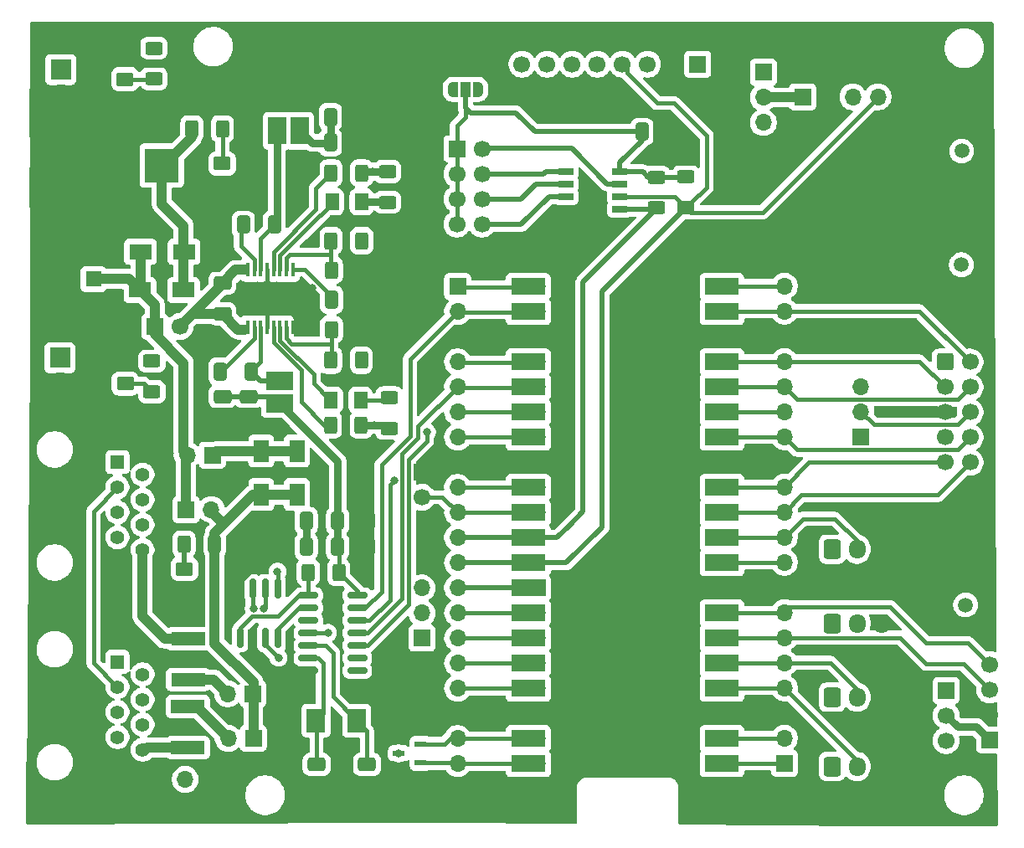
<source format=gtl>
%TF.GenerationSoftware,KiCad,Pcbnew,9.0.6*%
%TF.CreationDate,2025-12-08T20:00:30-05:00*%
%TF.ProjectId,LCC-Pico-Node_v2_6,4c43432d-5069-4636-9f2d-4e6f64655f76,rev?*%
%TF.SameCoordinates,Original*%
%TF.FileFunction,Copper,L1,Top*%
%TF.FilePolarity,Positive*%
%FSLAX46Y46*%
G04 Gerber Fmt 4.6, Leading zero omitted, Abs format (unit mm)*
G04 Created by KiCad (PCBNEW 9.0.6) date 2025-12-08 20:00:30*
%MOMM*%
%LPD*%
G01*
G04 APERTURE LIST*
G04 Aperture macros list*
%AMRoundRect*
0 Rectangle with rounded corners*
0 $1 Rounding radius*
0 $2 $3 $4 $5 $6 $7 $8 $9 X,Y pos of 4 corners*
0 Add a 4 corners polygon primitive as box body*
4,1,4,$2,$3,$4,$5,$6,$7,$8,$9,$2,$3,0*
0 Add four circle primitives for the rounded corners*
1,1,$1+$1,$2,$3*
1,1,$1+$1,$4,$5*
1,1,$1+$1,$6,$7*
1,1,$1+$1,$8,$9*
0 Add four rect primitives between the rounded corners*
20,1,$1+$1,$2,$3,$4,$5,0*
20,1,$1+$1,$4,$5,$6,$7,0*
20,1,$1+$1,$6,$7,$8,$9,0*
20,1,$1+$1,$8,$9,$2,$3,0*%
%AMFreePoly0*
4,1,23,0.000000,0.745722,0.065263,0.745722,0.191342,0.711940,0.304381,0.646677,0.396677,0.554381,0.461940,0.441342,0.495722,0.315263,0.495722,0.250000,0.500000,0.250000,0.500000,-0.250000,0.495722,-0.250000,0.495722,-0.315263,0.461940,-0.441342,0.396677,-0.554381,0.304381,-0.646677,0.191342,-0.711940,0.065263,-0.745722,0.000000,-0.745722,0.000000,-0.750000,-0.550000,-0.750000,
-0.550000,0.750000,0.000000,0.750000,0.000000,0.745722,0.000000,0.745722,$1*%
%AMFreePoly1*
4,1,23,0.550000,-0.750000,0.000000,-0.750000,0.000000,-0.745722,-0.065263,-0.745722,-0.191342,-0.711940,-0.304381,-0.646677,-0.396677,-0.554381,-0.461940,-0.441342,-0.495722,-0.315263,-0.495722,-0.250000,-0.500000,-0.250000,-0.500000,0.250000,-0.495722,0.250000,-0.495722,0.315263,-0.461940,0.441342,-0.396677,0.554381,-0.304381,0.646677,-0.191342,0.711940,-0.065263,0.745722,0.000000,0.745722,
0.000000,0.750000,0.550000,0.750000,0.550000,-0.750000,0.550000,-0.750000,$1*%
G04 Aperture macros list end*
%TA.AperFunction,SMDPad,CuDef*%
%ADD10FreePoly0,180.000000*%
%TD*%
%TA.AperFunction,SMDPad,CuDef*%
%ADD11R,1.000000X1.500000*%
%TD*%
%TA.AperFunction,SMDPad,CuDef*%
%ADD12FreePoly1,180.000000*%
%TD*%
%TA.AperFunction,ComponentPad*%
%ADD13RoundRect,0.250000X-0.600000X-0.725000X0.600000X-0.725000X0.600000X0.725000X-0.600000X0.725000X0*%
%TD*%
%TA.AperFunction,ComponentPad*%
%ADD14O,1.700000X1.950000*%
%TD*%
%TA.AperFunction,SMDPad,CuDef*%
%ADD15RoundRect,0.150000X-0.825000X-0.150000X0.825000X-0.150000X0.825000X0.150000X-0.825000X0.150000X0*%
%TD*%
%TA.AperFunction,ComponentPad*%
%ADD16R,1.700000X1.700000*%
%TD*%
%TA.AperFunction,ComponentPad*%
%ADD17C,1.700000*%
%TD*%
%TA.AperFunction,SMDPad,CuDef*%
%ADD18RoundRect,0.150000X0.150000X-0.825000X0.150000X0.825000X-0.150000X0.825000X-0.150000X-0.825000X0*%
%TD*%
%TA.AperFunction,ComponentPad*%
%ADD19R,1.400000X1.400000*%
%TD*%
%TA.AperFunction,ComponentPad*%
%ADD20C,1.400000*%
%TD*%
%TA.AperFunction,SMDPad,CuDef*%
%ADD21RoundRect,0.250000X0.400000X0.625000X-0.400000X0.625000X-0.400000X-0.625000X0.400000X-0.625000X0*%
%TD*%
%TA.AperFunction,ComponentPad*%
%ADD22O,1.700000X1.700000*%
%TD*%
%TA.AperFunction,SMDPad,CuDef*%
%ADD23R,1.150000X0.600000*%
%TD*%
%TA.AperFunction,SMDPad,CuDef*%
%ADD24RoundRect,0.250001X0.624999X-0.462499X0.624999X0.462499X-0.624999X0.462499X-0.624999X-0.462499X0*%
%TD*%
%TA.AperFunction,SMDPad,CuDef*%
%ADD25RoundRect,0.250000X-0.625000X0.400000X-0.625000X-0.400000X0.625000X-0.400000X0.625000X0.400000X0*%
%TD*%
%TA.AperFunction,SMDPad,CuDef*%
%ADD26RoundRect,0.250000X-0.400000X-0.625000X0.400000X-0.625000X0.400000X0.625000X-0.400000X0.625000X0*%
%TD*%
%TA.AperFunction,SMDPad,CuDef*%
%ADD27R,3.500000X1.700000*%
%TD*%
%TA.AperFunction,SMDPad,CuDef*%
%ADD28R,3.430000X1.320000*%
%TD*%
%TA.AperFunction,SMDPad,CuDef*%
%ADD29RoundRect,0.250000X-0.412500X-0.650000X0.412500X-0.650000X0.412500X0.650000X-0.412500X0.650000X0*%
%TD*%
%TA.AperFunction,ComponentPad*%
%ADD30R,1.600000X1.600000*%
%TD*%
%TA.AperFunction,ComponentPad*%
%ADD31C,1.600000*%
%TD*%
%TA.AperFunction,SMDPad,CuDef*%
%ADD32RoundRect,0.250000X0.625000X-0.400000X0.625000X0.400000X-0.625000X0.400000X-0.625000X-0.400000X0*%
%TD*%
%TA.AperFunction,ComponentPad*%
%ADD33R,1.500000X1.500000*%
%TD*%
%TA.AperFunction,ComponentPad*%
%ADD34C,1.500000*%
%TD*%
%TA.AperFunction,ComponentPad*%
%ADD35C,1.950000*%
%TD*%
%TA.AperFunction,SMDPad,CuDef*%
%ADD36RoundRect,0.250001X-0.462499X-0.624999X0.462499X-0.624999X0.462499X0.624999X-0.462499X0.624999X0*%
%TD*%
%TA.AperFunction,SMDPad,CuDef*%
%ADD37R,2.800000X1.850000*%
%TD*%
%TA.AperFunction,SMDPad,CuDef*%
%ADD38RoundRect,0.250000X0.412500X0.650000X-0.412500X0.650000X-0.412500X-0.650000X0.412500X-0.650000X0*%
%TD*%
%TA.AperFunction,ComponentPad*%
%ADD39R,2.100000X2.100000*%
%TD*%
%TA.AperFunction,ComponentPad*%
%ADD40C,2.100000*%
%TD*%
%TA.AperFunction,SMDPad,CuDef*%
%ADD41R,1.500000X0.700000*%
%TD*%
%TA.AperFunction,SMDPad,CuDef*%
%ADD42RoundRect,0.250000X0.650000X-0.412500X0.650000X0.412500X-0.650000X0.412500X-0.650000X-0.412500X0*%
%TD*%
%TA.AperFunction,SMDPad,CuDef*%
%ADD43RoundRect,0.250001X-0.624999X0.462499X-0.624999X-0.462499X0.624999X-0.462499X0.624999X0.462499X0*%
%TD*%
%TA.AperFunction,SMDPad,CuDef*%
%ADD44R,1.900000X2.400000*%
%TD*%
%TA.AperFunction,SMDPad,CuDef*%
%ADD45RoundRect,0.250000X-0.650000X0.412500X-0.650000X-0.412500X0.650000X-0.412500X0.650000X0.412500X0*%
%TD*%
%TA.AperFunction,SMDPad,CuDef*%
%ADD46R,1.850000X2.800000*%
%TD*%
%TA.AperFunction,SMDPad,CuDef*%
%ADD47R,2.300000X1.600000*%
%TD*%
%TA.AperFunction,SMDPad,CuDef*%
%ADD48R,0.450000X1.475000*%
%TD*%
%TA.AperFunction,SMDPad,CuDef*%
%ADD49R,2.310000X2.460000*%
%TD*%
%TA.AperFunction,SMDPad,CuDef*%
%ADD50R,1.600000X2.300000*%
%TD*%
%TA.AperFunction,ComponentPad*%
%ADD51R,3.500000X3.500000*%
%TD*%
%TA.AperFunction,ComponentPad*%
%ADD52RoundRect,0.750000X-0.750000X-1.000000X0.750000X-1.000000X0.750000X1.000000X-0.750000X1.000000X0*%
%TD*%
%TA.AperFunction,ComponentPad*%
%ADD53RoundRect,0.875000X-0.875000X-0.875000X0.875000X-0.875000X0.875000X0.875000X-0.875000X0.875000X0*%
%TD*%
%TA.AperFunction,ComponentPad*%
%ADD54RoundRect,0.250000X-0.600000X-0.600000X0.600000X-0.600000X0.600000X0.600000X-0.600000X0.600000X0*%
%TD*%
%TA.AperFunction,ViaPad*%
%ADD55C,0.800000*%
%TD*%
%TA.AperFunction,Conductor*%
%ADD56C,0.400000*%
%TD*%
%TA.AperFunction,Conductor*%
%ADD57C,1.000000*%
%TD*%
%TA.AperFunction,Conductor*%
%ADD58C,0.500000*%
%TD*%
%TA.AperFunction,Conductor*%
%ADD59C,0.750000*%
%TD*%
%TA.AperFunction,Conductor*%
%ADD60C,0.250000*%
%TD*%
%TA.AperFunction,Conductor*%
%ADD61C,0.450000*%
%TD*%
G04 APERTURE END LIST*
D10*
X144600000Y-57000000D03*
D11*
X145900000Y-57000000D03*
D12*
X147200000Y-57000000D03*
D13*
X183000000Y-103525000D03*
D14*
X185500000Y-103525000D03*
X188000000Y-103525000D03*
D13*
X183000000Y-111025000D03*
D14*
X185500000Y-111025000D03*
X188000000Y-111025000D03*
D13*
X183000000Y-118500000D03*
D14*
X185500000Y-118500000D03*
X188000000Y-118500000D03*
D13*
X183000000Y-125500000D03*
D14*
X185500000Y-125500000D03*
X188000000Y-125500000D03*
D15*
X134975000Y-108190000D03*
X134975000Y-109460000D03*
X134975000Y-110730000D03*
X134975000Y-112000000D03*
X134975000Y-113270000D03*
X134975000Y-114540000D03*
X134975000Y-115810000D03*
X130025000Y-115810000D03*
X130025000Y-114540000D03*
X130025000Y-113270000D03*
X130025000Y-112000000D03*
X130025000Y-110730000D03*
X130025000Y-109460000D03*
X130025000Y-108190000D03*
D16*
X114500000Y-81000000D03*
D17*
X117040000Y-81000000D03*
D16*
X141500000Y-95725000D03*
D17*
X141500000Y-98265000D03*
D16*
X145035000Y-63025000D03*
D17*
X147575000Y-63025000D03*
X145035000Y-65565000D03*
X147575000Y-65565000D03*
X145035000Y-68105000D03*
X147575000Y-68105000D03*
X145035000Y-70645000D03*
X147575000Y-70645000D03*
D16*
X169395000Y-54465000D03*
D17*
X166855000Y-54465000D03*
X164315000Y-54465000D03*
X161775000Y-54465000D03*
X159235000Y-54465000D03*
X156695000Y-54465000D03*
X154155000Y-54465000D03*
X151615000Y-54465000D03*
D18*
X123095000Y-112475000D03*
X124365000Y-112475000D03*
X125635000Y-112475000D03*
X126905000Y-112475000D03*
X126905000Y-107525000D03*
X125635000Y-107525000D03*
X124365000Y-107525000D03*
X123095000Y-107525000D03*
D19*
X110710000Y-114910000D03*
D20*
X113250000Y-116180000D03*
X110710000Y-117450000D03*
X113250000Y-118720000D03*
X110710000Y-119990000D03*
X113250000Y-121260000D03*
X110710000Y-122530000D03*
X113250000Y-123800000D03*
D21*
X135370000Y-84402000D03*
X132270000Y-84402000D03*
D19*
X110710000Y-94710000D03*
D20*
X113250000Y-95980000D03*
X110710000Y-97250000D03*
X113250000Y-98520000D03*
X110710000Y-99790000D03*
X113250000Y-101060000D03*
X110710000Y-102330000D03*
X113250000Y-103600000D03*
D16*
X124450000Y-122660000D03*
D22*
X121910000Y-122660000D03*
D23*
X141360000Y-125130000D03*
X141360000Y-123210000D03*
X139160000Y-124170000D03*
D24*
X121300000Y-67487500D03*
X121300000Y-64512500D03*
D25*
X114190000Y-84500000D03*
X114190000Y-87600000D03*
D26*
X132350000Y-75307000D03*
X135450000Y-75307000D03*
D21*
X120550000Y-103000000D03*
X117450000Y-103000000D03*
D25*
X114400000Y-52850000D03*
X114400000Y-55950000D03*
D26*
X118230000Y-61010000D03*
X121330000Y-61010000D03*
D16*
X145107145Y-76945399D03*
D22*
X145107145Y-79485399D03*
X145107145Y-82025399D03*
X145107145Y-84565399D03*
X145107145Y-87105399D03*
X145107145Y-89645399D03*
X145107145Y-92185399D03*
X145107145Y-94725399D03*
X145107145Y-97265399D03*
X145107145Y-99805399D03*
X145107145Y-102345399D03*
X145107145Y-104885399D03*
X145107145Y-107425399D03*
X145107145Y-109965399D03*
X145107145Y-112505399D03*
X145107145Y-115045399D03*
X145107145Y-117585399D03*
X145107145Y-120125399D03*
X145107145Y-122665399D03*
X145107145Y-125205399D03*
D16*
X176020000Y-55295000D03*
D22*
X176020000Y-57835000D03*
X176020000Y-60375000D03*
D21*
X135407500Y-72329500D03*
X132307500Y-72329500D03*
D16*
X180000000Y-57775000D03*
D22*
X182540000Y-57775000D03*
X185080000Y-57775000D03*
X187620000Y-57775000D03*
X170939200Y-125220800D03*
D27*
X171839200Y-125220800D03*
D22*
X170939200Y-122680800D03*
D27*
X171839200Y-122680800D03*
D16*
X170939200Y-120140800D03*
D27*
X171839200Y-120140800D03*
D22*
X170939200Y-117600800D03*
D27*
X171839200Y-117600800D03*
D22*
X170939200Y-115060800D03*
D27*
X171839200Y-115060800D03*
D22*
X170939200Y-112520800D03*
D27*
X171839200Y-112520800D03*
D22*
X170939200Y-109980800D03*
D27*
X171839200Y-109980800D03*
D16*
X170939200Y-107440800D03*
D27*
X171839200Y-107440800D03*
D22*
X170939200Y-104900800D03*
D27*
X171839200Y-104900800D03*
D22*
X170939200Y-102360800D03*
D27*
X171839200Y-102360800D03*
D22*
X170939200Y-99820800D03*
D27*
X171839200Y-99820800D03*
D22*
X170939200Y-97280800D03*
D27*
X171839200Y-97280800D03*
D16*
X170939200Y-94740800D03*
D27*
X171839200Y-94740800D03*
D22*
X170939200Y-92200800D03*
D27*
X171839200Y-92200800D03*
D22*
X170939200Y-89660800D03*
D27*
X171839200Y-89660800D03*
D22*
X170939200Y-87120800D03*
D27*
X171839200Y-87120800D03*
D22*
X170939200Y-84580800D03*
D27*
X171839200Y-84580800D03*
D16*
X170939200Y-82040800D03*
D27*
X171839200Y-82040800D03*
D22*
X170939200Y-79500800D03*
D27*
X171839200Y-79500800D03*
D22*
X170939200Y-76960800D03*
D27*
X171839200Y-76960800D03*
D22*
X153159200Y-76960800D03*
D27*
X152259200Y-76960800D03*
D22*
X153159200Y-79500800D03*
D27*
X152259200Y-79500800D03*
D16*
X153159200Y-82040800D03*
D27*
X152259200Y-82040800D03*
D22*
X153159200Y-84580800D03*
D27*
X152259200Y-84580800D03*
D22*
X153159200Y-87120800D03*
D27*
X152259200Y-87120800D03*
D22*
X153159200Y-89660800D03*
D27*
X152259200Y-89660800D03*
D22*
X153159200Y-92200800D03*
D27*
X152259200Y-92200800D03*
D16*
X153159200Y-94740800D03*
D27*
X152259200Y-94740800D03*
D22*
X153159200Y-97280800D03*
D27*
X152259200Y-97280800D03*
D22*
X153159200Y-99820800D03*
D27*
X152259200Y-99820800D03*
D22*
X153159200Y-102360800D03*
D27*
X152259200Y-102360800D03*
D22*
X153159200Y-104900800D03*
D27*
X152259200Y-104900800D03*
D16*
X153159200Y-107440800D03*
D27*
X152259200Y-107440800D03*
D22*
X153159200Y-109980800D03*
D27*
X152259200Y-109980800D03*
D22*
X153159200Y-112520800D03*
D27*
X152259200Y-112520800D03*
D22*
X153159200Y-115060800D03*
D27*
X152259200Y-115060800D03*
D22*
X153159200Y-117600800D03*
D27*
X152259200Y-117600800D03*
D16*
X153159200Y-120140800D03*
D27*
X152259200Y-120140800D03*
D22*
X153159200Y-122680800D03*
D27*
X152259200Y-122680800D03*
D22*
X153159200Y-125220800D03*
D27*
X152259200Y-125220800D03*
D28*
X117850000Y-116700000D03*
X117850000Y-112580000D03*
D29*
X132977500Y-103250000D03*
X136102500Y-103250000D03*
D26*
X132350000Y-81307000D03*
X135450000Y-81307000D03*
D16*
X117660000Y-99500000D03*
D22*
X120200000Y-99500000D03*
D29*
X132240000Y-59792500D03*
X135365000Y-59792500D03*
D30*
X108300000Y-76200000D03*
D31*
X104800000Y-76200000D03*
D16*
X194500000Y-117800000D03*
D17*
X194500000Y-120340000D03*
X194500000Y-122880000D03*
D26*
X129990000Y-105850000D03*
X133090000Y-105850000D03*
D32*
X138200000Y-91300000D03*
X138200000Y-88200000D03*
D33*
X196050000Y-70250000D03*
D34*
X196050000Y-74750000D03*
D35*
X193550000Y-69000000D03*
X193550000Y-76000000D03*
D36*
X132312500Y-88450000D03*
X135287500Y-88450000D03*
D32*
X138000000Y-68430000D03*
X138000000Y-65330000D03*
D37*
X127128500Y-88787000D03*
X127128500Y-86487000D03*
D38*
X124212500Y-85562000D03*
X121087500Y-85562000D03*
D33*
X196475000Y-104650000D03*
D34*
X196475000Y-109150000D03*
D35*
X193975000Y-103400000D03*
X193975000Y-110400000D03*
D26*
X132300000Y-65480000D03*
X135400000Y-65480000D03*
D38*
X129802500Y-103250000D03*
X126677500Y-103250000D03*
D29*
X123437500Y-70700000D03*
X126562500Y-70700000D03*
D39*
X104985000Y-55015000D03*
D40*
X104985000Y-57555000D03*
D21*
X135350000Y-90950000D03*
X132250000Y-90950000D03*
D41*
X156055000Y-65295000D03*
X156055000Y-66565000D03*
X156055000Y-67835000D03*
X156055000Y-69105000D03*
X161505000Y-69105000D03*
X161505000Y-67835000D03*
X161505000Y-66565000D03*
X161505000Y-65295000D03*
D42*
X121320000Y-76624500D03*
X121320000Y-73499500D03*
D29*
X132367500Y-78307000D03*
X135492500Y-78307000D03*
D43*
X111500000Y-83795000D03*
X111500000Y-86770000D03*
D44*
X130790000Y-120850000D03*
X134890000Y-120850000D03*
D45*
X130840000Y-125287500D03*
X130840000Y-128412500D03*
D38*
X136102500Y-100650000D03*
X132977500Y-100650000D03*
D46*
X126852500Y-61207500D03*
X129152500Y-61207500D03*
D45*
X123993500Y-88074500D03*
X123993500Y-91199500D03*
D39*
X104900000Y-84160000D03*
D40*
X104900000Y-86700000D03*
D16*
X120300000Y-94000000D03*
D22*
X117760000Y-94000000D03*
D16*
X178152800Y-125170000D03*
D22*
X178152800Y-122630000D03*
X178152800Y-120090000D03*
X178152800Y-117550000D03*
X178152800Y-115010000D03*
X178152800Y-112470000D03*
X178152800Y-109930000D03*
X178152800Y-107390000D03*
X178152800Y-104850000D03*
X178152800Y-102310000D03*
X178152800Y-99770000D03*
X178152800Y-97230000D03*
X178152800Y-94690000D03*
X178152800Y-92150000D03*
X178152800Y-89610000D03*
X178152800Y-87070000D03*
X178152800Y-84530000D03*
X178152800Y-81990000D03*
X178152800Y-79450000D03*
X178152800Y-76910000D03*
D24*
X117500000Y-108487500D03*
X117500000Y-105512500D03*
D29*
X163737500Y-61300000D03*
X166862500Y-61300000D03*
D16*
X185900000Y-92150000D03*
D22*
X185900000Y-89610000D03*
X185900000Y-87070000D03*
D45*
X121320000Y-79699500D03*
X121320000Y-82824500D03*
D47*
X113037000Y-73450000D03*
X117437000Y-73450000D03*
D48*
X123900000Y-81100000D03*
X124550000Y-81100000D03*
X125200000Y-81100000D03*
X125850000Y-81100000D03*
X126500000Y-81100000D03*
X127150000Y-81100000D03*
X127800000Y-81100000D03*
X128450000Y-81100000D03*
X128450000Y-75224000D03*
X127800000Y-75224000D03*
X127150000Y-75224000D03*
X126500000Y-75224000D03*
X125850000Y-75224000D03*
X125200000Y-75224000D03*
X124550000Y-75224000D03*
X123900000Y-75224000D03*
D49*
X126175000Y-78162000D03*
D45*
X121328500Y-88074500D03*
X121328500Y-91199500D03*
D16*
X141502050Y-112516000D03*
D22*
X141502050Y-109976000D03*
X141502050Y-107436000D03*
D50*
X128850000Y-93600000D03*
X128850000Y-98000000D03*
D47*
X113000000Y-77300000D03*
X117400000Y-77300000D03*
D38*
X129802500Y-100650000D03*
X126677500Y-100650000D03*
D51*
X115200000Y-64700000D03*
D52*
X109200000Y-64700000D03*
D53*
X112200000Y-69400000D03*
D29*
X132240000Y-62407500D03*
X135365000Y-62407500D03*
D28*
X117840000Y-119450000D03*
X117840000Y-123570000D03*
D36*
X132425000Y-68380000D03*
X135400000Y-68380000D03*
D54*
X194385000Y-84590000D03*
D17*
X196925000Y-84590000D03*
X194385000Y-87130000D03*
X196925000Y-87130000D03*
X194385000Y-89670000D03*
X196925000Y-89670000D03*
X194385000Y-92210000D03*
X196925000Y-92210000D03*
X194385000Y-94750000D03*
X196925000Y-94750000D03*
D33*
X196075000Y-58750000D03*
D34*
X196075000Y-63250000D03*
D35*
X193575000Y-57500000D03*
X193575000Y-64500000D03*
D45*
X135940000Y-125287500D03*
X135940000Y-128412500D03*
D16*
X198897028Y-122822285D03*
D17*
X198897028Y-120282285D03*
X198897028Y-117742285D03*
X198897028Y-115202285D03*
D24*
X111485000Y-58972500D03*
X111485000Y-55997500D03*
D32*
X168205000Y-68965000D03*
X168205000Y-65865000D03*
D16*
X120100000Y-126800000D03*
D22*
X117560000Y-126800000D03*
D50*
X125250000Y-93600000D03*
X125250000Y-98000000D03*
D32*
X165230000Y-69000000D03*
X165230000Y-65900000D03*
D16*
X124410000Y-118150000D03*
D22*
X121870000Y-118150000D03*
D55*
X126800000Y-115800000D03*
X127000000Y-114500000D03*
X126900000Y-105800000D03*
X135450000Y-72437000D03*
X132240000Y-59792500D03*
X129840000Y-100650000D03*
X139160000Y-124170000D03*
X114280000Y-52870000D03*
X147200000Y-57000000D03*
X132977500Y-103250000D03*
X144600000Y-57000000D03*
X135412500Y-84167000D03*
X121328500Y-88074500D03*
X114220000Y-84250000D03*
X165230000Y-69065000D03*
X130450000Y-77137000D03*
X124050000Y-78037000D03*
X129350000Y-77137000D03*
X126175000Y-78162000D03*
X156055000Y-69105000D03*
X107990000Y-123955000D03*
X130450000Y-79237000D03*
X135492500Y-75437000D03*
X129350000Y-78137000D03*
X129350000Y-79237000D03*
X123150000Y-78037000D03*
X135450000Y-78437000D03*
X128250000Y-77137000D03*
X108990000Y-91455000D03*
X163737500Y-61300000D03*
X121320000Y-82824500D03*
X117500000Y-108487500D03*
X111200000Y-82200000D03*
X125450000Y-77437000D03*
X164600000Y-120100000D03*
X130450000Y-78137000D03*
X126677500Y-103250000D03*
X126850000Y-78937000D03*
X126850000Y-77437000D03*
X128250000Y-79237000D03*
X125450000Y-78937000D03*
X128250000Y-78137000D03*
X104690000Y-109255000D03*
X124050000Y-77037000D03*
X124050000Y-79137000D03*
X123150000Y-79137000D03*
X123150000Y-77037000D03*
X166862500Y-61300000D03*
X121320000Y-73499500D03*
X125500000Y-109500000D03*
X124500000Y-109500000D03*
X138700000Y-96600000D03*
X132000000Y-112000000D03*
X142000000Y-91700000D03*
X136700000Y-90950000D03*
X136550000Y-65330000D03*
D56*
X143566746Y-98265000D02*
X141500000Y-98265000D01*
X145107145Y-99805399D02*
X143566746Y-98265000D01*
X144107544Y-95725000D02*
X141500000Y-95725000D01*
X145107145Y-94725399D02*
X144107544Y-95725000D01*
X130025000Y-112000000D02*
X132000000Y-112000000D01*
X136030000Y-113270000D02*
X134975000Y-113270000D01*
X140183204Y-109116796D02*
X136030000Y-113270000D01*
X140183204Y-94416796D02*
X140183204Y-109116796D01*
X142000000Y-92600000D02*
X140183204Y-94416796D01*
X142000000Y-91700000D02*
X142000000Y-92600000D01*
X139500000Y-93900000D02*
X139500000Y-108518909D01*
X141111772Y-92288228D02*
X139500000Y-93900000D01*
X139500000Y-108518909D02*
X136018909Y-112000000D01*
X136018909Y-112000000D02*
X134975000Y-112000000D01*
X141111772Y-91100772D02*
X141111772Y-92288228D01*
X145107145Y-87105399D02*
X141111772Y-91100772D01*
X140300000Y-84292544D02*
X145107145Y-79485399D01*
X137400000Y-95000000D02*
X140300000Y-92100000D01*
X135740000Y-109460000D02*
X137400000Y-107800000D01*
X137400000Y-107800000D02*
X137400000Y-95000000D01*
X140300000Y-92100000D02*
X140300000Y-84292544D01*
X134975000Y-109460000D02*
X135740000Y-109460000D01*
D57*
X114500000Y-81800000D02*
X114500000Y-81000000D01*
X117400000Y-84700000D02*
X114500000Y-81800000D01*
X117760000Y-94000000D02*
X117400000Y-93640000D01*
X117400000Y-93640000D02*
X117400000Y-84700000D01*
X121319500Y-79700000D02*
X121320000Y-79699500D01*
X118340000Y-79700000D02*
X121319500Y-79700000D01*
X117040000Y-81000000D02*
X118340000Y-79700000D01*
X121295500Y-76600000D02*
X121320000Y-76624500D01*
X121295500Y-76744500D02*
X121295500Y-76600000D01*
X117040000Y-81000000D02*
X121295500Y-76744500D01*
X111900000Y-76200000D02*
X114500000Y-78800000D01*
X114500000Y-78800000D02*
X114500000Y-81000000D01*
X108300000Y-76200000D02*
X111900000Y-76200000D01*
D58*
X117450000Y-105462500D02*
X117500000Y-105512500D01*
X117450000Y-103000000D02*
X117450000Y-105462500D01*
D59*
X197574743Y-121500000D02*
X198897028Y-122822285D01*
X195660000Y-121500000D02*
X197574743Y-121500000D01*
X194500000Y-120340000D02*
X195660000Y-121500000D01*
D56*
X183250000Y-100450000D02*
X185500000Y-102700000D01*
X185500000Y-102700000D02*
X185500000Y-103525000D01*
X180012800Y-100450000D02*
X183250000Y-100450000D01*
X178152800Y-102310000D02*
X180012800Y-100450000D01*
X192500000Y-115100000D02*
X196254743Y-115100000D01*
X189870000Y-112470000D02*
X192500000Y-115100000D01*
X196254743Y-115100000D02*
X198897028Y-117742285D01*
X178152800Y-112470000D02*
X189870000Y-112470000D01*
X196694743Y-113000000D02*
X198897028Y-115202285D01*
X192450000Y-113000000D02*
X196694743Y-113000000D01*
X188850000Y-109400000D02*
X192450000Y-113000000D01*
X178682800Y-109400000D02*
X188850000Y-109400000D01*
X178152800Y-109930000D02*
X178682800Y-109400000D01*
X185500000Y-117700000D02*
X185500000Y-118500000D01*
X182800000Y-115000000D02*
X185500000Y-117700000D01*
X178162800Y-115000000D02*
X182800000Y-115000000D01*
X178152800Y-115010000D02*
X178162800Y-115000000D01*
X185500000Y-124897200D02*
X178152800Y-117550000D01*
X185500000Y-125500000D02*
X185500000Y-124897200D01*
X169481000Y-67689000D02*
X168205000Y-68965000D01*
X170300000Y-66900000D02*
X169511000Y-67689000D01*
X169511000Y-67689000D02*
X169481000Y-67689000D01*
X165300000Y-58400000D02*
X167000000Y-58400000D01*
X167000000Y-58400000D02*
X170300000Y-61700000D01*
X170300000Y-61700000D02*
X170300000Y-66900000D01*
X162210000Y-55310000D02*
X165300000Y-58400000D01*
X161775000Y-54465000D02*
X162210000Y-54900000D01*
X162210000Y-54900000D02*
X162210000Y-55310000D01*
X179940000Y-57835000D02*
X180000000Y-57775000D01*
D57*
X176020000Y-57835000D02*
X179940000Y-57835000D01*
D58*
X152930000Y-61300000D02*
X163737500Y-61300000D01*
X146375000Y-59375000D02*
X151005000Y-59375000D01*
X145900000Y-58900000D02*
X146375000Y-59375000D01*
X151005000Y-59375000D02*
X152930000Y-61300000D01*
X163737500Y-62172500D02*
X163737500Y-61300000D01*
X161505000Y-64405000D02*
X163737500Y-62172500D01*
X161505000Y-65295000D02*
X161505000Y-64405000D01*
X147600000Y-63000000D02*
X147575000Y-63025000D01*
X156690000Y-63000000D02*
X147600000Y-63000000D01*
X160255000Y-66565000D02*
X156690000Y-63000000D01*
X161505000Y-66565000D02*
X160255000Y-66565000D01*
X151535000Y-70645000D02*
X147575000Y-70645000D01*
X154345000Y-67835000D02*
X151535000Y-70645000D01*
X156055000Y-67835000D02*
X154345000Y-67835000D01*
X151475000Y-68105000D02*
X147575000Y-68105000D01*
X153015000Y-66565000D02*
X151475000Y-68105000D01*
X156055000Y-66565000D02*
X153015000Y-66565000D01*
X154075000Y-65295000D02*
X153805000Y-65565000D01*
X156055000Y-65295000D02*
X154075000Y-65295000D01*
X153805000Y-65565000D02*
X147575000Y-65565000D01*
D56*
X145900000Y-59800000D02*
X145900000Y-58900000D01*
X145035000Y-60665000D02*
X145900000Y-59800000D01*
X145035000Y-70645000D02*
X145035000Y-60665000D01*
D58*
X145900000Y-58900000D02*
X145900000Y-57000000D01*
D56*
X168695900Y-69455900D02*
X168205000Y-68965000D01*
X175939100Y-69455900D02*
X168695900Y-69455900D01*
X187620000Y-57775000D02*
X175939100Y-69455900D01*
D58*
X159700000Y-77470000D02*
X168205000Y-68965000D01*
X153159200Y-104900800D02*
X156099200Y-104900800D01*
X156099200Y-104900800D02*
X159700000Y-101300000D01*
X159700000Y-101300000D02*
X159700000Y-77470000D01*
X157800000Y-99700000D02*
X156375000Y-101125000D01*
X157800000Y-76495000D02*
X157800000Y-99700000D01*
X165230000Y-69065000D02*
X157800000Y-76495000D01*
D56*
X126677500Y-100650000D02*
X126677500Y-103250000D01*
X126905000Y-105805000D02*
X126900000Y-105800000D01*
X126905000Y-107525000D02*
X126905000Y-105805000D01*
X125635000Y-113135000D02*
X127000000Y-114500000D01*
X125635000Y-112475000D02*
X125635000Y-113135000D01*
X132977500Y-103250000D02*
X133090000Y-103362500D01*
D59*
X132977500Y-100650000D02*
X132977500Y-103250000D01*
D56*
X133090000Y-103362500D02*
X133090000Y-105850000D01*
X125635000Y-109365000D02*
X125500000Y-109500000D01*
X125635000Y-107525000D02*
X125635000Y-109365000D01*
X124365000Y-107525000D02*
X124365000Y-109365000D01*
X124365000Y-109365000D02*
X124500000Y-109500000D01*
X126905000Y-111595000D02*
X126905000Y-112475000D01*
X129040000Y-109460000D02*
X126905000Y-111595000D01*
X130025000Y-109460000D02*
X129040000Y-109460000D01*
X129050001Y-108190000D02*
X130025000Y-108190000D01*
X126939001Y-110301000D02*
X129050001Y-108190000D01*
X124294001Y-110301000D02*
X126939001Y-110301000D01*
X123095000Y-111500001D02*
X124294001Y-110301000D01*
X123095000Y-112475000D02*
X123095000Y-111500001D01*
X123095000Y-106832500D02*
X126677500Y-103250000D01*
X123095000Y-107525000D02*
X123095000Y-106832500D01*
X124365000Y-113449999D02*
X124365000Y-112475000D01*
X130025000Y-115810000D02*
X126725001Y-115810000D01*
X126725001Y-115810000D02*
X124365000Y-113449999D01*
X132500000Y-114000000D02*
X132500000Y-118460000D01*
X131770000Y-113270000D02*
X132500000Y-114000000D01*
X132500000Y-118460000D02*
X134890000Y-120850000D01*
X130025000Y-113270000D02*
X131770000Y-113270000D01*
X131500000Y-120140000D02*
X130790000Y-120850000D01*
X131500000Y-115000000D02*
X131500000Y-120140000D01*
X130025000Y-114540000D02*
X131040000Y-114540000D01*
X131040000Y-114540000D02*
X131500000Y-115000000D01*
X136210058Y-110730000D02*
X134975000Y-110730000D01*
X138300000Y-108640058D02*
X136210058Y-110730000D01*
X138700000Y-96600000D02*
X138300000Y-97000000D01*
X138300000Y-97000000D02*
X138300000Y-108640058D01*
X134975000Y-107735000D02*
X133090000Y-105850000D01*
X134975000Y-108190000D02*
X134975000Y-107735000D01*
X130025000Y-105885000D02*
X129990000Y-105850000D01*
X130025000Y-108190000D02*
X130025000Y-105885000D01*
D57*
X124450000Y-116950000D02*
X124450000Y-122660000D01*
X120550000Y-101900000D02*
X120550000Y-113050000D01*
X122410000Y-100040000D02*
X120550000Y-101900000D01*
X120550000Y-113050000D02*
X124450000Y-116950000D01*
X121475000Y-100975000D02*
X122410000Y-100040000D01*
X120200000Y-99500000D02*
X120200000Y-99700000D01*
X120200000Y-99700000D02*
X121475000Y-100975000D01*
D56*
X125200000Y-75224000D02*
X125175000Y-75199000D01*
X125175000Y-72087500D02*
X126562500Y-70700000D01*
X125175000Y-75199000D02*
X125175000Y-72087500D01*
D59*
X126852500Y-61207500D02*
X126852500Y-70410000D01*
D57*
X117400000Y-77300000D02*
X117400000Y-70800000D01*
X117400000Y-70800000D02*
X115200000Y-68600000D01*
X115200000Y-64500000D02*
X115600000Y-64500000D01*
X115200000Y-68600000D02*
X115200000Y-64700000D01*
X115600000Y-64500000D02*
X118230000Y-61870000D01*
X118230000Y-61870000D02*
X118230000Y-61010000D01*
D59*
X129840000Y-100650000D02*
X129802500Y-103250000D01*
X132240000Y-62407500D02*
X132240000Y-59792500D01*
X132193750Y-62440000D02*
X130385000Y-62440000D01*
X132263750Y-62510000D02*
X132193750Y-62440000D01*
X129802500Y-100650000D02*
X129840000Y-100650000D01*
X130385000Y-62440000D02*
X129152500Y-61207500D01*
D60*
X121330000Y-64482500D02*
X121300000Y-64512500D01*
D56*
X121330000Y-61010000D02*
X121330000Y-64482500D01*
D58*
X123993500Y-88074500D02*
X121328500Y-88074500D01*
D59*
X129937500Y-91596000D02*
X127128500Y-88787000D01*
D58*
X123993500Y-88074500D02*
X126416000Y-88074500D01*
D59*
X132977500Y-100650000D02*
X132977500Y-94636000D01*
X132977500Y-94636000D02*
X129937500Y-91596000D01*
D58*
X126416000Y-88074500D02*
X127128500Y-88787000D01*
D56*
X178152800Y-104850000D02*
X170990000Y-104850000D01*
X193806818Y-88321000D02*
X193866818Y-88381000D01*
X178152800Y-87070000D02*
X170990000Y-87070000D01*
X170990000Y-87070000D02*
X170939200Y-87120800D01*
X178152800Y-87070000D02*
X179403800Y-88321000D01*
X179403800Y-88321000D02*
X193806818Y-88321000D01*
X193866818Y-88381000D02*
X195674000Y-88381000D01*
X195674000Y-88381000D02*
X196925000Y-87130000D01*
X170939200Y-115060800D02*
X178102000Y-115060800D01*
X178102000Y-115060800D02*
X178152800Y-115010000D01*
D58*
X165230000Y-65900000D02*
X168170000Y-65900000D01*
X161560000Y-65350000D02*
X161505000Y-65295000D01*
X168170000Y-65900000D02*
X168205000Y-65865000D01*
X165230000Y-65900000D02*
X164380000Y-65900000D01*
X163830000Y-65350000D02*
X161560000Y-65350000D01*
X164380000Y-65900000D02*
X163830000Y-65350000D01*
D56*
X153159200Y-112520800D02*
X145162450Y-112520800D01*
X178152800Y-84530000D02*
X191785000Y-84530000D01*
X191785000Y-84530000D02*
X194385000Y-87130000D01*
X178152800Y-84530000D02*
X170990000Y-84530000D01*
X170990000Y-84530000D02*
X170939200Y-84580800D01*
X170990000Y-122630000D02*
X170939200Y-122680800D01*
X178152800Y-122630000D02*
X170990000Y-122630000D01*
X170990000Y-117550000D02*
X170939200Y-117600800D01*
X178152800Y-117550000D02*
X170990000Y-117550000D01*
X170990000Y-102310000D02*
X170939200Y-102360800D01*
X178152800Y-102310000D02*
X170990000Y-102310000D01*
X170990000Y-125170000D02*
X170939200Y-125220800D01*
X178152800Y-125170000D02*
X170990000Y-125170000D01*
X193625000Y-98050000D02*
X196925000Y-94750000D01*
X178152800Y-99770000D02*
X179872800Y-98050000D01*
X179872800Y-98050000D02*
X193625000Y-98050000D01*
X178152800Y-99770000D02*
X170990000Y-99770000D01*
D58*
X161505000Y-69105000D02*
X164935000Y-69105000D01*
X145107145Y-102345399D02*
X153143799Y-102345399D01*
X165230000Y-69000000D02*
X165230000Y-69065000D01*
X156375000Y-101125000D02*
X155139200Y-102360800D01*
X155139200Y-102360800D02*
X153159200Y-102360800D01*
D56*
X110710000Y-117450000D02*
X108290000Y-115030000D01*
X108290000Y-99670000D02*
X110710000Y-97250000D01*
X110710000Y-97475000D02*
X110710000Y-97250000D01*
X108290000Y-115030000D02*
X108290000Y-99670000D01*
X144268400Y-122731600D02*
X145111650Y-122731600D01*
X153159200Y-122680800D02*
X145162450Y-122680800D01*
X143790000Y-123210000D02*
X144268400Y-122731600D01*
X141360000Y-123210000D02*
X143790000Y-123210000D01*
X178152800Y-97230000D02*
X170990000Y-97230000D01*
X170990000Y-97230000D02*
X170939200Y-97280800D01*
X180632800Y-94750000D02*
X194385000Y-94750000D01*
X178152800Y-97230000D02*
X180632800Y-94750000D01*
X178152800Y-76910000D02*
X170990000Y-76910000D01*
X170990000Y-76910000D02*
X170939200Y-76960800D01*
X178152800Y-89610000D02*
X170990000Y-89610000D01*
X178152800Y-79450000D02*
X191785000Y-79450000D01*
X178152800Y-79450000D02*
X170990000Y-79450000D01*
X191785000Y-79450000D02*
X196925000Y-84590000D01*
X170990000Y-79450000D02*
X170939200Y-79500800D01*
X178152800Y-92150000D02*
X170990000Y-92150000D01*
X178152800Y-92150000D02*
X179463800Y-93461000D01*
X179463800Y-93461000D02*
X195674000Y-93461000D01*
X195674000Y-93461000D02*
X196925000Y-92210000D01*
X153159200Y-99820800D02*
X145162450Y-99820800D01*
X153159200Y-117600800D02*
X145162450Y-117600800D01*
X141360000Y-125130000D02*
X144970050Y-125130000D01*
X153159200Y-125220800D02*
X145162450Y-125220800D01*
X144970050Y-125130000D02*
X145111650Y-125271600D01*
X123200000Y-70937500D02*
X123437500Y-70700000D01*
X123200000Y-72874500D02*
X123200000Y-70937500D01*
X124550000Y-75224000D02*
X124550000Y-74224500D01*
X124550000Y-74224500D02*
X123200000Y-72874500D01*
X125200000Y-84574500D02*
X124212500Y-85562000D01*
D58*
X125137500Y-86487000D02*
X124212500Y-85562000D01*
D56*
X125200000Y-81100000D02*
X125200000Y-84574500D01*
D58*
X127128500Y-86487000D02*
X125137500Y-86487000D01*
D56*
X132367500Y-78307000D02*
X132367500Y-77661500D01*
X129668371Y-75224000D02*
X132367500Y-77923129D01*
X132367500Y-77923129D02*
X132367500Y-78307000D01*
X128450000Y-75224000D02*
X129668371Y-75224000D01*
X144982250Y-107621000D02*
X145111650Y-107491600D01*
D58*
X153159200Y-107440800D02*
X145162450Y-107440800D01*
D56*
X153159200Y-92200800D02*
X145162450Y-92200800D01*
X153159200Y-97280800D02*
X145162450Y-97280800D01*
X153159200Y-109980800D02*
X145162450Y-109980800D01*
X130840000Y-120900000D02*
X130790000Y-120850000D01*
X130840000Y-125287500D02*
X130840000Y-120900000D01*
D58*
X170990000Y-81990000D02*
X170939200Y-82040800D01*
D57*
X111892500Y-69207500D02*
X111907500Y-69207500D01*
X112250000Y-69550000D02*
X111550000Y-69550000D01*
D58*
X135492500Y-75437000D02*
X135825243Y-75769743D01*
X153159200Y-120140800D02*
X145162450Y-120140800D01*
X170990000Y-94690000D02*
X170939200Y-94740800D01*
X178152800Y-81990000D02*
X170990000Y-81990000D01*
D61*
X125850000Y-81100000D02*
X125850000Y-78487000D01*
D57*
X111550000Y-69550000D02*
X109250000Y-67250000D01*
D61*
X126175000Y-78162000D02*
X125850000Y-77837000D01*
D58*
X153159200Y-94740800D02*
X145162450Y-94740800D01*
D61*
X125850000Y-77837000D02*
X125850000Y-75224000D01*
D59*
X121328500Y-91199500D02*
X123993500Y-91199500D01*
D57*
X109250000Y-67250000D02*
X109250000Y-64850000D01*
D58*
X178152800Y-120090000D02*
X170990000Y-120090000D01*
D61*
X125850000Y-78487000D02*
X126175000Y-78162000D01*
D57*
X111907500Y-69207500D02*
X112250000Y-69550000D01*
D58*
X170990000Y-120090000D02*
X170939200Y-120140800D01*
X170990000Y-107390000D02*
X170939200Y-107440800D01*
X153159200Y-82040800D02*
X145162450Y-82040800D01*
X178152800Y-107390000D02*
X170990000Y-107390000D01*
X178152800Y-94690000D02*
X170990000Y-94690000D01*
X145107145Y-104885399D02*
X153143799Y-104885399D01*
D56*
X167075000Y-67835000D02*
X168205000Y-68965000D01*
X161505000Y-67835000D02*
X167075000Y-67835000D01*
X135940000Y-121900000D02*
X134890000Y-120850000D01*
X135940000Y-125287500D02*
X135940000Y-121900000D01*
D57*
X120300000Y-94000000D02*
X120660000Y-93640000D01*
X120660000Y-93640000D02*
X128030000Y-93640000D01*
D56*
X114352500Y-55997500D02*
X114400000Y-55950000D01*
X111485000Y-55997500D02*
X114352500Y-55997500D01*
X113360000Y-86770000D02*
X114190000Y-87600000D01*
X111500000Y-86770000D02*
X113360000Y-86770000D01*
D57*
X120420000Y-116700000D02*
X121870000Y-118150000D01*
X117850000Y-116700000D02*
X120420000Y-116700000D01*
X118700000Y-119450000D02*
X121910000Y-122660000D01*
X117840000Y-119450000D02*
X118700000Y-119450000D01*
D56*
X132350000Y-81307000D02*
X132350000Y-82737000D01*
X132350000Y-84322000D02*
X132270000Y-84402000D01*
X132350000Y-82737000D02*
X128324500Y-82737000D01*
X128324500Y-82737000D02*
X127800000Y-82212500D01*
X127800000Y-82212500D02*
X127800000Y-81100000D01*
X132350000Y-81515000D02*
X132350000Y-84322000D01*
X132275000Y-81440000D02*
X132350000Y-81515000D01*
X128149500Y-73737000D02*
X132307500Y-73737000D01*
X132350000Y-75307000D02*
X132350000Y-75137000D01*
X127800000Y-75224000D02*
X127800000Y-74086500D01*
X132307500Y-73737000D02*
X132307500Y-75486500D01*
X127800000Y-74086500D02*
X128149500Y-73737000D01*
X132307500Y-72329500D02*
X132307500Y-73737000D01*
X127795000Y-75219000D02*
X127800000Y-75224000D01*
X145111650Y-77011600D02*
X153108400Y-77011600D01*
D59*
X153143799Y-76945399D02*
X153159200Y-76960800D01*
D56*
X145111650Y-87171600D02*
X153108400Y-87171600D01*
X153159200Y-89660800D02*
X145122546Y-89660800D01*
X145107145Y-89645399D02*
X153143799Y-89645399D01*
X145111650Y-84631600D02*
X153108400Y-84631600D01*
X145111650Y-79551600D02*
X153108400Y-79551600D01*
X178102000Y-109980800D02*
X178152800Y-109930000D01*
X170939200Y-109980800D02*
X178102000Y-109980800D01*
D59*
X113250000Y-121260000D02*
X113250000Y-121215000D01*
D57*
X113250000Y-110310000D02*
X115520000Y-112580000D01*
X113250000Y-103600000D02*
X113250000Y-110310000D01*
X115520000Y-112580000D02*
X117850000Y-112580000D01*
D59*
X113250000Y-123800000D02*
X113250000Y-123495000D01*
D57*
X113250000Y-123800000D02*
X113490000Y-123800000D01*
X113720000Y-123570000D02*
X117840000Y-123570000D01*
X113490000Y-123800000D02*
X113720000Y-123570000D01*
D56*
X153159200Y-115060800D02*
X145162450Y-115060800D01*
X121175500Y-85562000D02*
X121087500Y-85562000D01*
X124550000Y-81100000D02*
X124550000Y-82187500D01*
X121345000Y-85819500D02*
X121087500Y-85562000D01*
X124550000Y-82187500D02*
X121175500Y-85562000D01*
D57*
X128030000Y-98040000D02*
X124410000Y-98040000D01*
X124410000Y-98040000D02*
X122410000Y-100040000D01*
X113037000Y-73450000D02*
X113037000Y-77263000D01*
D59*
X136700000Y-90950000D02*
X137850000Y-90950000D01*
D57*
X122657300Y-75279700D02*
X123570575Y-75279700D01*
D59*
X138000000Y-65330000D02*
X136550000Y-65330000D01*
X136550000Y-65330000D02*
X135550000Y-65330000D01*
D57*
X121320000Y-76624500D02*
X121320000Y-76617000D01*
X121320000Y-79720000D02*
X122900000Y-81300000D01*
X121320000Y-76617000D02*
X122657300Y-75279700D01*
X121320000Y-79699500D02*
X121320000Y-79720000D01*
D59*
X135350000Y-90950000D02*
X136700000Y-90950000D01*
D57*
X117660000Y-99500000D02*
X117660000Y-94100000D01*
X122900000Y-81300000D02*
X123562624Y-81300000D01*
D56*
X127150000Y-81100000D02*
X127150000Y-82411028D01*
X127150000Y-82411028D02*
X130550000Y-85811028D01*
X130550000Y-85811028D02*
X130550000Y-86771028D01*
X130550000Y-86771028D02*
X132228972Y-88450000D01*
X132228972Y-88450000D02*
X132312500Y-88450000D01*
X127150000Y-75224000D02*
X127150000Y-73815500D01*
X127150000Y-73815500D02*
X130028500Y-70937000D01*
X130028500Y-70937000D02*
X132425000Y-68540500D01*
X132425000Y-68540500D02*
X132425000Y-68380000D01*
X126500000Y-73427569D02*
X130790000Y-69137569D01*
X126500000Y-75224000D02*
X126500000Y-73427569D01*
X130790000Y-66990000D02*
X132300000Y-65480000D01*
X130790000Y-69137569D02*
X130790000Y-66990000D01*
X129300000Y-85409556D02*
X129300000Y-88650000D01*
X129300000Y-88650000D02*
X131600000Y-90950000D01*
X131600000Y-90950000D02*
X132250000Y-90950000D01*
X126500000Y-81100000D02*
X126500000Y-82609556D01*
X126500000Y-82609556D02*
X129300000Y-85409556D01*
X135287500Y-88450000D02*
X137950000Y-88450000D01*
D59*
X138075000Y-68380000D02*
X135625000Y-68380000D01*
D56*
X170990000Y-112470000D02*
X170939200Y-112520800D01*
X178152800Y-112470000D02*
X170990000Y-112470000D01*
X187211000Y-90921000D02*
X195674000Y-90921000D01*
X195674000Y-90921000D02*
X196925000Y-89670000D01*
X185900000Y-89610000D02*
X187211000Y-90921000D01*
%TA.AperFunction,Conductor*%
G36*
X127484539Y-99068185D02*
G01*
X127530294Y-99120989D01*
X127541500Y-99172500D01*
X127541500Y-99198654D01*
X127548011Y-99259202D01*
X127548011Y-99259204D01*
X127597947Y-99393084D01*
X127599111Y-99396204D01*
X127686739Y-99513261D01*
X127803796Y-99600889D01*
X127940799Y-99651989D01*
X127968050Y-99654918D01*
X128001345Y-99658499D01*
X128001362Y-99658500D01*
X128532383Y-99658500D01*
X128599422Y-99678185D01*
X128645177Y-99730989D01*
X128655121Y-99800147D01*
X128650090Y-99821500D01*
X128648167Y-99827303D01*
X128642112Y-99845574D01*
X128631500Y-99949447D01*
X128631500Y-101350537D01*
X128631501Y-101350553D01*
X128642113Y-101454427D01*
X128697884Y-101622735D01*
X128697886Y-101622740D01*
X128790971Y-101773653D01*
X128879636Y-101862318D01*
X128913121Y-101923641D01*
X128908137Y-101993333D01*
X128879637Y-102037679D01*
X128790971Y-102126346D01*
X128697886Y-102277259D01*
X128697884Y-102277264D01*
X128642113Y-102445572D01*
X128631500Y-102549447D01*
X128631500Y-103950537D01*
X128631501Y-103950553D01*
X128642113Y-104054427D01*
X128697884Y-104222735D01*
X128697886Y-104222740D01*
X128725767Y-104267941D01*
X128790970Y-104373652D01*
X128916348Y-104499030D01*
X128985086Y-104541428D01*
X129031810Y-104593375D01*
X129043033Y-104662337D01*
X129015190Y-104726419D01*
X129007672Y-104734645D01*
X128990971Y-104751346D01*
X128897886Y-104902259D01*
X128897884Y-104902264D01*
X128842113Y-105070572D01*
X128831500Y-105174447D01*
X128831500Y-106525537D01*
X128831501Y-106525553D01*
X128842113Y-106629427D01*
X128854602Y-106667116D01*
X128897885Y-106797738D01*
X128969916Y-106914519D01*
X128990971Y-106948653D01*
X129116347Y-107074029D01*
X129116351Y-107074032D01*
X129242694Y-107151962D01*
X129289419Y-107203910D01*
X129300640Y-107272872D01*
X129272797Y-107336954D01*
X129214728Y-107375810D01*
X129177597Y-107381500D01*
X129133492Y-107381500D01*
X129096170Y-107384437D01*
X129096164Y-107384438D01*
X128936403Y-107430853D01*
X128936398Y-107430855D01*
X128793194Y-107515545D01*
X128786815Y-107521925D01*
X128746590Y-107548801D01*
X128714402Y-107562133D01*
X128598359Y-107639671D01*
X128598355Y-107639674D01*
X127925181Y-108312849D01*
X127863858Y-108346334D01*
X127794166Y-108341350D01*
X127738233Y-108299478D01*
X127713816Y-108234014D01*
X127713500Y-108225168D01*
X127713500Y-106633504D01*
X127713500Y-106633498D01*
X127710562Y-106596169D01*
X127697437Y-106550993D01*
X127664146Y-106436403D01*
X127664145Y-106436400D01*
X127664145Y-106436399D01*
X127658438Y-106426749D01*
X127641255Y-106359028D01*
X127662067Y-106294740D01*
X127705102Y-106230336D01*
X127773587Y-106065000D01*
X127808500Y-105889479D01*
X127808500Y-105710521D01*
X127773587Y-105535000D01*
X127705102Y-105369664D01*
X127705100Y-105369661D01*
X127705098Y-105369657D01*
X127605678Y-105220865D01*
X127605675Y-105220861D01*
X127479138Y-105094324D01*
X127479134Y-105094321D01*
X127330342Y-104994901D01*
X127330332Y-104994896D01*
X127165000Y-104926413D01*
X127164992Y-104926411D01*
X126989483Y-104891500D01*
X126989479Y-104891500D01*
X126810521Y-104891500D01*
X126810516Y-104891500D01*
X126635007Y-104926411D01*
X126634999Y-104926413D01*
X126469667Y-104994896D01*
X126469657Y-104994901D01*
X126320865Y-105094321D01*
X126320861Y-105094324D01*
X126194324Y-105220861D01*
X126194321Y-105220865D01*
X126094901Y-105369657D01*
X126094896Y-105369667D01*
X126026413Y-105534999D01*
X126026411Y-105535007D01*
X125991500Y-105710516D01*
X125991500Y-105710520D01*
X125991500Y-105710521D01*
X125991500Y-105889479D01*
X125991989Y-105891937D01*
X125992489Y-105894450D01*
X125986260Y-105964041D01*
X125943397Y-106019218D01*
X125877507Y-106042462D01*
X125861149Y-106042258D01*
X125851525Y-106041501D01*
X125851506Y-106041500D01*
X125851502Y-106041500D01*
X125418498Y-106041500D01*
X125418492Y-106041500D01*
X125381170Y-106044437D01*
X125381164Y-106044438D01*
X125221403Y-106090853D01*
X125221398Y-106090855D01*
X125078191Y-106175547D01*
X125075998Y-106177249D01*
X125073965Y-106178047D01*
X125071478Y-106179518D01*
X125071240Y-106179116D01*
X125010961Y-106202783D01*
X124942444Y-106189101D01*
X124924002Y-106177249D01*
X124921808Y-106175547D01*
X124778601Y-106090855D01*
X124778596Y-106090853D01*
X124618835Y-106044438D01*
X124618829Y-106044437D01*
X124581507Y-106041500D01*
X124581502Y-106041500D01*
X124148498Y-106041500D01*
X124148492Y-106041500D01*
X124111170Y-106044437D01*
X124111164Y-106044438D01*
X123951403Y-106090853D01*
X123951398Y-106090855D01*
X123808196Y-106175544D01*
X123808187Y-106175551D01*
X123690551Y-106293187D01*
X123690544Y-106293196D01*
X123605855Y-106436398D01*
X123605853Y-106436403D01*
X123559438Y-106596164D01*
X123559437Y-106596170D01*
X123556500Y-106633492D01*
X123556500Y-108416507D01*
X123559437Y-108453829D01*
X123559438Y-108453835D01*
X123605853Y-108613596D01*
X123605855Y-108613601D01*
X123639232Y-108670038D01*
X123656500Y-108733159D01*
X123656500Y-109137698D01*
X123647061Y-109185150D01*
X123626414Y-109234995D01*
X123626411Y-109235007D01*
X123591500Y-109410516D01*
X123591500Y-109589483D01*
X123626410Y-109764992D01*
X123626413Y-109765001D01*
X123653758Y-109831018D01*
X123661227Y-109900488D01*
X123629951Y-109962967D01*
X123626878Y-109966151D01*
X122544674Y-111048354D01*
X122544671Y-111048358D01*
X122467138Y-111164393D01*
X122467133Y-111164403D01*
X122453801Y-111196590D01*
X122426925Y-111236815D01*
X122420545Y-111243194D01*
X122335855Y-111386398D01*
X122335853Y-111386403D01*
X122289438Y-111546164D01*
X122289437Y-111546170D01*
X122286500Y-111583492D01*
X122286500Y-113060904D01*
X122266815Y-113127943D01*
X122214011Y-113173698D01*
X122144853Y-113183642D01*
X122081297Y-113154617D01*
X122074819Y-113148585D01*
X121594819Y-112668585D01*
X121561334Y-112607262D01*
X121558500Y-112580904D01*
X121558500Y-104118463D01*
X121576961Y-104053368D01*
X121642115Y-103947738D01*
X121697887Y-103779426D01*
X121708500Y-103675545D01*
X121708499Y-102324456D01*
X121707621Y-102315866D01*
X121699961Y-102240877D01*
X121712731Y-102172184D01*
X121735635Y-102140597D01*
X122650939Y-101225295D01*
X123193354Y-100682881D01*
X123193355Y-100682879D01*
X123200415Y-100675819D01*
X123200421Y-100675812D01*
X124199559Y-99676673D01*
X124260880Y-99643190D01*
X124330570Y-99648173D01*
X124340799Y-99651989D01*
X124353286Y-99653331D01*
X124401345Y-99658499D01*
X124401362Y-99658500D01*
X126098638Y-99658500D01*
X126098654Y-99658499D01*
X126125692Y-99655591D01*
X126159201Y-99651989D01*
X126296204Y-99600889D01*
X126413261Y-99513261D01*
X126500889Y-99396204D01*
X126551989Y-99259201D01*
X126556380Y-99218357D01*
X126558499Y-99198654D01*
X126558500Y-99198637D01*
X126558500Y-99172500D01*
X126578185Y-99105461D01*
X126630989Y-99059706D01*
X126682500Y-99048500D01*
X127417500Y-99048500D01*
X127484539Y-99068185D01*
G37*
%TD.AperFunction*%
%TA.AperFunction,Conductor*%
G36*
X120173639Y-80713196D02*
G01*
X120189807Y-80712897D01*
X120222174Y-80726959D01*
X120347262Y-80804115D01*
X120515574Y-80859887D01*
X120619455Y-80870500D01*
X120992903Y-80870499D01*
X121059942Y-80890183D01*
X121080584Y-80906818D01*
X122116647Y-81942881D01*
X122187098Y-82013332D01*
X122257120Y-82083354D01*
X122422289Y-82193717D01*
X122422295Y-82193720D01*
X122422296Y-82193721D01*
X122605831Y-82269744D01*
X122762403Y-82300888D01*
X122800666Y-82308499D01*
X122800670Y-82308500D01*
X122800671Y-82308500D01*
X123127668Y-82308500D01*
X123194707Y-82328185D01*
X123240462Y-82380989D01*
X123250406Y-82450147D01*
X123221381Y-82513703D01*
X123215352Y-82520177D01*
X122009082Y-83726446D01*
X121618347Y-84117181D01*
X121557024Y-84150666D01*
X121530666Y-84153500D01*
X120624462Y-84153500D01*
X120624446Y-84153501D01*
X120520572Y-84164113D01*
X120352264Y-84219884D01*
X120352259Y-84219886D01*
X120201346Y-84312971D01*
X120075971Y-84438346D01*
X119982886Y-84589259D01*
X119982884Y-84589264D01*
X119927113Y-84757572D01*
X119916500Y-84861447D01*
X119916500Y-86262537D01*
X119916501Y-86262553D01*
X119927113Y-86366427D01*
X119963937Y-86477557D01*
X119982885Y-86534738D01*
X120075970Y-86685652D01*
X120201348Y-86811030D01*
X120236223Y-86832541D01*
X120282946Y-86884488D01*
X120294169Y-86953451D01*
X120266325Y-87017533D01*
X120236224Y-87043617D01*
X120204846Y-87062971D01*
X120079471Y-87188346D01*
X119986386Y-87339259D01*
X119986384Y-87339264D01*
X119930613Y-87507572D01*
X119920000Y-87611447D01*
X119920000Y-88537537D01*
X119920001Y-88537553D01*
X119930613Y-88641427D01*
X119970620Y-88762162D01*
X119986385Y-88809738D01*
X120079470Y-88960652D01*
X120204848Y-89086030D01*
X120355762Y-89179115D01*
X120524074Y-89234887D01*
X120627955Y-89245500D01*
X122029044Y-89245499D01*
X122132926Y-89234887D01*
X122301238Y-89179115D01*
X122452152Y-89086030D01*
X122573319Y-88964863D01*
X122634642Y-88931378D01*
X122704334Y-88936362D01*
X122748681Y-88964863D01*
X122869848Y-89086030D01*
X123020762Y-89179115D01*
X123189074Y-89234887D01*
X123292955Y-89245500D01*
X124694044Y-89245499D01*
X124797926Y-89234887D01*
X124966238Y-89179115D01*
X125030904Y-89139228D01*
X125098295Y-89120788D01*
X125164958Y-89141710D01*
X125209728Y-89195352D01*
X125220000Y-89244767D01*
X125220000Y-89760654D01*
X125226511Y-89821202D01*
X125226511Y-89821204D01*
X125271025Y-89940546D01*
X125277611Y-89958204D01*
X125365239Y-90075261D01*
X125482296Y-90162889D01*
X125619299Y-90213989D01*
X125646550Y-90216918D01*
X125679845Y-90220499D01*
X125679862Y-90220500D01*
X127261180Y-90220500D01*
X127328219Y-90240185D01*
X127348861Y-90256819D01*
X128145838Y-91053796D01*
X128821862Y-91729819D01*
X128855347Y-91791142D01*
X128850363Y-91860834D01*
X128808491Y-91916767D01*
X128743027Y-91941184D01*
X128734181Y-91941500D01*
X128001345Y-91941500D01*
X127940797Y-91948011D01*
X127940795Y-91948011D01*
X127803795Y-91999111D01*
X127686739Y-92086739D01*
X127599111Y-92203795D01*
X127548011Y-92340795D01*
X127548011Y-92340797D01*
X127541500Y-92401345D01*
X127541500Y-92507500D01*
X127521815Y-92574539D01*
X127469011Y-92620294D01*
X127417500Y-92631500D01*
X126682500Y-92631500D01*
X126615461Y-92611815D01*
X126569706Y-92559011D01*
X126558500Y-92507500D01*
X126558500Y-92401362D01*
X126558499Y-92401345D01*
X126553863Y-92358232D01*
X126551989Y-92340799D01*
X126549384Y-92333815D01*
X126520702Y-92256916D01*
X126500889Y-92203796D01*
X126413261Y-92086739D01*
X126296204Y-91999111D01*
X126159203Y-91948011D01*
X126098654Y-91941500D01*
X126098638Y-91941500D01*
X124401362Y-91941500D01*
X124401345Y-91941500D01*
X124340797Y-91948011D01*
X124340795Y-91948011D01*
X124203795Y-91999111D01*
X124086739Y-92086739D01*
X123999111Y-92203795D01*
X123948011Y-92340795D01*
X123948011Y-92340797D01*
X123941500Y-92401345D01*
X123941500Y-92507500D01*
X123921815Y-92574539D01*
X123869011Y-92620294D01*
X123817500Y-92631500D01*
X120560670Y-92631500D01*
X120538221Y-92635965D01*
X120522376Y-92639117D01*
X120498186Y-92641500D01*
X119401345Y-92641500D01*
X119340797Y-92648011D01*
X119340795Y-92648011D01*
X119203795Y-92699111D01*
X119086739Y-92786739D01*
X118999111Y-92903795D01*
X118954043Y-93024625D01*
X118912171Y-93080558D01*
X118846707Y-93104974D01*
X118778434Y-93090122D01*
X118750181Y-93068971D01*
X118645006Y-92963796D01*
X118645004Y-92963794D01*
X118472009Y-92838106D01*
X118472008Y-92838105D01*
X118472002Y-92838101D01*
X118467857Y-92835561D01*
X118469090Y-92833547D01*
X118425369Y-92792200D01*
X118408500Y-92729759D01*
X118408500Y-84600670D01*
X118408499Y-84600666D01*
X118385750Y-84486301D01*
X118369744Y-84405831D01*
X118304070Y-84247281D01*
X118293722Y-84222298D01*
X118293717Y-84222289D01*
X118183354Y-84057120D01*
X118138087Y-84011853D01*
X118042881Y-83916647D01*
X116670212Y-82543978D01*
X116636727Y-82482655D01*
X116641711Y-82412963D01*
X116683583Y-82357030D01*
X116749047Y-82332613D01*
X116777285Y-82333823D01*
X116933084Y-82358500D01*
X116933085Y-82358500D01*
X117146915Y-82358500D01*
X117146916Y-82358500D01*
X117358116Y-82325049D01*
X117561483Y-82258972D01*
X117752009Y-82161894D01*
X117925004Y-82036206D01*
X118076206Y-81885004D01*
X118201894Y-81712009D01*
X118298972Y-81521483D01*
X118365049Y-81318116D01*
X118398500Y-81106916D01*
X118398500Y-81106914D01*
X118399262Y-81102104D01*
X118401153Y-81102403D01*
X118423131Y-81044716D01*
X118434179Y-81032054D01*
X118721417Y-80744816D01*
X118782739Y-80711334D01*
X118809097Y-80708500D01*
X120157080Y-80708500D01*
X120173639Y-80713196D01*
G37*
%TD.AperFunction*%
%TA.AperFunction,Conductor*%
G36*
X129390577Y-75952185D02*
G01*
X129411219Y-75968819D01*
X131160181Y-77717780D01*
X131193666Y-77779103D01*
X131196500Y-77805461D01*
X131196500Y-79007537D01*
X131196501Y-79007553D01*
X131207113Y-79111427D01*
X131242339Y-79217734D01*
X131262885Y-79279738D01*
X131355970Y-79430652D01*
X131481348Y-79556030D01*
X131632262Y-79649115D01*
X131775218Y-79696485D01*
X131788738Y-79700965D01*
X131846183Y-79740737D01*
X131873006Y-79805253D01*
X131860691Y-79874029D01*
X131813148Y-79925229D01*
X131788738Y-79936377D01*
X131627264Y-79989884D01*
X131627259Y-79989886D01*
X131476346Y-80082971D01*
X131350971Y-80208346D01*
X131257886Y-80359259D01*
X131257884Y-80359264D01*
X131202113Y-80527572D01*
X131191500Y-80631447D01*
X131191500Y-80631460D01*
X131191501Y-81904500D01*
X131171816Y-81971539D01*
X131119013Y-82017294D01*
X131067501Y-82028500D01*
X128669333Y-82028500D01*
X128639892Y-82019855D01*
X128609906Y-82013332D01*
X128604890Y-82009577D01*
X128602294Y-82008815D01*
X128581652Y-81992181D01*
X128569655Y-81980184D01*
X128536170Y-81918861D01*
X128533807Y-81889459D01*
X128533500Y-81889459D01*
X128533500Y-80313862D01*
X128533499Y-80313845D01*
X128527720Y-80260100D01*
X128526989Y-80253299D01*
X128475889Y-80116296D01*
X128388261Y-79999239D01*
X128271204Y-79911611D01*
X128134203Y-79860511D01*
X128073654Y-79854000D01*
X128073638Y-79854000D01*
X127526362Y-79854000D01*
X127526355Y-79854000D01*
X127488252Y-79858096D01*
X127461748Y-79858096D01*
X127423644Y-79854000D01*
X127423638Y-79854000D01*
X126876362Y-79854000D01*
X126876355Y-79854000D01*
X126838252Y-79858096D01*
X126811748Y-79858096D01*
X126773644Y-79854000D01*
X126773638Y-79854000D01*
X126226362Y-79854000D01*
X126226345Y-79854000D01*
X126165797Y-79860511D01*
X126165795Y-79860511D01*
X126028795Y-79911611D01*
X125924311Y-79989828D01*
X125858846Y-80014245D01*
X125790573Y-79999393D01*
X125775689Y-79989828D01*
X125671204Y-79911611D01*
X125534203Y-79860511D01*
X125473654Y-79854000D01*
X125473638Y-79854000D01*
X124926362Y-79854000D01*
X124926355Y-79854000D01*
X124888252Y-79858096D01*
X124861748Y-79858096D01*
X124823644Y-79854000D01*
X124823638Y-79854000D01*
X124276362Y-79854000D01*
X124276355Y-79854000D01*
X124238252Y-79858096D01*
X124211748Y-79858096D01*
X124173644Y-79854000D01*
X124173638Y-79854000D01*
X123626362Y-79854000D01*
X123626345Y-79854000D01*
X123565797Y-79860511D01*
X123565795Y-79860511D01*
X123428795Y-79911611D01*
X123311737Y-79999240D01*
X123274941Y-80048393D01*
X123219007Y-80090263D01*
X123149315Y-80095246D01*
X123087995Y-80061761D01*
X122764818Y-79738584D01*
X122731333Y-79677261D01*
X122728499Y-79650903D01*
X122728499Y-79236462D01*
X122728498Y-79236446D01*
X122722876Y-79181415D01*
X122717887Y-79132574D01*
X122662115Y-78964262D01*
X122569030Y-78813348D01*
X122443652Y-78687970D01*
X122329403Y-78617500D01*
X122292740Y-78594886D01*
X122292735Y-78594884D01*
X122124427Y-78539113D01*
X122020552Y-78528500D01*
X122020545Y-78528500D01*
X121237095Y-78528500D01*
X121170056Y-78508815D01*
X121124301Y-78456011D01*
X121114357Y-78386853D01*
X121143382Y-78323297D01*
X121149414Y-78316819D01*
X121307574Y-78158660D01*
X121634416Y-77831818D01*
X121695739Y-77798333D01*
X121722097Y-77795499D01*
X122020537Y-77795499D01*
X122020544Y-77795499D01*
X122124426Y-77784887D01*
X122292738Y-77729115D01*
X122443652Y-77636030D01*
X122569030Y-77510652D01*
X122662115Y-77359738D01*
X122717887Y-77191426D01*
X122728500Y-77087545D01*
X122728499Y-76686095D01*
X122748183Y-76619057D01*
X122764809Y-76598424D01*
X123038717Y-76324516D01*
X123065649Y-76309811D01*
X123091462Y-76293223D01*
X123097662Y-76292331D01*
X123100039Y-76291034D01*
X123126397Y-76288200D01*
X123223815Y-76288200D01*
X123290854Y-76307885D01*
X123311490Y-76324512D01*
X123311736Y-76324758D01*
X123311737Y-76324759D01*
X123311739Y-76324761D01*
X123428796Y-76412389D01*
X123565799Y-76463489D01*
X123593050Y-76466418D01*
X123626345Y-76469999D01*
X123626362Y-76470000D01*
X124173638Y-76470000D01*
X124176120Y-76469733D01*
X124211745Y-76465904D01*
X124238255Y-76465904D01*
X124276343Y-76469998D01*
X124276362Y-76470000D01*
X124823638Y-76470000D01*
X124826120Y-76469733D01*
X124861745Y-76465904D01*
X124888255Y-76465904D01*
X124926343Y-76469998D01*
X124926362Y-76470000D01*
X125473638Y-76470000D01*
X125473654Y-76469999D01*
X125500692Y-76467091D01*
X125534201Y-76463489D01*
X125671204Y-76412389D01*
X125671204Y-76412388D01*
X125671206Y-76412388D01*
X125671207Y-76412387D01*
X125775689Y-76334172D01*
X125841153Y-76309754D01*
X125909426Y-76324605D01*
X125924311Y-76334172D01*
X126028792Y-76412387D01*
X126028793Y-76412388D01*
X126133286Y-76451362D01*
X126165799Y-76463489D01*
X126193050Y-76466418D01*
X126226345Y-76469999D01*
X126226362Y-76470000D01*
X126773638Y-76470000D01*
X126776120Y-76469733D01*
X126811745Y-76465904D01*
X126838255Y-76465904D01*
X126876343Y-76469998D01*
X126876362Y-76470000D01*
X127423638Y-76470000D01*
X127426120Y-76469733D01*
X127461745Y-76465904D01*
X127488255Y-76465904D01*
X127526343Y-76469998D01*
X127526362Y-76470000D01*
X128073638Y-76470000D01*
X128076120Y-76469733D01*
X128111745Y-76465904D01*
X128138255Y-76465904D01*
X128176343Y-76469998D01*
X128176362Y-76470000D01*
X128723638Y-76470000D01*
X128723654Y-76469999D01*
X128750692Y-76467091D01*
X128784201Y-76463489D01*
X128921204Y-76412389D01*
X129038261Y-76324761D01*
X129125889Y-76207704D01*
X129176989Y-76070701D01*
X129178400Y-76057574D01*
X129179941Y-76043245D01*
X129180818Y-76041125D01*
X129180492Y-76038853D01*
X129194129Y-76008990D01*
X129206679Y-75978694D01*
X129208563Y-75977385D01*
X129209517Y-75975297D01*
X129237132Y-75957549D01*
X129264071Y-75938846D01*
X129266966Y-75938376D01*
X129268295Y-75937523D01*
X129303230Y-75932500D01*
X129323538Y-75932500D01*
X129390577Y-75952185D01*
G37*
%TD.AperFunction*%
%TA.AperFunction,Conductor*%
G36*
X193564544Y-89031125D02*
G01*
X193569617Y-89030210D01*
X193603810Y-89038933D01*
X193611533Y-89042132D01*
X193611538Y-89042136D01*
X193611539Y-89042135D01*
X193660156Y-89062273D01*
X193771287Y-89084378D01*
X193797032Y-89089499D01*
X193797036Y-89089500D01*
X193797037Y-89089500D01*
X195514533Y-89089500D01*
X195581572Y-89109185D01*
X195627327Y-89161989D01*
X195637271Y-89231147D01*
X195632464Y-89251818D01*
X195599951Y-89351882D01*
X195566500Y-89563084D01*
X195566500Y-89776915D01*
X195590745Y-89929995D01*
X195590043Y-89935419D01*
X195591956Y-89940546D01*
X195585613Y-89969705D01*
X195581790Y-89999289D01*
X195577959Y-90004891D01*
X195577105Y-90008819D01*
X195555953Y-90037074D01*
X195416846Y-90176182D01*
X195355526Y-90209666D01*
X195329167Y-90212500D01*
X187555833Y-90212500D01*
X187488794Y-90192815D01*
X187468152Y-90176181D01*
X187269046Y-89977075D01*
X187235561Y-89915752D01*
X187234254Y-89869996D01*
X187238140Y-89845465D01*
X187258500Y-89716916D01*
X187258500Y-89503084D01*
X187225049Y-89291884D01*
X187192535Y-89191817D01*
X187190541Y-89121977D01*
X187226621Y-89062144D01*
X187289322Y-89031316D01*
X187310467Y-89029500D01*
X193556371Y-89029500D01*
X193564544Y-89031125D01*
G37*
%TD.AperFunction*%
%TA.AperFunction,Conductor*%
G36*
X199243674Y-50219685D02*
G01*
X199289429Y-50272489D01*
X199300633Y-50323363D01*
X199626809Y-113846460D01*
X199607469Y-113913600D01*
X199554901Y-113959625D01*
X199485794Y-113969924D01*
X199446516Y-113957582D01*
X199418511Y-113943313D01*
X199418508Y-113943311D01*
X199215145Y-113877236D01*
X199100481Y-113859075D01*
X199003944Y-113843785D01*
X198790112Y-113843785D01*
X198637030Y-113868030D01*
X198567737Y-113859075D01*
X198529952Y-113833238D01*
X197146389Y-112449674D01*
X197146381Y-112449668D01*
X197030346Y-112372136D01*
X197030342Y-112372134D01*
X197003639Y-112361073D01*
X196939170Y-112334369D01*
X196939169Y-112334368D01*
X196901409Y-112318728D01*
X196901401Y-112318726D01*
X196824853Y-112303500D01*
X196804743Y-112299500D01*
X196764527Y-112291500D01*
X196764525Y-112291500D01*
X196764524Y-112291500D01*
X192794832Y-112291500D01*
X192727793Y-112271815D01*
X192707151Y-112255181D01*
X189701021Y-109249049D01*
X195216499Y-109249049D01*
X195247487Y-109444700D01*
X195308703Y-109633101D01*
X195398634Y-109809598D01*
X195515070Y-109969858D01*
X195655142Y-110109930D01*
X195815402Y-110226366D01*
X195898790Y-110268854D01*
X195991898Y-110316296D01*
X195991900Y-110316296D01*
X195991903Y-110316298D01*
X196092888Y-110349110D01*
X196180299Y-110377512D01*
X196375949Y-110408500D01*
X196375954Y-110408500D01*
X196574051Y-110408500D01*
X196769700Y-110377512D01*
X196958097Y-110316298D01*
X197134598Y-110226366D01*
X197294858Y-110109930D01*
X197434930Y-109969858D01*
X197551366Y-109809598D01*
X197641298Y-109633097D01*
X197702512Y-109444700D01*
X197707925Y-109410521D01*
X197733500Y-109249049D01*
X197733500Y-109050948D01*
X197702512Y-108855299D01*
X197662826Y-108733159D01*
X197641298Y-108666903D01*
X197641296Y-108666900D01*
X197641296Y-108666898D01*
X197551365Y-108490401D01*
X197434930Y-108330142D01*
X197294858Y-108190070D01*
X197134598Y-108073634D01*
X196958101Y-107983703D01*
X196769700Y-107922487D01*
X196574051Y-107891500D01*
X196574046Y-107891500D01*
X196375954Y-107891500D01*
X196375949Y-107891500D01*
X196180299Y-107922487D01*
X195991898Y-107983703D01*
X195815401Y-108073634D01*
X195727625Y-108137408D01*
X195655142Y-108190070D01*
X195655140Y-108190072D01*
X195655139Y-108190072D01*
X195515072Y-108330139D01*
X195515072Y-108330140D01*
X195515070Y-108330142D01*
X195506927Y-108341350D01*
X195398634Y-108490401D01*
X195308703Y-108666898D01*
X195247487Y-108855299D01*
X195216500Y-109050948D01*
X195216500Y-109050954D01*
X195216500Y-109249046D01*
X195216500Y-109249049D01*
X195216499Y-109249049D01*
X189701021Y-109249049D01*
X189585735Y-109133763D01*
X189301646Y-108849674D01*
X189301638Y-108849668D01*
X189185603Y-108772136D01*
X189185599Y-108772134D01*
X189130519Y-108749319D01*
X189094427Y-108734369D01*
X189094426Y-108734368D01*
X189056664Y-108718727D01*
X189056658Y-108718725D01*
X188988221Y-108705113D01*
X188919785Y-108691500D01*
X188919782Y-108691500D01*
X188919781Y-108691500D01*
X178752581Y-108691500D01*
X178744230Y-108691500D01*
X178687938Y-108677985D01*
X178674283Y-108671028D01*
X178674279Y-108671027D01*
X178674276Y-108671025D01*
X178470917Y-108604951D01*
X178359428Y-108587293D01*
X178259716Y-108571500D01*
X178045884Y-108571500D01*
X177975484Y-108582650D01*
X177834682Y-108604951D01*
X177631319Y-108671026D01*
X177631316Y-108671027D01*
X177440790Y-108768106D01*
X177267793Y-108893796D01*
X177116596Y-109044993D01*
X177116591Y-109044999D01*
X176988585Y-109221185D01*
X176933255Y-109263851D01*
X176888267Y-109272300D01*
X174221700Y-109272300D01*
X174154661Y-109252615D01*
X174108906Y-109199811D01*
X174097700Y-109148300D01*
X174097700Y-109082162D01*
X174097699Y-109082145D01*
X174093704Y-109044993D01*
X174091189Y-109021599D01*
X174088462Y-109014289D01*
X174060677Y-108939794D01*
X174040089Y-108884596D01*
X173952461Y-108767539D01*
X173835404Y-108679911D01*
X173811588Y-108671028D01*
X173698403Y-108628811D01*
X173637854Y-108622300D01*
X173637838Y-108622300D01*
X170040562Y-108622300D01*
X170040545Y-108622300D01*
X169979997Y-108628811D01*
X169979995Y-108628811D01*
X169842995Y-108679911D01*
X169725939Y-108767539D01*
X169638311Y-108884595D01*
X169587211Y-109021595D01*
X169587211Y-109021597D01*
X169580700Y-109082145D01*
X169580700Y-110879454D01*
X169587211Y-110940002D01*
X169587211Y-110940004D01*
X169610187Y-111001602D01*
X169638311Y-111077004D01*
X169707959Y-111170043D01*
X169712785Y-111176489D01*
X169737202Y-111241954D01*
X169722350Y-111310227D01*
X169712786Y-111325108D01*
X169700796Y-111341126D01*
X169638311Y-111424595D01*
X169587211Y-111561595D01*
X169587211Y-111561597D01*
X169580700Y-111622145D01*
X169580700Y-113419454D01*
X169587211Y-113480002D01*
X169587211Y-113480004D01*
X169627679Y-113588499D01*
X169638311Y-113617004D01*
X169675958Y-113667295D01*
X169712785Y-113716489D01*
X169737202Y-113781954D01*
X169722350Y-113850227D01*
X169712786Y-113865108D01*
X169710600Y-113868030D01*
X169638311Y-113964595D01*
X169587211Y-114101595D01*
X169587211Y-114101597D01*
X169580700Y-114162145D01*
X169580700Y-115959454D01*
X169587211Y-116020002D01*
X169587211Y-116020004D01*
X169627345Y-116127603D01*
X169638311Y-116157004D01*
X169675958Y-116207295D01*
X169712785Y-116256489D01*
X169737202Y-116321954D01*
X169722350Y-116390227D01*
X169712786Y-116405108D01*
X169700796Y-116421126D01*
X169638311Y-116504595D01*
X169587211Y-116641595D01*
X169587211Y-116641597D01*
X169580700Y-116702145D01*
X169580700Y-118499454D01*
X169587211Y-118560002D01*
X169587211Y-118560004D01*
X169626481Y-118665288D01*
X169638311Y-118697004D01*
X169725939Y-118814061D01*
X169842996Y-118901689D01*
X169979999Y-118952789D01*
X170007250Y-118955718D01*
X170040545Y-118959299D01*
X170040562Y-118959300D01*
X173637838Y-118959300D01*
X173637854Y-118959299D01*
X173664892Y-118956391D01*
X173698401Y-118952789D01*
X173835404Y-118901689D01*
X173952461Y-118814061D01*
X174040089Y-118697004D01*
X174091189Y-118560001D01*
X174094791Y-118526492D01*
X174097699Y-118499454D01*
X174097700Y-118499437D01*
X174097700Y-118382500D01*
X174117385Y-118315461D01*
X174170189Y-118269706D01*
X174221700Y-118258500D01*
X176925175Y-118258500D01*
X176992214Y-118278185D01*
X177025492Y-118309613D01*
X177116594Y-118435004D01*
X177267796Y-118586206D01*
X177440791Y-118711894D01*
X177533636Y-118759201D01*
X177631316Y-118808972D01*
X177631319Y-118808973D01*
X177684303Y-118826188D01*
X177834684Y-118875049D01*
X178045884Y-118908500D01*
X178045885Y-118908500D01*
X178259715Y-118908500D01*
X178259716Y-118908500D01*
X178412797Y-118884254D01*
X178482089Y-118893208D01*
X178519875Y-118919046D01*
X183405648Y-123804819D01*
X183439133Y-123866142D01*
X183434149Y-123935834D01*
X183392277Y-123991767D01*
X183326813Y-124016184D01*
X183317967Y-124016500D01*
X182349462Y-124016500D01*
X182349446Y-124016501D01*
X182245572Y-124027113D01*
X182077264Y-124082884D01*
X182077259Y-124082886D01*
X181926346Y-124175971D01*
X181800971Y-124301346D01*
X181707886Y-124452259D01*
X181707884Y-124452264D01*
X181652113Y-124620572D01*
X181641500Y-124724447D01*
X181641500Y-126275537D01*
X181641501Y-126275553D01*
X181652113Y-126379427D01*
X181707884Y-126547735D01*
X181707886Y-126547740D01*
X181717853Y-126563899D01*
X181800970Y-126698652D01*
X181926348Y-126824030D01*
X182077262Y-126917115D01*
X182245574Y-126972887D01*
X182349455Y-126983500D01*
X183650544Y-126983499D01*
X183754426Y-126972887D01*
X183922738Y-126917115D01*
X184073652Y-126824030D01*
X184199030Y-126698652D01*
X184289679Y-126551687D01*
X184341624Y-126504966D01*
X184410587Y-126493743D01*
X184474669Y-126521587D01*
X184482896Y-126529106D01*
X184614996Y-126661206D01*
X184787991Y-126786894D01*
X184881438Y-126834507D01*
X184978516Y-126883972D01*
X184978519Y-126883973D01*
X185005459Y-126892726D01*
X185181884Y-126950049D01*
X185393084Y-126983500D01*
X185393085Y-126983500D01*
X185606915Y-126983500D01*
X185606916Y-126983500D01*
X185818116Y-126950049D01*
X186021483Y-126883972D01*
X186212009Y-126786894D01*
X186385004Y-126661206D01*
X186536206Y-126510004D01*
X186661894Y-126337009D01*
X186758972Y-126146483D01*
X186825049Y-125943116D01*
X186858500Y-125731916D01*
X186858500Y-125268084D01*
X186825049Y-125056884D01*
X186758972Y-124853517D01*
X186758972Y-124853516D01*
X186697050Y-124731988D01*
X186661894Y-124662991D01*
X186536206Y-124489996D01*
X186385004Y-124338794D01*
X186212009Y-124213106D01*
X186196194Y-124205048D01*
X186021483Y-124116027D01*
X186021480Y-124116026D01*
X185818117Y-124049951D01*
X185663763Y-124025503D01*
X185600629Y-123995573D01*
X185595481Y-123990711D01*
X179521846Y-117917075D01*
X179488361Y-117855752D01*
X179487054Y-117809996D01*
X179498128Y-117740083D01*
X179511300Y-117656916D01*
X179511300Y-117443084D01*
X179477849Y-117231884D01*
X179440205Y-117116026D01*
X179411773Y-117028519D01*
X179411772Y-117028516D01*
X179346983Y-116901362D01*
X179314694Y-116837991D01*
X179189006Y-116664996D01*
X179037804Y-116513794D01*
X178864809Y-116388106D01*
X178864805Y-116388103D01*
X178860932Y-116385730D01*
X178814054Y-116333920D01*
X178802629Y-116264991D01*
X178830283Y-116200827D01*
X178860932Y-116174270D01*
X178864805Y-116171896D01*
X178864804Y-116171896D01*
X178864809Y-116171894D01*
X179037804Y-116046206D01*
X179189006Y-115895004D01*
X179287372Y-115759615D01*
X179342702Y-115716949D01*
X179387690Y-115708500D01*
X182455167Y-115708500D01*
X182522206Y-115728185D01*
X182542848Y-115744819D01*
X183602848Y-116804819D01*
X183636333Y-116866142D01*
X183631349Y-116935834D01*
X183589477Y-116991767D01*
X183524013Y-117016184D01*
X183515167Y-117016500D01*
X182349462Y-117016500D01*
X182349446Y-117016501D01*
X182245572Y-117027113D01*
X182077264Y-117082884D01*
X182077259Y-117082886D01*
X181926346Y-117175971D01*
X181800971Y-117301346D01*
X181707886Y-117452259D01*
X181707884Y-117452264D01*
X181652113Y-117620572D01*
X181641500Y-117724447D01*
X181641500Y-119275537D01*
X181641501Y-119275553D01*
X181652113Y-119379427D01*
X181707884Y-119547735D01*
X181707886Y-119547740D01*
X181725174Y-119575768D01*
X181800970Y-119698652D01*
X181926348Y-119824030D01*
X182077262Y-119917115D01*
X182245574Y-119972887D01*
X182349455Y-119983500D01*
X183650544Y-119983499D01*
X183754426Y-119972887D01*
X183922738Y-119917115D01*
X184073652Y-119824030D01*
X184199030Y-119698652D01*
X184289679Y-119551687D01*
X184341624Y-119504966D01*
X184410587Y-119493743D01*
X184474669Y-119521587D01*
X184482896Y-119529106D01*
X184614996Y-119661206D01*
X184787991Y-119786894D01*
X184881438Y-119834507D01*
X184978516Y-119883972D01*
X184978519Y-119883973D01*
X185023978Y-119898743D01*
X185181884Y-119950049D01*
X185393084Y-119983500D01*
X185393085Y-119983500D01*
X185606915Y-119983500D01*
X185606916Y-119983500D01*
X185818116Y-119950049D01*
X186021483Y-119883972D01*
X186212009Y-119786894D01*
X186385004Y-119661206D01*
X186536206Y-119510004D01*
X186661894Y-119337009D01*
X186758972Y-119146483D01*
X186825049Y-118943116D01*
X186858500Y-118731916D01*
X186858500Y-118268084D01*
X186825049Y-118056884D01*
X186778592Y-117913903D01*
X186758973Y-117853519D01*
X186758972Y-117853516D01*
X186693607Y-117725232D01*
X186661894Y-117662991D01*
X186536206Y-117489996D01*
X186385004Y-117338794D01*
X186212009Y-117213106D01*
X186021483Y-117116027D01*
X186021480Y-117116026D01*
X185896502Y-117075419D01*
X185847139Y-117045169D01*
X183251646Y-114449674D01*
X183251642Y-114449671D01*
X183135607Y-114372138D01*
X183135595Y-114372131D01*
X183049444Y-114336448D01*
X183041936Y-114333338D01*
X183006662Y-114318727D01*
X182920055Y-114301500D01*
X182889082Y-114295339D01*
X182869783Y-114291500D01*
X182869782Y-114291500D01*
X182869781Y-114291500D01*
X179373159Y-114291500D01*
X179306120Y-114271815D01*
X179272841Y-114240385D01*
X179190025Y-114126399D01*
X179189006Y-114124996D01*
X179037804Y-113973794D01*
X178864809Y-113848106D01*
X178864805Y-113848103D01*
X178860932Y-113845730D01*
X178814054Y-113793920D01*
X178802629Y-113724991D01*
X178830283Y-113660827D01*
X178860932Y-113634270D01*
X178864805Y-113631896D01*
X178864804Y-113631896D01*
X178864809Y-113631894D01*
X179037804Y-113506206D01*
X179189006Y-113355004D01*
X179280107Y-113229613D01*
X179335437Y-113186949D01*
X179380425Y-113178500D01*
X189525167Y-113178500D01*
X189592206Y-113198185D01*
X189612848Y-113214819D01*
X192048354Y-115650325D01*
X192048358Y-115650328D01*
X192146780Y-115716092D01*
X192164400Y-115727865D01*
X192239930Y-115759150D01*
X192293338Y-115781273D01*
X192419033Y-115806275D01*
X192430214Y-115808499D01*
X192430218Y-115808500D01*
X192430219Y-115808500D01*
X192569782Y-115808500D01*
X195909910Y-115808500D01*
X195976949Y-115828185D01*
X195997591Y-115844819D01*
X197527981Y-117375209D01*
X197561466Y-117436532D01*
X197562773Y-117482287D01*
X197540871Y-117620574D01*
X197538528Y-117635369D01*
X197538528Y-117849201D01*
X197549278Y-117917075D01*
X197571979Y-118060402D01*
X197638054Y-118263765D01*
X197638055Y-118263768D01*
X197698553Y-118382500D01*
X197735134Y-118454294D01*
X197860822Y-118627289D01*
X198012024Y-118778491D01*
X198185019Y-118904179D01*
X198261437Y-118943116D01*
X198375544Y-119001257D01*
X198375547Y-119001258D01*
X198477228Y-119034295D01*
X198578912Y-119067334D01*
X198790112Y-119100785D01*
X198790113Y-119100785D01*
X199003943Y-119100785D01*
X199003944Y-119100785D01*
X199215144Y-119067334D01*
X199418511Y-119001257D01*
X199473405Y-118973286D01*
X199542074Y-118960390D01*
X199606815Y-118986666D01*
X199647072Y-119043772D01*
X199653699Y-119083134D01*
X199665284Y-121339148D01*
X199645944Y-121406288D01*
X199593376Y-121452313D01*
X199541286Y-121463785D01*
X198839348Y-121463785D01*
X198772309Y-121444100D01*
X198751667Y-121427466D01*
X198137945Y-120813743D01*
X198137941Y-120813740D01*
X197993235Y-120717050D01*
X197993233Y-120717049D01*
X197832455Y-120650453D01*
X197832443Y-120650450D01*
X197661764Y-120616500D01*
X197661760Y-120616500D01*
X196077320Y-120616500D01*
X196047880Y-120607855D01*
X196017893Y-120601332D01*
X196012877Y-120597577D01*
X196010281Y-120596815D01*
X195989638Y-120580181D01*
X195894818Y-120485360D01*
X195861334Y-120424036D01*
X195858500Y-120397679D01*
X195858500Y-120233084D01*
X195843763Y-120140039D01*
X195825049Y-120021884D01*
X195783786Y-119894889D01*
X195758973Y-119818519D01*
X195758972Y-119818516D01*
X195661893Y-119627990D01*
X195642547Y-119601362D01*
X195536206Y-119454996D01*
X195431028Y-119349818D01*
X195397543Y-119288495D01*
X195402527Y-119218803D01*
X195444399Y-119162870D01*
X195475367Y-119145959D01*
X195596204Y-119100889D01*
X195713261Y-119013261D01*
X195800889Y-118896204D01*
X195851989Y-118759201D01*
X195857723Y-118705866D01*
X195858499Y-118698654D01*
X195858500Y-118698637D01*
X195858500Y-116901362D01*
X195858499Y-116901345D01*
X195855157Y-116870270D01*
X195851989Y-116840799D01*
X195850941Y-116837990D01*
X195824397Y-116766823D01*
X195800889Y-116703796D01*
X195713261Y-116586739D01*
X195596204Y-116499111D01*
X195459203Y-116448011D01*
X195398654Y-116441500D01*
X195398638Y-116441500D01*
X193601362Y-116441500D01*
X193601345Y-116441500D01*
X193540797Y-116448011D01*
X193540795Y-116448011D01*
X193403795Y-116499111D01*
X193286739Y-116586739D01*
X193199111Y-116703795D01*
X193148011Y-116840795D01*
X193148011Y-116840797D01*
X193141500Y-116901345D01*
X193141500Y-118698654D01*
X193148011Y-118759202D01*
X193148011Y-118759204D01*
X193194654Y-118884254D01*
X193199111Y-118896204D01*
X193286739Y-119013261D01*
X193403796Y-119100889D01*
X193524626Y-119145956D01*
X193580557Y-119187827D01*
X193604974Y-119253291D01*
X193590122Y-119321564D01*
X193568972Y-119349818D01*
X193463793Y-119454997D01*
X193338106Y-119627990D01*
X193241027Y-119818516D01*
X193241026Y-119818519D01*
X193174951Y-120021882D01*
X193141500Y-120233084D01*
X193141500Y-120446915D01*
X193174951Y-120658117D01*
X193241026Y-120861480D01*
X193241027Y-120861483D01*
X193323631Y-121023601D01*
X193338106Y-121052009D01*
X193463794Y-121225004D01*
X193614996Y-121376206D01*
X193741486Y-121468106D01*
X193787991Y-121501894D01*
X193791873Y-121504273D01*
X193838748Y-121556086D01*
X193850169Y-121625016D01*
X193822512Y-121689178D01*
X193791873Y-121715727D01*
X193787991Y-121718105D01*
X193614993Y-121843796D01*
X193463796Y-121994993D01*
X193338106Y-122167990D01*
X193241027Y-122358516D01*
X193241026Y-122358519D01*
X193174951Y-122561882D01*
X193141500Y-122773084D01*
X193141500Y-122986915D01*
X193174951Y-123198117D01*
X193241026Y-123401480D01*
X193241027Y-123401483D01*
X193321111Y-123558654D01*
X193338106Y-123592009D01*
X193463794Y-123765004D01*
X193614996Y-123916206D01*
X193787991Y-124041894D01*
X193849731Y-124073352D01*
X193978516Y-124138972D01*
X193978519Y-124138973D01*
X194071529Y-124169193D01*
X194181884Y-124205049D01*
X194393084Y-124238500D01*
X194393085Y-124238500D01*
X194606915Y-124238500D01*
X194606916Y-124238500D01*
X194818116Y-124205049D01*
X195021483Y-124138972D01*
X195212009Y-124041894D01*
X195385004Y-123916206D01*
X195536206Y-123765004D01*
X195661894Y-123592009D01*
X195758972Y-123401483D01*
X195825049Y-123198116D01*
X195858500Y-122986916D01*
X195858500Y-122773084D01*
X195825049Y-122561884D01*
X195819828Y-122545818D01*
X195817834Y-122475978D01*
X195853914Y-122416145D01*
X195916614Y-122385316D01*
X195937760Y-122383500D01*
X197157423Y-122383500D01*
X197224462Y-122403185D01*
X197245104Y-122419819D01*
X197502209Y-122676924D01*
X197535694Y-122738247D01*
X197538528Y-122764605D01*
X197538528Y-123720939D01*
X197545039Y-123781487D01*
X197545039Y-123781489D01*
X197587028Y-123894061D01*
X197596139Y-123918489D01*
X197683767Y-124035546D01*
X197800824Y-124123174D01*
X197937827Y-124174274D01*
X197965078Y-124177203D01*
X197998373Y-124180784D01*
X197998390Y-124180785D01*
X199556510Y-124180785D01*
X199623549Y-124200470D01*
X199669304Y-124253274D01*
X199680508Y-124304148D01*
X199716818Y-131375363D01*
X199697478Y-131442503D01*
X199644910Y-131488528D01*
X199592820Y-131500000D01*
X186400426Y-131500000D01*
X186399567Y-131499997D01*
X167588304Y-131369664D01*
X167562034Y-131361752D01*
X167534981Y-131357203D01*
X167529061Y-131351821D01*
X167521402Y-131349515D01*
X167503581Y-131328659D01*
X167483281Y-131310205D01*
X167478728Y-131299572D01*
X167476014Y-131296396D01*
X167469388Y-131277760D01*
X167443112Y-131179695D01*
X167439359Y-131158409D01*
X167425972Y-131005394D01*
X167425500Y-130994587D01*
X167425500Y-128268872D01*
X194299500Y-128268872D01*
X194299500Y-128531127D01*
X194326123Y-128733339D01*
X194333730Y-128791116D01*
X194401602Y-129044418D01*
X194401605Y-129044428D01*
X194501953Y-129286690D01*
X194501958Y-129286700D01*
X194633075Y-129513803D01*
X194792718Y-129721851D01*
X194792726Y-129721860D01*
X194978140Y-129907274D01*
X194978148Y-129907281D01*
X195186196Y-130066924D01*
X195413299Y-130198041D01*
X195413309Y-130198046D01*
X195655571Y-130298394D01*
X195655581Y-130298398D01*
X195908884Y-130366270D01*
X196168880Y-130400500D01*
X196168887Y-130400500D01*
X196431113Y-130400500D01*
X196431120Y-130400500D01*
X196691116Y-130366270D01*
X196944419Y-130298398D01*
X197186697Y-130198043D01*
X197413803Y-130066924D01*
X197621851Y-129907282D01*
X197621855Y-129907277D01*
X197621860Y-129907274D01*
X197807274Y-129721860D01*
X197807277Y-129721855D01*
X197807282Y-129721851D01*
X197966924Y-129513803D01*
X198098043Y-129286697D01*
X198198398Y-129044419D01*
X198266270Y-128791116D01*
X198300500Y-128531120D01*
X198300500Y-128268880D01*
X198266270Y-128008884D01*
X198198398Y-127755581D01*
X198150290Y-127639438D01*
X198098046Y-127513309D01*
X198098041Y-127513299D01*
X197966924Y-127286196D01*
X197807281Y-127078148D01*
X197807274Y-127078140D01*
X197621860Y-126892726D01*
X197621851Y-126892718D01*
X197413803Y-126733075D01*
X197186700Y-126601958D01*
X197186690Y-126601953D01*
X196944428Y-126501605D01*
X196944421Y-126501603D01*
X196944419Y-126501602D01*
X196691116Y-126433730D01*
X196633339Y-126426123D01*
X196431127Y-126399500D01*
X196431120Y-126399500D01*
X196168880Y-126399500D01*
X196168872Y-126399500D01*
X195937772Y-126429926D01*
X195908884Y-126433730D01*
X195729170Y-126481884D01*
X195655581Y-126501602D01*
X195655571Y-126501605D01*
X195413309Y-126601953D01*
X195413299Y-126601958D01*
X195186196Y-126733075D01*
X194978148Y-126892718D01*
X194792718Y-127078148D01*
X194633075Y-127286196D01*
X194501958Y-127513299D01*
X194501953Y-127513309D01*
X194401605Y-127755571D01*
X194401602Y-127755581D01*
X194333730Y-128008885D01*
X194299500Y-128268872D01*
X167425500Y-128268872D01*
X167425500Y-127560282D01*
X167425500Y-127560280D01*
X167394340Y-127383567D01*
X167332969Y-127214950D01*
X167243249Y-127059551D01*
X167179435Y-126983500D01*
X167127908Y-126922091D01*
X166990450Y-126806752D01*
X166990449Y-126806751D01*
X166862839Y-126733075D01*
X166835054Y-126717033D01*
X166835051Y-126717032D01*
X166835050Y-126717031D01*
X166666433Y-126655660D01*
X166489720Y-126624500D01*
X166410562Y-126624500D01*
X158208285Y-126624500D01*
X158200000Y-126624500D01*
X158110280Y-126624500D01*
X158110279Y-126624500D01*
X157933566Y-126655660D01*
X157764952Y-126717030D01*
X157764945Y-126717033D01*
X157609552Y-126806750D01*
X157609549Y-126806752D01*
X157472091Y-126922091D01*
X157356752Y-127059549D01*
X157356750Y-127059552D01*
X157267033Y-127214945D01*
X157267030Y-127214952D01*
X157205660Y-127383566D01*
X157174500Y-127560279D01*
X157174500Y-130945473D01*
X157174029Y-130956273D01*
X157160658Y-131109213D01*
X157156909Y-131130488D01*
X157137091Y-131204495D01*
X157100735Y-131264161D01*
X157037893Y-131294700D01*
X157016452Y-131296417D01*
X143100038Y-131200000D01*
X143100015Y-131200000D01*
X143100000Y-131200000D01*
X136587365Y-131231310D01*
X101624596Y-131399400D01*
X101557463Y-131380038D01*
X101511455Y-131327454D01*
X101500000Y-131275401D01*
X101500000Y-128268872D01*
X123649500Y-128268872D01*
X123649500Y-128531127D01*
X123676123Y-128733339D01*
X123683730Y-128791116D01*
X123751602Y-129044418D01*
X123751605Y-129044428D01*
X123851953Y-129286690D01*
X123851958Y-129286700D01*
X123983075Y-129513803D01*
X124142718Y-129721851D01*
X124142726Y-129721860D01*
X124328140Y-129907274D01*
X124328148Y-129907281D01*
X124536196Y-130066924D01*
X124763299Y-130198041D01*
X124763309Y-130198046D01*
X125005571Y-130298394D01*
X125005581Y-130298398D01*
X125258884Y-130366270D01*
X125518880Y-130400500D01*
X125518887Y-130400500D01*
X125781113Y-130400500D01*
X125781120Y-130400500D01*
X126041116Y-130366270D01*
X126294419Y-130298398D01*
X126536697Y-130198043D01*
X126763803Y-130066924D01*
X126971851Y-129907282D01*
X126971855Y-129907277D01*
X126971860Y-129907274D01*
X127157274Y-129721860D01*
X127157277Y-129721855D01*
X127157282Y-129721851D01*
X127316924Y-129513803D01*
X127448043Y-129286697D01*
X127548398Y-129044419D01*
X127616270Y-128791116D01*
X127650500Y-128531120D01*
X127650500Y-128268880D01*
X127616270Y-128008884D01*
X127548398Y-127755581D01*
X127500290Y-127639438D01*
X127448046Y-127513309D01*
X127448041Y-127513299D01*
X127316924Y-127286196D01*
X127157281Y-127078148D01*
X127157274Y-127078140D01*
X126971860Y-126892726D01*
X126971851Y-126892718D01*
X126763803Y-126733075D01*
X126536700Y-126601958D01*
X126536690Y-126601953D01*
X126294428Y-126501605D01*
X126294421Y-126501603D01*
X126294419Y-126501602D01*
X126041116Y-126433730D01*
X125983339Y-126426123D01*
X125781127Y-126399500D01*
X125781120Y-126399500D01*
X125518880Y-126399500D01*
X125518872Y-126399500D01*
X125287772Y-126429926D01*
X125258884Y-126433730D01*
X125079170Y-126481884D01*
X125005581Y-126501602D01*
X125005571Y-126501605D01*
X124763309Y-126601953D01*
X124763299Y-126601958D01*
X124536196Y-126733075D01*
X124328148Y-126892718D01*
X124142718Y-127078148D01*
X123983075Y-127286196D01*
X123851958Y-127513299D01*
X123851953Y-127513309D01*
X123751605Y-127755571D01*
X123751602Y-127755581D01*
X123683730Y-128008885D01*
X123649500Y-128268872D01*
X101500000Y-128268872D01*
X101500000Y-125101321D01*
X101500028Y-125098684D01*
X101502585Y-124978499D01*
X101503198Y-124949695D01*
X102524500Y-124949695D01*
X102524500Y-125190305D01*
X102555906Y-125428857D01*
X102585962Y-125541028D01*
X102618183Y-125661275D01*
X102710253Y-125883553D01*
X102710261Y-125883570D01*
X102830558Y-126091929D01*
X102830569Y-126091945D01*
X102977035Y-126282824D01*
X102977041Y-126282831D01*
X103147168Y-126452958D01*
X103147175Y-126452964D01*
X103270687Y-126547738D01*
X103338063Y-126599437D01*
X103351153Y-126606994D01*
X103546429Y-126719738D01*
X103546434Y-126719740D01*
X103546437Y-126719742D01*
X103546441Y-126719743D01*
X103546446Y-126719746D01*
X103768724Y-126811816D01*
X103768726Y-126811816D01*
X103768732Y-126811819D01*
X104001143Y-126874094D01*
X104239695Y-126905500D01*
X104239702Y-126905500D01*
X104480298Y-126905500D01*
X104480305Y-126905500D01*
X104718857Y-126874094D01*
X104951268Y-126811819D01*
X105173563Y-126719742D01*
X105219736Y-126693084D01*
X116201500Y-126693084D01*
X116201500Y-126906916D01*
X116213630Y-126983499D01*
X116234951Y-127118117D01*
X116301026Y-127321480D01*
X116301027Y-127321483D01*
X116332661Y-127383567D01*
X116398106Y-127512009D01*
X116523794Y-127685004D01*
X116674996Y-127836206D01*
X116847991Y-127961894D01*
X116940214Y-128008884D01*
X117038516Y-128058972D01*
X117038519Y-128058973D01*
X117140200Y-128092010D01*
X117241884Y-128125049D01*
X117453084Y-128158500D01*
X117453085Y-128158500D01*
X117666915Y-128158500D01*
X117666916Y-128158500D01*
X117878116Y-128125049D01*
X118081483Y-128058972D01*
X118272009Y-127961894D01*
X118445004Y-127836206D01*
X118596206Y-127685004D01*
X118721894Y-127512009D01*
X118818972Y-127321483D01*
X118885049Y-127118116D01*
X118918500Y-126906916D01*
X118918500Y-126693084D01*
X118885049Y-126481884D01*
X118825637Y-126299030D01*
X118818973Y-126278519D01*
X118818972Y-126278516D01*
X118765541Y-126173653D01*
X118721894Y-126087991D01*
X118596206Y-125914996D01*
X118445004Y-125763794D01*
X118272009Y-125638106D01*
X118081483Y-125541027D01*
X118081480Y-125541026D01*
X117878117Y-125474951D01*
X117772516Y-125458225D01*
X117666916Y-125441500D01*
X117453084Y-125441500D01*
X117382684Y-125452650D01*
X117241882Y-125474951D01*
X117038519Y-125541026D01*
X117038516Y-125541027D01*
X116847990Y-125638106D01*
X116674993Y-125763796D01*
X116523796Y-125914993D01*
X116398106Y-126087990D01*
X116301027Y-126278516D01*
X116301026Y-126278519D01*
X116234951Y-126481882D01*
X116224520Y-126547740D01*
X116201500Y-126693084D01*
X105219736Y-126693084D01*
X105381937Y-126599437D01*
X105572826Y-126452963D01*
X105742963Y-126282826D01*
X105889437Y-126091937D01*
X106009742Y-125883563D01*
X106101819Y-125661268D01*
X106164094Y-125428857D01*
X106195500Y-125190305D01*
X106195500Y-124949695D01*
X106164094Y-124711143D01*
X106101819Y-124478732D01*
X106100741Y-124476130D01*
X106009746Y-124256446D01*
X106009738Y-124256429D01*
X105889441Y-124048070D01*
X105889437Y-124048063D01*
X105794525Y-123924371D01*
X105742964Y-123857175D01*
X105742958Y-123857168D01*
X105572831Y-123687041D01*
X105572824Y-123687035D01*
X105381945Y-123540569D01*
X105381943Y-123540567D01*
X105381937Y-123540563D01*
X105381932Y-123540560D01*
X105381929Y-123540558D01*
X105173570Y-123420261D01*
X105173553Y-123420253D01*
X104951275Y-123328183D01*
X104910607Y-123317286D01*
X104718857Y-123265906D01*
X104718856Y-123265905D01*
X104718853Y-123265905D01*
X104480314Y-123234501D01*
X104480311Y-123234500D01*
X104480305Y-123234500D01*
X104239695Y-123234500D01*
X104239689Y-123234500D01*
X104239685Y-123234501D01*
X104001146Y-123265905D01*
X103768724Y-123328183D01*
X103546446Y-123420253D01*
X103546429Y-123420261D01*
X103338070Y-123540558D01*
X103338054Y-123540569D01*
X103147175Y-123687035D01*
X103147168Y-123687041D01*
X102977041Y-123857168D01*
X102977035Y-123857175D01*
X102830569Y-124048054D01*
X102830558Y-124048070D01*
X102710261Y-124256429D01*
X102710253Y-124256446D01*
X102618183Y-124478724D01*
X102555905Y-124711146D01*
X102528292Y-124920889D01*
X102524500Y-124949695D01*
X101503198Y-124949695D01*
X101600000Y-120400000D01*
X101650039Y-113519701D01*
X102524500Y-113519701D01*
X102524500Y-113760298D01*
X102524501Y-113760314D01*
X102553843Y-113983193D01*
X102555906Y-113998857D01*
X102600713Y-114166079D01*
X102618183Y-114231275D01*
X102710253Y-114453553D01*
X102710261Y-114453570D01*
X102830558Y-114661929D01*
X102830569Y-114661945D01*
X102977035Y-114852824D01*
X102977041Y-114852831D01*
X103147168Y-115022958D01*
X103147175Y-115022964D01*
X103243411Y-115096808D01*
X103338063Y-115169437D01*
X103338070Y-115169441D01*
X103546429Y-115289738D01*
X103546434Y-115289740D01*
X103546437Y-115289742D01*
X103546441Y-115289743D01*
X103546446Y-115289746D01*
X103768724Y-115381816D01*
X103768726Y-115381816D01*
X103768732Y-115381819D01*
X104001143Y-115444094D01*
X104239695Y-115475500D01*
X104239702Y-115475500D01*
X104480298Y-115475500D01*
X104480305Y-115475500D01*
X104718857Y-115444094D01*
X104951268Y-115381819D01*
X105173563Y-115289742D01*
X105381937Y-115169437D01*
X105572826Y-115022963D01*
X105742963Y-114852826D01*
X105889437Y-114661937D01*
X106009742Y-114453563D01*
X106101819Y-114231268D01*
X106164094Y-113998857D01*
X106195500Y-113760305D01*
X106195500Y-113519695D01*
X106164094Y-113281143D01*
X106101819Y-113048732D01*
X106092768Y-113026882D01*
X106009746Y-112826446D01*
X106009738Y-112826429D01*
X105889441Y-112618070D01*
X105889437Y-112618063D01*
X105745394Y-112430342D01*
X105742964Y-112427175D01*
X105742958Y-112427168D01*
X105572831Y-112257041D01*
X105572824Y-112257035D01*
X105381945Y-112110569D01*
X105381943Y-112110567D01*
X105381937Y-112110563D01*
X105381932Y-112110560D01*
X105381929Y-112110558D01*
X105173570Y-111990261D01*
X105173553Y-111990253D01*
X104951275Y-111898183D01*
X104742103Y-111842135D01*
X104718857Y-111835906D01*
X104718856Y-111835905D01*
X104718853Y-111835905D01*
X104480314Y-111804501D01*
X104480311Y-111804500D01*
X104480305Y-111804500D01*
X104239695Y-111804500D01*
X104239689Y-111804500D01*
X104239685Y-111804501D01*
X104001146Y-111835905D01*
X103768724Y-111898183D01*
X103546446Y-111990253D01*
X103546429Y-111990261D01*
X103338070Y-112110558D01*
X103338054Y-112110569D01*
X103147175Y-112257035D01*
X103147168Y-112257041D01*
X102977041Y-112427168D01*
X102977035Y-112427175D01*
X102830569Y-112618054D01*
X102830558Y-112618070D01*
X102710261Y-112826429D01*
X102710253Y-112826446D01*
X102618183Y-113048724D01*
X102555905Y-113281146D01*
X102524501Y-113519685D01*
X102524500Y-113519701D01*
X101650039Y-113519701D01*
X101713821Y-104749701D01*
X102524500Y-104749701D01*
X102524500Y-104990298D01*
X102524501Y-104990314D01*
X102555905Y-105228853D01*
X102618183Y-105461275D01*
X102710253Y-105683553D01*
X102710261Y-105683570D01*
X102830558Y-105891929D01*
X102830569Y-105891945D01*
X102977035Y-106082824D01*
X102977041Y-106082831D01*
X103147168Y-106252958D01*
X103147175Y-106252964D01*
X103174728Y-106274106D01*
X103338063Y-106399437D01*
X103338070Y-106399441D01*
X103546429Y-106519738D01*
X103546434Y-106519740D01*
X103546437Y-106519742D01*
X103546441Y-106519743D01*
X103546446Y-106519746D01*
X103768724Y-106611816D01*
X103768726Y-106611816D01*
X103768732Y-106611819D01*
X104001143Y-106674094D01*
X104239695Y-106705500D01*
X104239702Y-106705500D01*
X104480298Y-106705500D01*
X104480305Y-106705500D01*
X104718857Y-106674094D01*
X104951268Y-106611819D01*
X105173563Y-106519742D01*
X105381937Y-106399437D01*
X105572826Y-106252963D01*
X105742963Y-106082826D01*
X105889437Y-105891937D01*
X106009742Y-105683563D01*
X106101819Y-105461268D01*
X106164094Y-105228857D01*
X106195500Y-104990305D01*
X106195500Y-104749695D01*
X106164094Y-104511143D01*
X106101819Y-104278732D01*
X106097349Y-104267941D01*
X106009746Y-104056446D01*
X106009738Y-104056429D01*
X105889441Y-103848070D01*
X105889437Y-103848063D01*
X105819497Y-103756915D01*
X105742964Y-103657175D01*
X105742958Y-103657168D01*
X105572831Y-103487041D01*
X105572824Y-103487035D01*
X105381945Y-103340569D01*
X105381943Y-103340567D01*
X105381937Y-103340563D01*
X105381932Y-103340560D01*
X105381929Y-103340558D01*
X105173570Y-103220261D01*
X105173553Y-103220253D01*
X104951275Y-103128183D01*
X104934111Y-103123584D01*
X104718857Y-103065906D01*
X104718856Y-103065905D01*
X104718853Y-103065905D01*
X104480314Y-103034501D01*
X104480311Y-103034500D01*
X104480305Y-103034500D01*
X104239695Y-103034500D01*
X104239689Y-103034500D01*
X104239685Y-103034501D01*
X104001146Y-103065905D01*
X103768724Y-103128183D01*
X103546446Y-103220253D01*
X103546429Y-103220261D01*
X103338070Y-103340558D01*
X103338054Y-103340569D01*
X103147175Y-103487035D01*
X103147168Y-103487041D01*
X102977041Y-103657168D01*
X102977035Y-103657175D01*
X102830569Y-103848054D01*
X102830558Y-103848070D01*
X102710261Y-104056429D01*
X102710253Y-104056446D01*
X102618183Y-104278724D01*
X102555905Y-104511146D01*
X102524501Y-104749685D01*
X102524500Y-104749701D01*
X101713821Y-104749701D01*
X101796948Y-93319701D01*
X102524500Y-93319701D01*
X102524500Y-93560298D01*
X102524501Y-93560314D01*
X102548068Y-93739327D01*
X102555906Y-93798857D01*
X102583220Y-93900795D01*
X102618183Y-94031275D01*
X102710253Y-94253553D01*
X102710261Y-94253570D01*
X102830558Y-94461929D01*
X102830569Y-94461945D01*
X102977035Y-94652824D01*
X102977041Y-94652831D01*
X103147168Y-94822958D01*
X103147175Y-94822964D01*
X103244369Y-94897543D01*
X103338063Y-94969437D01*
X103338070Y-94969441D01*
X103546429Y-95089738D01*
X103546434Y-95089740D01*
X103546437Y-95089742D01*
X103546441Y-95089743D01*
X103546446Y-95089746D01*
X103768724Y-95181816D01*
X103768726Y-95181816D01*
X103768732Y-95181819D01*
X104001143Y-95244094D01*
X104239695Y-95275500D01*
X104239702Y-95275500D01*
X104480298Y-95275500D01*
X104480305Y-95275500D01*
X104718857Y-95244094D01*
X104951268Y-95181819D01*
X105173563Y-95089742D01*
X105381937Y-94969437D01*
X105572826Y-94822963D01*
X105742963Y-94652826D01*
X105889437Y-94461937D01*
X106009742Y-94253563D01*
X106101819Y-94031268D01*
X106164094Y-93798857D01*
X106195500Y-93560305D01*
X106195500Y-93319695D01*
X106164094Y-93081143D01*
X106101819Y-92848732D01*
X106096363Y-92835561D01*
X106009746Y-92626446D01*
X106009738Y-92626429D01*
X105889441Y-92418070D01*
X105889437Y-92418063D01*
X105798100Y-92299030D01*
X105742964Y-92227175D01*
X105742958Y-92227168D01*
X105572831Y-92057041D01*
X105572824Y-92057035D01*
X105381945Y-91910569D01*
X105381943Y-91910567D01*
X105381937Y-91910563D01*
X105381932Y-91910560D01*
X105381929Y-91910558D01*
X105173570Y-91790261D01*
X105173553Y-91790253D01*
X104951275Y-91698183D01*
X104944979Y-91696496D01*
X104718857Y-91635906D01*
X104718856Y-91635905D01*
X104718853Y-91635905D01*
X104480314Y-91604501D01*
X104480311Y-91604500D01*
X104480305Y-91604500D01*
X104239695Y-91604500D01*
X104239689Y-91604500D01*
X104239685Y-91604501D01*
X104001146Y-91635905D01*
X103768724Y-91698183D01*
X103546446Y-91790253D01*
X103546429Y-91790261D01*
X103338070Y-91910558D01*
X103338054Y-91910569D01*
X103147175Y-92057035D01*
X103147168Y-92057041D01*
X102977041Y-92227168D01*
X102977035Y-92227175D01*
X102830569Y-92418054D01*
X102830558Y-92418070D01*
X102710261Y-92626429D01*
X102710253Y-92626446D01*
X102618183Y-92848724D01*
X102555905Y-93081146D01*
X102524501Y-93319685D01*
X102524500Y-93319701D01*
X101796948Y-93319701D01*
X101800000Y-92900000D01*
X101800000Y-91900681D01*
X101800008Y-91899288D01*
X101807082Y-91269667D01*
X101863405Y-86256948D01*
X110116500Y-86256948D01*
X110116500Y-87283051D01*
X110127113Y-87386928D01*
X110182883Y-87555235D01*
X110182884Y-87555238D01*
X110275967Y-87706147D01*
X110275970Y-87706151D01*
X110401348Y-87831529D01*
X110401352Y-87831532D01*
X110552261Y-87924615D01*
X110552264Y-87924616D01*
X110720571Y-87980386D01*
X110720572Y-87980386D01*
X110720575Y-87980387D01*
X110824456Y-87991000D01*
X110824461Y-87991000D01*
X112175539Y-87991000D01*
X112175544Y-87991000D01*
X112279425Y-87980387D01*
X112447738Y-87924615D01*
X112598651Y-87831530D01*
X112598656Y-87831524D01*
X112604314Y-87827052D01*
X112606044Y-87829240D01*
X112656094Y-87801886D01*
X112725788Y-87806843D01*
X112781738Y-87848693D01*
X112806181Y-87914147D01*
X112806500Y-87923041D01*
X112806500Y-88050536D01*
X112806501Y-88050553D01*
X112817113Y-88154427D01*
X112872884Y-88322735D01*
X112872886Y-88322740D01*
X112896109Y-88360390D01*
X112965970Y-88473652D01*
X113091348Y-88599030D01*
X113242262Y-88692115D01*
X113410574Y-88747887D01*
X113514455Y-88758500D01*
X114865544Y-88758499D01*
X114969426Y-88747887D01*
X115137738Y-88692115D01*
X115288652Y-88599030D01*
X115414030Y-88473652D01*
X115507115Y-88322738D01*
X115562887Y-88154426D01*
X115573500Y-88050545D01*
X115573499Y-87149456D01*
X115562887Y-87045574D01*
X115507115Y-86877262D01*
X115414030Y-86726348D01*
X115288652Y-86600970D01*
X115181277Y-86534740D01*
X115137740Y-86507886D01*
X115137735Y-86507884D01*
X114969427Y-86452113D01*
X114865552Y-86441500D01*
X114865545Y-86441500D01*
X114084833Y-86441500D01*
X114017794Y-86421815D01*
X113997152Y-86405181D01*
X113811646Y-86219674D01*
X113811642Y-86219671D01*
X113695604Y-86142136D01*
X113695601Y-86142135D01*
X113602687Y-86103649D01*
X113602685Y-86103648D01*
X113594495Y-86100256D01*
X113566662Y-86088727D01*
X113468457Y-86069193D01*
X113440654Y-86063662D01*
X113429783Y-86061500D01*
X113429782Y-86061500D01*
X113429781Y-86061500D01*
X112931895Y-86061500D01*
X112864856Y-86041815D01*
X112819512Y-85989903D01*
X112817116Y-85984766D01*
X112817115Y-85984762D01*
X112753800Y-85882113D01*
X112724032Y-85833852D01*
X112724029Y-85833848D01*
X112598651Y-85708470D01*
X112598647Y-85708467D01*
X112447738Y-85615384D01*
X112447735Y-85615383D01*
X112279428Y-85559613D01*
X112175551Y-85549000D01*
X112175544Y-85549000D01*
X110824456Y-85549000D01*
X110824448Y-85549000D01*
X110720571Y-85559613D01*
X110552264Y-85615383D01*
X110552261Y-85615384D01*
X110401352Y-85708467D01*
X110401348Y-85708470D01*
X110275970Y-85833848D01*
X110275967Y-85833852D01*
X110182884Y-85984761D01*
X110182883Y-85984764D01*
X110127113Y-86153071D01*
X110116500Y-86256948D01*
X101863405Y-86256948D01*
X101872300Y-85465293D01*
X101899311Y-83061345D01*
X103341500Y-83061345D01*
X103341500Y-85258654D01*
X103348011Y-85319202D01*
X103348011Y-85319204D01*
X103389886Y-85431471D01*
X103399111Y-85456204D01*
X103486739Y-85573261D01*
X103603796Y-85660889D01*
X103740799Y-85711989D01*
X103768050Y-85714918D01*
X103801345Y-85718499D01*
X103801362Y-85718500D01*
X105998638Y-85718500D01*
X105998654Y-85718499D01*
X106025692Y-85715591D01*
X106059201Y-85711989D01*
X106196204Y-85660889D01*
X106313261Y-85573261D01*
X106400889Y-85456204D01*
X106451989Y-85319201D01*
X106456482Y-85277408D01*
X106458499Y-85258654D01*
X106458500Y-85258637D01*
X106458500Y-83061362D01*
X106458499Y-83061345D01*
X106453892Y-83018500D01*
X106451989Y-83000799D01*
X106451697Y-83000017D01*
X106429522Y-82940564D01*
X106400889Y-82863796D01*
X106313261Y-82746739D01*
X106196204Y-82659111D01*
X106059203Y-82608011D01*
X105998654Y-82601500D01*
X105998638Y-82601500D01*
X103801362Y-82601500D01*
X103801345Y-82601500D01*
X103740797Y-82608011D01*
X103740795Y-82608011D01*
X103603795Y-82659111D01*
X103486739Y-82746739D01*
X103399111Y-82863795D01*
X103348011Y-83000795D01*
X103348011Y-83000797D01*
X103341500Y-83061345D01*
X101899311Y-83061345D01*
X101899364Y-83056648D01*
X101899364Y-83056647D01*
X101900000Y-83000017D01*
X101900000Y-75351345D01*
X106991500Y-75351345D01*
X106991500Y-77048654D01*
X106998011Y-77109202D01*
X106998011Y-77109204D01*
X107028680Y-77191427D01*
X107049111Y-77246204D01*
X107136739Y-77363261D01*
X107253796Y-77450889D01*
X107390799Y-77501989D01*
X107418050Y-77504918D01*
X107451345Y-77508499D01*
X107451362Y-77508500D01*
X109148638Y-77508500D01*
X109148654Y-77508499D01*
X109175692Y-77505591D01*
X109209201Y-77501989D01*
X109346204Y-77450889D01*
X109463261Y-77363261D01*
X109541917Y-77258188D01*
X109597851Y-77216318D01*
X109641184Y-77208500D01*
X111217500Y-77208500D01*
X111284539Y-77228185D01*
X111330294Y-77280989D01*
X111341500Y-77332500D01*
X111341500Y-78148654D01*
X111348011Y-78209202D01*
X111348011Y-78209204D01*
X111394270Y-78333226D01*
X111399111Y-78346204D01*
X111486739Y-78463261D01*
X111603796Y-78550889D01*
X111740799Y-78601989D01*
X111768050Y-78604918D01*
X111801345Y-78608499D01*
X111801362Y-78608500D01*
X112830904Y-78608500D01*
X112897943Y-78628185D01*
X112918585Y-78644819D01*
X113455181Y-79181415D01*
X113488666Y-79242738D01*
X113491500Y-79269096D01*
X113491500Y-79580304D01*
X113471815Y-79647343D01*
X113419011Y-79693098D01*
X113410842Y-79696482D01*
X113408041Y-79697527D01*
X113403795Y-79699111D01*
X113286739Y-79786739D01*
X113199111Y-79903795D01*
X113148011Y-80040795D01*
X113148011Y-80040797D01*
X113141500Y-80101345D01*
X113141500Y-81898654D01*
X113148011Y-81959202D01*
X113148011Y-81959204D01*
X113184109Y-82055983D01*
X113199111Y-82096204D01*
X113286739Y-82213261D01*
X113403796Y-82300889D01*
X113540799Y-82351989D01*
X113568200Y-82354934D01*
X113604665Y-82358856D01*
X113604552Y-82359905D01*
X113666319Y-82381665D01*
X113696938Y-82413384D01*
X113716648Y-82442883D01*
X113716649Y-82442884D01*
X114403585Y-83129819D01*
X114437070Y-83191142D01*
X114432086Y-83260833D01*
X114390215Y-83316767D01*
X114324750Y-83341184D01*
X114315904Y-83341500D01*
X113514462Y-83341500D01*
X113514446Y-83341501D01*
X113410572Y-83352113D01*
X113242264Y-83407884D01*
X113242259Y-83407886D01*
X113091346Y-83500971D01*
X112965971Y-83626346D01*
X112872886Y-83777259D01*
X112872884Y-83777264D01*
X112817113Y-83945572D01*
X112806500Y-84049447D01*
X112806500Y-84950537D01*
X112806501Y-84950553D01*
X112817113Y-85054427D01*
X112872884Y-85222735D01*
X112872886Y-85222740D01*
X112889519Y-85249706D01*
X112965970Y-85373652D01*
X113091348Y-85499030D01*
X113242262Y-85592115D01*
X113410574Y-85647887D01*
X113514455Y-85658500D01*
X114865544Y-85658499D01*
X114969426Y-85647887D01*
X115137738Y-85592115D01*
X115288652Y-85499030D01*
X115414030Y-85373652D01*
X115507115Y-85222738D01*
X115562887Y-85054426D01*
X115573500Y-84950545D01*
X115573499Y-84599093D01*
X115593183Y-84532056D01*
X115645987Y-84486301D01*
X115715146Y-84476357D01*
X115778701Y-84505382D01*
X115785180Y-84511414D01*
X116355181Y-85081415D01*
X116388666Y-85142738D01*
X116391500Y-85169096D01*
X116391500Y-93739329D01*
X116396367Y-93763796D01*
X116406304Y-93813755D01*
X116407160Y-93857340D01*
X116405948Y-93864996D01*
X116401500Y-93893084D01*
X116401500Y-94106916D01*
X116411411Y-94169490D01*
X116434951Y-94318117D01*
X116501026Y-94521480D01*
X116501027Y-94521483D01*
X116598108Y-94712013D01*
X116627817Y-94752903D01*
X116651298Y-94818709D01*
X116651500Y-94825789D01*
X116651500Y-98080304D01*
X116631815Y-98147343D01*
X116579011Y-98193098D01*
X116570842Y-98196482D01*
X116568041Y-98197527D01*
X116563795Y-98199111D01*
X116446739Y-98286739D01*
X116359111Y-98403795D01*
X116308011Y-98540795D01*
X116308011Y-98540797D01*
X116301500Y-98601345D01*
X116301500Y-100398654D01*
X116308011Y-100459202D01*
X116308011Y-100459204D01*
X116352055Y-100577286D01*
X116359111Y-100596204D01*
X116446739Y-100713261D01*
X116563796Y-100800889D01*
X116700799Y-100851989D01*
X116728050Y-100854918D01*
X116761345Y-100858499D01*
X116761362Y-100858500D01*
X118558638Y-100858500D01*
X118558654Y-100858499D01*
X118585692Y-100855591D01*
X118619201Y-100851989D01*
X118756204Y-100800889D01*
X118873261Y-100713261D01*
X118960889Y-100596204D01*
X119005957Y-100475371D01*
X119047827Y-100419442D01*
X119113291Y-100395025D01*
X119181564Y-100409877D01*
X119209818Y-100431028D01*
X119314996Y-100536206D01*
X119487991Y-100661894D01*
X119543943Y-100690403D01*
X119678516Y-100758972D01*
X119678519Y-100758973D01*
X119878652Y-100823999D01*
X119890054Y-100830986D01*
X119899761Y-100833098D01*
X119928015Y-100854249D01*
X119961085Y-100887319D01*
X119994570Y-100948642D01*
X119989586Y-101018334D01*
X119961085Y-101062681D01*
X119907119Y-101116647D01*
X119869189Y-101154577D01*
X119766645Y-101257120D01*
X119656282Y-101422289D01*
X119656279Y-101422296D01*
X119580256Y-101605830D01*
X119580254Y-101605838D01*
X119541500Y-101800666D01*
X119541500Y-101881534D01*
X119523039Y-101946631D01*
X119457882Y-102052266D01*
X119402113Y-102220570D01*
X119402113Y-102220571D01*
X119391500Y-102324447D01*
X119391500Y-103675537D01*
X119391501Y-103675553D01*
X119402113Y-103779427D01*
X119457884Y-103947735D01*
X119457887Y-103947742D01*
X119468530Y-103964996D01*
X119523038Y-104053368D01*
X119541500Y-104118463D01*
X119541500Y-111287500D01*
X119521815Y-111354539D01*
X119469011Y-111400294D01*
X119417500Y-111411500D01*
X116086345Y-111411500D01*
X116025798Y-111418010D01*
X115924531Y-111455782D01*
X115854839Y-111460766D01*
X115793516Y-111427281D01*
X114294819Y-109928584D01*
X114261334Y-109867261D01*
X114258500Y-109840903D01*
X114258500Y-104999448D01*
X116116500Y-104999448D01*
X116116500Y-106025551D01*
X116127113Y-106129428D01*
X116182883Y-106297735D01*
X116182884Y-106297738D01*
X116275967Y-106448647D01*
X116275970Y-106448651D01*
X116401348Y-106574029D01*
X116401352Y-106574032D01*
X116552261Y-106667115D01*
X116552264Y-106667116D01*
X116720571Y-106722886D01*
X116720572Y-106722886D01*
X116720575Y-106722887D01*
X116824456Y-106733500D01*
X116824461Y-106733500D01*
X118175539Y-106733500D01*
X118175544Y-106733500D01*
X118279425Y-106722887D01*
X118447738Y-106667115D01*
X118598651Y-106574030D01*
X118724030Y-106448651D01*
X118817115Y-106297738D01*
X118872887Y-106129425D01*
X118883500Y-106025544D01*
X118883500Y-104999456D01*
X118872887Y-104895575D01*
X118857464Y-104849030D01*
X118817116Y-104727264D01*
X118817115Y-104727261D01*
X118724032Y-104576352D01*
X118724029Y-104576348D01*
X118598651Y-104450970D01*
X118598647Y-104450967D01*
X118447738Y-104357884D01*
X118447734Y-104357882D01*
X118444820Y-104356917D01*
X118443080Y-104355712D01*
X118441188Y-104354830D01*
X118441338Y-104354506D01*
X118387377Y-104317142D01*
X118360557Y-104252625D01*
X118372876Y-104183849D01*
X118396147Y-104151534D01*
X118449030Y-104098652D01*
X118542115Y-103947738D01*
X118597887Y-103779426D01*
X118608500Y-103675545D01*
X118608499Y-102324456D01*
X118597887Y-102220574D01*
X118542115Y-102052262D01*
X118449030Y-101901348D01*
X118323652Y-101775970D01*
X118229898Y-101718142D01*
X118172740Y-101682886D01*
X118172735Y-101682884D01*
X118004427Y-101627113D01*
X117900546Y-101616500D01*
X116999462Y-101616500D01*
X116999446Y-101616501D01*
X116895572Y-101627113D01*
X116727264Y-101682884D01*
X116727259Y-101682886D01*
X116576346Y-101775971D01*
X116450971Y-101901346D01*
X116357886Y-102052259D01*
X116357884Y-102052264D01*
X116302113Y-102220572D01*
X116291500Y-102324447D01*
X116291500Y-103675537D01*
X116291501Y-103675553D01*
X116302113Y-103779427D01*
X116357884Y-103947735D01*
X116357886Y-103947740D01*
X116368530Y-103964996D01*
X116445871Y-104090386D01*
X116450971Y-104098653D01*
X116539058Y-104186740D01*
X116572543Y-104248063D01*
X116567559Y-104317755D01*
X116525687Y-104373688D01*
X116516474Y-104379959D01*
X116401352Y-104450967D01*
X116401348Y-104450970D01*
X116275970Y-104576348D01*
X116275967Y-104576352D01*
X116182884Y-104727261D01*
X116182883Y-104727264D01*
X116127113Y-104895571D01*
X116116500Y-104999448D01*
X114258500Y-104999448D01*
X114258500Y-104308231D01*
X114278185Y-104241192D01*
X114282174Y-104235356D01*
X114283602Y-104233392D01*
X114369961Y-104063903D01*
X114428743Y-103882991D01*
X114434275Y-103848063D01*
X114458500Y-103695116D01*
X114458500Y-103504883D01*
X114428743Y-103317008D01*
X114369959Y-103136092D01*
X114283601Y-102966607D01*
X114281265Y-102963392D01*
X114171792Y-102812715D01*
X114037285Y-102678208D01*
X113883392Y-102566398D01*
X113713907Y-102480040D01*
X113628574Y-102452314D01*
X113615083Y-102447930D01*
X113557409Y-102408493D01*
X113530211Y-102344134D01*
X113542126Y-102275288D01*
X113589370Y-102223812D01*
X113615081Y-102212070D01*
X113713903Y-102179961D01*
X113883392Y-102093602D01*
X114037285Y-101981792D01*
X114171792Y-101847285D01*
X114283602Y-101693392D01*
X114369961Y-101523903D01*
X114428743Y-101342991D01*
X114436123Y-101296398D01*
X114458500Y-101155116D01*
X114458500Y-100964883D01*
X114428743Y-100777008D01*
X114369996Y-100596206D01*
X114369961Y-100596097D01*
X114369959Y-100596094D01*
X114369959Y-100596092D01*
X114283601Y-100426607D01*
X114281265Y-100423392D01*
X114171792Y-100272715D01*
X114037285Y-100138208D01*
X113883392Y-100026398D01*
X113713907Y-99940040D01*
X113665278Y-99924239D01*
X113615083Y-99907930D01*
X113557409Y-99868493D01*
X113530211Y-99804134D01*
X113542126Y-99735288D01*
X113589370Y-99683812D01*
X113615081Y-99672070D01*
X113713903Y-99639961D01*
X113883392Y-99553602D01*
X114037285Y-99441792D01*
X114171792Y-99307285D01*
X114283602Y-99153392D01*
X114369961Y-98983903D01*
X114428743Y-98802991D01*
X114436123Y-98756398D01*
X114458500Y-98615116D01*
X114458500Y-98424883D01*
X114428743Y-98237008D01*
X114388547Y-98113300D01*
X114369961Y-98056097D01*
X114369959Y-98056094D01*
X114369959Y-98056092D01*
X114283601Y-97886607D01*
X114281265Y-97883392D01*
X114171792Y-97732715D01*
X114037285Y-97598208D01*
X113883392Y-97486398D01*
X113875538Y-97482396D01*
X113713907Y-97400040D01*
X113652208Y-97379993D01*
X113615083Y-97367930D01*
X113557409Y-97328493D01*
X113530211Y-97264134D01*
X113542126Y-97195288D01*
X113589370Y-97143812D01*
X113615081Y-97132070D01*
X113713903Y-97099961D01*
X113883392Y-97013602D01*
X114037285Y-96901792D01*
X114171792Y-96767285D01*
X114283602Y-96613392D01*
X114369961Y-96443903D01*
X114428743Y-96262991D01*
X114436123Y-96216398D01*
X114458500Y-96075116D01*
X114458500Y-95884883D01*
X114428743Y-95697008D01*
X114371833Y-95521858D01*
X114369961Y-95516097D01*
X114369959Y-95516094D01*
X114369959Y-95516092D01*
X114289661Y-95358500D01*
X114283602Y-95346608D01*
X114171792Y-95192715D01*
X114037285Y-95058208D01*
X113883392Y-94946398D01*
X113851639Y-94930219D01*
X113713907Y-94860040D01*
X113532991Y-94801256D01*
X113345116Y-94771500D01*
X113345111Y-94771500D01*
X113154889Y-94771500D01*
X113154884Y-94771500D01*
X112967008Y-94801256D01*
X112786092Y-94860040D01*
X112616607Y-94946398D01*
X112548056Y-94996204D01*
X112462715Y-95058208D01*
X112462713Y-95058210D01*
X112462712Y-95058210D01*
X112328210Y-95192712D01*
X112328210Y-95192713D01*
X112328208Y-95192715D01*
X112290879Y-95244094D01*
X112216398Y-95346607D01*
X112152985Y-95471062D01*
X112105010Y-95521858D01*
X112037189Y-95538653D01*
X111971054Y-95516115D01*
X111927603Y-95461400D01*
X111918500Y-95414767D01*
X111918500Y-93961362D01*
X111918499Y-93961345D01*
X111915157Y-93930270D01*
X111911989Y-93900799D01*
X111909111Y-93893084D01*
X111873966Y-93798857D01*
X111860889Y-93763796D01*
X111773261Y-93646739D01*
X111656204Y-93559111D01*
X111639252Y-93552788D01*
X111519203Y-93508011D01*
X111458654Y-93501500D01*
X111458638Y-93501500D01*
X109961362Y-93501500D01*
X109961345Y-93501500D01*
X109900797Y-93508011D01*
X109900795Y-93508011D01*
X109763795Y-93559111D01*
X109646739Y-93646739D01*
X109559111Y-93763795D01*
X109508011Y-93900795D01*
X109508011Y-93900797D01*
X109501500Y-93961345D01*
X109501500Y-95458654D01*
X109508011Y-95519202D01*
X109508011Y-95519204D01*
X109551030Y-95634539D01*
X109559111Y-95656204D01*
X109646739Y-95773261D01*
X109763796Y-95860889D01*
X109857248Y-95895745D01*
X109900541Y-95911893D01*
X109900799Y-95911989D01*
X109928050Y-95914918D01*
X109961345Y-95918499D01*
X109961362Y-95918500D01*
X110144768Y-95918500D01*
X110211807Y-95938185D01*
X110257562Y-95990989D01*
X110267506Y-96060147D01*
X110238481Y-96123703D01*
X110201063Y-96152985D01*
X110076607Y-96216398D01*
X110058994Y-96229195D01*
X109922715Y-96328208D01*
X109922713Y-96328210D01*
X109922712Y-96328210D01*
X109788210Y-96462712D01*
X109788210Y-96462713D01*
X109788208Y-96462715D01*
X109782635Y-96470386D01*
X109676398Y-96616607D01*
X109590040Y-96786092D01*
X109531256Y-96967008D01*
X109501500Y-97154883D01*
X109501500Y-97345112D01*
X109506850Y-97378894D01*
X109497894Y-97448187D01*
X109472057Y-97485971D01*
X107739674Y-99218353D01*
X107739671Y-99218357D01*
X107662136Y-99334395D01*
X107662135Y-99334398D01*
X107636535Y-99396204D01*
X107617487Y-99442189D01*
X107617486Y-99442192D01*
X107613472Y-99451884D01*
X107608727Y-99463339D01*
X107581795Y-99598738D01*
X107581500Y-99600219D01*
X107581500Y-99600238D01*
X107581500Y-115099784D01*
X107591949Y-115152315D01*
X107593700Y-115161113D01*
X107608727Y-115236662D01*
X107617652Y-115258208D01*
X107634609Y-115299146D01*
X107662135Y-115365601D01*
X107662136Y-115365604D01*
X107739671Y-115481642D01*
X107739674Y-115481646D01*
X109472057Y-117214027D01*
X109505542Y-117275350D01*
X109506850Y-117321103D01*
X109501500Y-117354886D01*
X109501500Y-117545116D01*
X109531256Y-117732991D01*
X109590040Y-117913907D01*
X109662890Y-118056882D01*
X109676398Y-118083392D01*
X109788208Y-118237285D01*
X109922715Y-118371792D01*
X110076608Y-118483602D01*
X110156683Y-118524402D01*
X110246092Y-118569959D01*
X110246094Y-118569959D01*
X110246097Y-118569961D01*
X110296085Y-118586203D01*
X110344915Y-118602069D01*
X110402590Y-118641507D01*
X110429788Y-118705866D01*
X110417873Y-118774712D01*
X110370629Y-118826188D01*
X110344915Y-118837931D01*
X110246092Y-118870040D01*
X110076607Y-118956398D01*
X110012478Y-119002991D01*
X109922715Y-119068208D01*
X109922713Y-119068210D01*
X109922712Y-119068210D01*
X109788210Y-119202712D01*
X109788210Y-119202713D01*
X109788208Y-119202715D01*
X109751462Y-119253291D01*
X109676398Y-119356607D01*
X109590040Y-119526092D01*
X109531256Y-119707008D01*
X109501500Y-119894883D01*
X109501500Y-120085116D01*
X109531256Y-120272991D01*
X109590040Y-120453907D01*
X109665158Y-120601332D01*
X109676398Y-120623392D01*
X109788208Y-120777285D01*
X109922715Y-120911792D01*
X110076608Y-121023602D01*
X110132360Y-121052009D01*
X110246092Y-121109959D01*
X110246094Y-121109959D01*
X110246097Y-121109961D01*
X110340975Y-121140788D01*
X110344915Y-121142069D01*
X110402590Y-121181507D01*
X110429788Y-121245866D01*
X110417873Y-121314712D01*
X110370629Y-121366188D01*
X110344915Y-121377931D01*
X110246092Y-121410040D01*
X110076607Y-121496398D01*
X110042201Y-121521396D01*
X109922715Y-121608208D01*
X109922713Y-121608210D01*
X109922712Y-121608210D01*
X109788210Y-121742712D01*
X109788210Y-121742713D01*
X109788208Y-121742715D01*
X109759548Y-121782162D01*
X109676398Y-121896607D01*
X109590040Y-122066092D01*
X109531256Y-122247008D01*
X109501500Y-122434883D01*
X109501500Y-122625116D01*
X109531256Y-122812991D01*
X109590040Y-122993907D01*
X109670330Y-123151483D01*
X109676398Y-123163392D01*
X109788208Y-123317285D01*
X109922715Y-123451792D01*
X110076608Y-123563602D01*
X110130435Y-123591028D01*
X110246092Y-123649959D01*
X110246094Y-123649959D01*
X110246097Y-123649961D01*
X110296094Y-123666206D01*
X110427008Y-123708743D01*
X110614884Y-123738500D01*
X110614889Y-123738500D01*
X110805116Y-123738500D01*
X110992991Y-123708743D01*
X111014959Y-123701605D01*
X111173903Y-123649961D01*
X111343392Y-123563602D01*
X111497285Y-123451792D01*
X111631792Y-123317285D01*
X111743602Y-123163392D01*
X111829961Y-122993903D01*
X111888743Y-122812991D01*
X111895064Y-122773084D01*
X111918500Y-122625116D01*
X111918500Y-122434883D01*
X111888743Y-122247008D01*
X111829959Y-122066092D01*
X111756285Y-121921500D01*
X111743602Y-121896608D01*
X111631792Y-121742715D01*
X111497285Y-121608208D01*
X111343392Y-121496398D01*
X111173907Y-121410040D01*
X111125278Y-121394239D01*
X111075083Y-121377930D01*
X111017409Y-121338493D01*
X110990211Y-121274134D01*
X111002126Y-121205288D01*
X111049370Y-121153812D01*
X111075081Y-121142070D01*
X111173903Y-121109961D01*
X111343392Y-121023602D01*
X111497285Y-120911792D01*
X111631792Y-120777285D01*
X111743602Y-120623392D01*
X111829961Y-120453903D01*
X111888743Y-120272991D01*
X111897262Y-120219202D01*
X111918500Y-120085116D01*
X111918500Y-119894883D01*
X111888743Y-119707008D01*
X111846100Y-119575768D01*
X111829961Y-119526097D01*
X111829959Y-119526094D01*
X111829959Y-119526092D01*
X111767645Y-119403795D01*
X111743602Y-119356608D01*
X111631792Y-119202715D01*
X111497285Y-119068208D01*
X111343392Y-118956398D01*
X111336307Y-118952788D01*
X111173907Y-118870040D01*
X111094905Y-118844371D01*
X111075083Y-118837930D01*
X111017409Y-118798493D01*
X110990211Y-118734134D01*
X111002126Y-118665288D01*
X111049370Y-118613812D01*
X111075081Y-118602070D01*
X111173903Y-118569961D01*
X111343392Y-118483602D01*
X111497285Y-118371792D01*
X111631792Y-118237285D01*
X111743602Y-118083392D01*
X111829961Y-117913903D01*
X111888743Y-117732991D01*
X111892622Y-117708500D01*
X111918500Y-117545116D01*
X111918500Y-117354883D01*
X111888743Y-117167008D01*
X111848529Y-117043244D01*
X111829961Y-116986097D01*
X111829959Y-116986094D01*
X111829959Y-116986092D01*
X111760163Y-116849111D01*
X111743602Y-116816608D01*
X111631792Y-116662715D01*
X111497285Y-116528208D01*
X111343392Y-116416398D01*
X111218936Y-116352984D01*
X111168141Y-116305010D01*
X111151346Y-116237189D01*
X111173883Y-116171054D01*
X111228599Y-116127603D01*
X111275232Y-116118500D01*
X111458638Y-116118500D01*
X111458654Y-116118499D01*
X111485692Y-116115591D01*
X111519201Y-116111989D01*
X111656204Y-116060889D01*
X111773261Y-115973261D01*
X111835837Y-115889668D01*
X111891770Y-115847797D01*
X111961462Y-115842813D01*
X112022785Y-115876298D01*
X112056270Y-115937621D01*
X112057577Y-115983377D01*
X112041500Y-116084883D01*
X112041500Y-116275116D01*
X112071256Y-116462991D01*
X112130040Y-116643907D01*
X112196010Y-116773379D01*
X112216398Y-116813392D01*
X112328208Y-116967285D01*
X112462715Y-117101792D01*
X112616608Y-117213602D01*
X112690683Y-117251345D01*
X112786092Y-117299959D01*
X112786094Y-117299959D01*
X112786097Y-117299961D01*
X112880975Y-117330788D01*
X112884915Y-117332069D01*
X112942590Y-117371507D01*
X112969788Y-117435866D01*
X112957873Y-117504712D01*
X112910629Y-117556188D01*
X112884915Y-117567931D01*
X112786092Y-117600040D01*
X112616607Y-117686398D01*
X112552478Y-117732991D01*
X112462715Y-117798208D01*
X112462713Y-117798210D01*
X112462712Y-117798210D01*
X112328210Y-117932712D01*
X112328210Y-117932713D01*
X112328208Y-117932715D01*
X112280189Y-117998806D01*
X112216398Y-118086607D01*
X112130040Y-118256092D01*
X112071256Y-118437008D01*
X112041500Y-118624883D01*
X112041500Y-118815116D01*
X112071256Y-119002991D01*
X112130040Y-119183907D01*
X112200181Y-119321564D01*
X112216398Y-119353392D01*
X112328208Y-119507285D01*
X112462715Y-119641792D01*
X112616608Y-119753602D01*
X112681945Y-119786893D01*
X112786092Y-119839959D01*
X112786094Y-119839959D01*
X112786097Y-119839961D01*
X112880975Y-119870788D01*
X112884915Y-119872069D01*
X112942590Y-119911507D01*
X112969788Y-119975866D01*
X112957873Y-120044712D01*
X112910629Y-120096188D01*
X112884915Y-120107931D01*
X112786092Y-120140040D01*
X112616607Y-120226398D01*
X112552478Y-120272991D01*
X112462715Y-120338208D01*
X112462713Y-120338210D01*
X112462712Y-120338210D01*
X112328210Y-120472712D01*
X112328210Y-120472713D01*
X112328208Y-120472715D01*
X112319021Y-120485360D01*
X112216398Y-120626607D01*
X112130040Y-120796092D01*
X112071256Y-120977008D01*
X112041500Y-121164883D01*
X112041500Y-121355116D01*
X112071256Y-121542991D01*
X112130040Y-121723907D01*
X112200955Y-121863084D01*
X112216398Y-121893392D01*
X112328208Y-122047285D01*
X112462715Y-122181792D01*
X112616608Y-122293602D01*
X112682185Y-122327015D01*
X112786092Y-122379959D01*
X112786094Y-122379959D01*
X112786097Y-122379961D01*
X112852387Y-122401500D01*
X112884915Y-122412069D01*
X112942590Y-122451507D01*
X112969788Y-122515866D01*
X112957873Y-122584712D01*
X112910629Y-122636188D01*
X112884915Y-122647931D01*
X112786092Y-122680040D01*
X112616607Y-122766398D01*
X112569259Y-122800799D01*
X112462715Y-122878208D01*
X112462713Y-122878210D01*
X112462712Y-122878210D01*
X112328210Y-123012712D01*
X112328210Y-123012713D01*
X112328208Y-123012715D01*
X112280189Y-123078806D01*
X112216398Y-123166607D01*
X112130040Y-123336092D01*
X112071256Y-123517008D01*
X112041500Y-123704883D01*
X112041500Y-123895116D01*
X112071256Y-124082991D01*
X112130040Y-124263907D01*
X112206034Y-124413051D01*
X112216398Y-124433392D01*
X112328208Y-124587285D01*
X112462715Y-124721792D01*
X112616608Y-124833602D01*
X112696683Y-124874402D01*
X112786092Y-124919959D01*
X112786094Y-124919959D01*
X112786097Y-124919961D01*
X112871016Y-124947553D01*
X112967008Y-124978743D01*
X113154884Y-125008500D01*
X113154889Y-125008500D01*
X113345116Y-125008500D01*
X113532991Y-124978743D01*
X113533742Y-124978499D01*
X113713903Y-124919961D01*
X113883392Y-124833602D01*
X114037285Y-124721792D01*
X114144259Y-124614818D01*
X114205582Y-124581334D01*
X114231940Y-124578500D01*
X115700750Y-124578500D01*
X115767789Y-124598185D01*
X115775047Y-124603223D01*
X115878796Y-124680889D01*
X116015799Y-124731989D01*
X116043050Y-124734918D01*
X116076345Y-124738499D01*
X116076362Y-124738500D01*
X119603638Y-124738500D01*
X119603654Y-124738499D01*
X119630692Y-124735591D01*
X119664201Y-124731989D01*
X119801204Y-124680889D01*
X119918261Y-124593261D01*
X120005889Y-124476204D01*
X120056989Y-124339201D01*
X120060591Y-124305692D01*
X120063499Y-124278654D01*
X120063500Y-124278637D01*
X120063500Y-122861362D01*
X120063499Y-122861345D01*
X120060157Y-122830270D01*
X120056989Y-122800799D01*
X120042556Y-122762104D01*
X120012865Y-122682500D01*
X120005889Y-122663796D01*
X119918261Y-122546739D01*
X119801204Y-122459111D01*
X119780817Y-122451507D01*
X119664203Y-122408011D01*
X119603654Y-122401500D01*
X119603638Y-122401500D01*
X116076362Y-122401500D01*
X116076345Y-122401500D01*
X116015797Y-122408011D01*
X116015795Y-122408011D01*
X115878795Y-122459111D01*
X115848467Y-122481815D01*
X115775059Y-122536767D01*
X115709597Y-122561184D01*
X115700750Y-122561500D01*
X113874110Y-122561500D01*
X113807071Y-122541815D01*
X113761316Y-122489011D01*
X113751372Y-122419853D01*
X113780397Y-122356297D01*
X113817815Y-122327015D01*
X113883392Y-122293602D01*
X114037285Y-122181792D01*
X114171792Y-122047285D01*
X114283602Y-121893392D01*
X114369961Y-121723903D01*
X114428743Y-121542991D01*
X114440604Y-121468106D01*
X114458500Y-121355116D01*
X114458500Y-121164883D01*
X114428743Y-120977008D01*
X114391205Y-120861480D01*
X114369961Y-120796097D01*
X114369959Y-120796094D01*
X114369959Y-120796092D01*
X114324402Y-120706683D01*
X114283602Y-120626608D01*
X114171792Y-120472715D01*
X114037285Y-120338208D01*
X113883392Y-120226398D01*
X113869267Y-120219201D01*
X113713907Y-120140040D01*
X113665278Y-120124239D01*
X113615083Y-120107930D01*
X113557409Y-120068493D01*
X113530211Y-120004134D01*
X113542126Y-119935288D01*
X113589370Y-119883812D01*
X113615081Y-119872070D01*
X113713903Y-119839961D01*
X113883392Y-119753602D01*
X114037285Y-119641792D01*
X114171792Y-119507285D01*
X114283602Y-119353392D01*
X114369961Y-119183903D01*
X114428743Y-119002991D01*
X114436694Y-118952789D01*
X114458500Y-118815116D01*
X114458500Y-118624883D01*
X114428743Y-118437008D01*
X114389993Y-118317749D01*
X114369961Y-118256097D01*
X114369959Y-118256094D01*
X114369959Y-118256092D01*
X114324324Y-118166529D01*
X114283602Y-118086608D01*
X114171792Y-117932715D01*
X114037285Y-117798208D01*
X113883392Y-117686398D01*
X113713907Y-117600040D01*
X113665278Y-117584239D01*
X113615083Y-117567930D01*
X113557409Y-117528493D01*
X113530211Y-117464134D01*
X113542126Y-117395288D01*
X113589370Y-117343812D01*
X113615081Y-117332070D01*
X113713903Y-117299961D01*
X113883392Y-117213602D01*
X114037285Y-117101792D01*
X114171792Y-116967285D01*
X114283602Y-116813392D01*
X114369961Y-116643903D01*
X114428743Y-116462991D01*
X114434997Y-116423504D01*
X114458500Y-116275116D01*
X114458500Y-116084883D01*
X114428743Y-115897008D01*
X114377290Y-115738653D01*
X114369961Y-115716097D01*
X114369959Y-115716094D01*
X114369959Y-115716092D01*
X114307497Y-115593504D01*
X114283602Y-115546608D01*
X114171792Y-115392715D01*
X114037285Y-115258208D01*
X113883392Y-115146398D01*
X113713907Y-115060040D01*
X113532991Y-115001256D01*
X113345116Y-114971500D01*
X113345111Y-114971500D01*
X113154889Y-114971500D01*
X113154884Y-114971500D01*
X112967008Y-115001256D01*
X112786092Y-115060040D01*
X112616607Y-115146398D01*
X112462712Y-115258210D01*
X112328210Y-115392712D01*
X112328210Y-115392713D01*
X112328208Y-115392715D01*
X112316740Y-115408500D01*
X112216398Y-115546607D01*
X112152985Y-115671062D01*
X112105010Y-115721858D01*
X112037189Y-115738653D01*
X111971054Y-115716115D01*
X111927603Y-115661400D01*
X111918500Y-115614767D01*
X111918500Y-114161362D01*
X111918499Y-114161345D01*
X111912855Y-114108858D01*
X111911989Y-114100799D01*
X111860889Y-113963796D01*
X111773261Y-113846739D01*
X111656204Y-113759111D01*
X111634533Y-113751028D01*
X111519203Y-113708011D01*
X111458654Y-113701500D01*
X111458638Y-113701500D01*
X109961362Y-113701500D01*
X109961345Y-113701500D01*
X109900797Y-113708011D01*
X109900795Y-113708011D01*
X109763795Y-113759111D01*
X109646739Y-113846739D01*
X109559111Y-113963795D01*
X109508011Y-114100795D01*
X109508011Y-114100797D01*
X109501500Y-114161345D01*
X109501500Y-114940167D01*
X109481815Y-115007206D01*
X109429011Y-115052961D01*
X109359853Y-115062905D01*
X109296297Y-115033880D01*
X109289819Y-115027848D01*
X109034819Y-114772848D01*
X109001334Y-114711525D01*
X108998500Y-114685167D01*
X108998500Y-100014832D01*
X109018185Y-99947793D01*
X109034819Y-99927151D01*
X109289819Y-99672151D01*
X109351142Y-99638666D01*
X109420834Y-99643650D01*
X109476767Y-99685522D01*
X109501184Y-99750986D01*
X109501500Y-99759832D01*
X109501500Y-99885116D01*
X109531256Y-100072991D01*
X109590040Y-100253907D01*
X109656838Y-100385004D01*
X109676398Y-100423392D01*
X109788208Y-100577285D01*
X109922715Y-100711792D01*
X110076608Y-100823602D01*
X110111941Y-100841605D01*
X110246092Y-100909959D01*
X110246094Y-100909959D01*
X110246097Y-100909961D01*
X110321488Y-100934457D01*
X110344915Y-100942069D01*
X110402590Y-100981507D01*
X110429788Y-101045866D01*
X110417873Y-101114712D01*
X110370629Y-101166188D01*
X110344915Y-101177931D01*
X110246092Y-101210040D01*
X110076607Y-101296398D01*
X110002070Y-101350553D01*
X109922715Y-101408208D01*
X109922713Y-101408210D01*
X109922712Y-101408210D01*
X109788210Y-101542712D01*
X109788210Y-101542713D01*
X109788208Y-101542715D01*
X109751637Y-101593051D01*
X109676398Y-101696607D01*
X109590040Y-101866092D01*
X109531256Y-102047008D01*
X109501500Y-102234883D01*
X109501500Y-102425116D01*
X109531256Y-102612991D01*
X109590040Y-102793907D01*
X109633153Y-102878519D01*
X109676398Y-102963392D01*
X109788208Y-103117285D01*
X109922715Y-103251792D01*
X110076608Y-103363602D01*
X110111941Y-103381605D01*
X110246092Y-103449959D01*
X110246094Y-103449959D01*
X110246097Y-103449961D01*
X110343070Y-103481469D01*
X110427008Y-103508743D01*
X110614884Y-103538500D01*
X110614889Y-103538500D01*
X110805116Y-103538500D01*
X110992991Y-103508743D01*
X111017354Y-103500827D01*
X111173903Y-103449961D01*
X111343392Y-103363602D01*
X111497285Y-103251792D01*
X111631792Y-103117285D01*
X111743602Y-102963392D01*
X111829961Y-102793903D01*
X111888743Y-102612991D01*
X111898806Y-102549455D01*
X111918500Y-102425116D01*
X111918500Y-102234883D01*
X111888743Y-102047008D01*
X111846403Y-101916701D01*
X111829961Y-101866097D01*
X111829959Y-101866094D01*
X111829959Y-101866092D01*
X111743601Y-101696607D01*
X111733632Y-101682886D01*
X111631792Y-101542715D01*
X111497285Y-101408208D01*
X111343392Y-101296398D01*
X111173907Y-101210040D01*
X111125278Y-101194239D01*
X111075083Y-101177930D01*
X111017409Y-101138493D01*
X110990211Y-101074134D01*
X111002126Y-101005288D01*
X111049370Y-100953812D01*
X111075081Y-100942070D01*
X111173903Y-100909961D01*
X111343392Y-100823602D01*
X111497285Y-100711792D01*
X111631792Y-100577285D01*
X111743602Y-100423392D01*
X111829961Y-100253903D01*
X111888743Y-100072991D01*
X111896123Y-100026398D01*
X111918500Y-99885116D01*
X111918500Y-99694883D01*
X111888743Y-99507008D01*
X111861167Y-99422138D01*
X111829961Y-99326097D01*
X111829959Y-99326094D01*
X111829959Y-99326092D01*
X111773367Y-99215026D01*
X111743602Y-99156608D01*
X111631792Y-99002715D01*
X111497285Y-98868208D01*
X111343392Y-98756398D01*
X111316516Y-98742704D01*
X111173907Y-98670040D01*
X111106006Y-98647978D01*
X111075083Y-98637930D01*
X111017409Y-98598493D01*
X110990211Y-98534134D01*
X111002126Y-98465288D01*
X111049370Y-98413812D01*
X111075081Y-98402070D01*
X111173903Y-98369961D01*
X111343392Y-98283602D01*
X111497285Y-98171792D01*
X111631792Y-98037285D01*
X111743602Y-97883392D01*
X111829961Y-97713903D01*
X111888743Y-97532991D01*
X111896190Y-97485971D01*
X111918500Y-97345116D01*
X111918500Y-97154883D01*
X111888743Y-96967008D01*
X111829959Y-96786092D01*
X111743601Y-96616607D01*
X111741265Y-96613392D01*
X111631792Y-96462715D01*
X111497285Y-96328208D01*
X111343392Y-96216398D01*
X111218936Y-96152984D01*
X111168141Y-96105010D01*
X111151346Y-96037189D01*
X111173883Y-95971054D01*
X111228599Y-95927603D01*
X111275232Y-95918500D01*
X111458638Y-95918500D01*
X111458654Y-95918499D01*
X111485692Y-95915591D01*
X111519201Y-95911989D01*
X111519459Y-95911893D01*
X111562752Y-95895745D01*
X111656204Y-95860889D01*
X111773261Y-95773261D01*
X111835837Y-95689668D01*
X111891770Y-95647797D01*
X111961462Y-95642813D01*
X112022785Y-95676298D01*
X112056270Y-95737621D01*
X112057577Y-95783377D01*
X112041500Y-95884883D01*
X112041500Y-96075116D01*
X112071256Y-96262991D01*
X112130040Y-96443907D01*
X112211508Y-96603795D01*
X112216398Y-96613392D01*
X112328208Y-96767285D01*
X112462715Y-96901792D01*
X112616608Y-97013602D01*
X112651735Y-97031500D01*
X112786092Y-97099959D01*
X112786094Y-97099959D01*
X112786097Y-97099961D01*
X112857262Y-97123084D01*
X112884915Y-97132069D01*
X112942590Y-97171507D01*
X112969788Y-97235866D01*
X112957873Y-97304712D01*
X112910629Y-97356188D01*
X112884915Y-97367931D01*
X112786092Y-97400040D01*
X112616607Y-97486398D01*
X112590473Y-97505386D01*
X112462715Y-97598208D01*
X112462713Y-97598210D01*
X112462712Y-97598210D01*
X112328210Y-97732712D01*
X112328210Y-97732713D01*
X112328208Y-97732715D01*
X112280189Y-97798806D01*
X112216398Y-97886607D01*
X112130040Y-98056092D01*
X112071256Y-98237008D01*
X112041500Y-98424883D01*
X112041500Y-98615116D01*
X112071256Y-98802991D01*
X112130040Y-98983907D01*
X112198663Y-99118586D01*
X112216398Y-99153392D01*
X112328208Y-99307285D01*
X112462715Y-99441792D01*
X112616608Y-99553602D01*
X112616687Y-99553642D01*
X112786092Y-99639959D01*
X112786094Y-99639959D01*
X112786097Y-99639961D01*
X112880975Y-99670788D01*
X112884915Y-99672069D01*
X112942590Y-99711507D01*
X112969788Y-99775866D01*
X112957873Y-99844712D01*
X112910629Y-99896188D01*
X112884915Y-99907931D01*
X112786092Y-99940040D01*
X112616607Y-100026398D01*
X112552478Y-100072991D01*
X112462715Y-100138208D01*
X112462713Y-100138210D01*
X112462712Y-100138210D01*
X112328210Y-100272712D01*
X112328210Y-100272713D01*
X112328208Y-100272715D01*
X112288853Y-100326882D01*
X112216398Y-100426607D01*
X112130040Y-100596092D01*
X112071256Y-100777008D01*
X112041500Y-100964883D01*
X112041500Y-101155116D01*
X112071256Y-101342991D01*
X112130040Y-101523907D01*
X112211044Y-101682884D01*
X112216398Y-101693392D01*
X112328208Y-101847285D01*
X112462715Y-101981792D01*
X112616608Y-102093602D01*
X112680872Y-102126346D01*
X112786092Y-102179959D01*
X112786094Y-102179959D01*
X112786097Y-102179961D01*
X112850756Y-102200970D01*
X112884915Y-102212069D01*
X112942590Y-102251507D01*
X112969788Y-102315866D01*
X112957873Y-102384712D01*
X112910629Y-102436188D01*
X112884915Y-102447931D01*
X112786092Y-102480040D01*
X112616607Y-102566398D01*
X112567167Y-102602319D01*
X112462715Y-102678208D01*
X112462713Y-102678210D01*
X112462712Y-102678210D01*
X112328210Y-102812712D01*
X112328210Y-102812713D01*
X112328208Y-102812715D01*
X112288853Y-102866882D01*
X112216398Y-102966607D01*
X112130040Y-103136092D01*
X112071256Y-103317008D01*
X112041500Y-103504883D01*
X112041500Y-103695116D01*
X112071256Y-103882991D01*
X112130040Y-104063907D01*
X112184852Y-104171480D01*
X112216398Y-104233392D01*
X112217812Y-104235339D01*
X112218121Y-104236204D01*
X112218943Y-104237545D01*
X112218661Y-104237717D01*
X112241297Y-104301142D01*
X112241500Y-104308231D01*
X112241500Y-110409333D01*
X112280254Y-110604161D01*
X112280256Y-110604169D01*
X112341756Y-110752642D01*
X112356280Y-110787707D01*
X112466646Y-110952880D01*
X112466649Y-110952884D01*
X114877115Y-113363351D01*
X114877119Y-113363354D01*
X115042291Y-113473719D01*
X115042292Y-113473719D01*
X115042296Y-113473722D01*
X115163272Y-113523831D01*
X115225831Y-113549744D01*
X115420666Y-113588499D01*
X115420670Y-113588500D01*
X115420671Y-113588500D01*
X115710750Y-113588500D01*
X115777789Y-113608185D01*
X115785047Y-113613223D01*
X115888796Y-113690889D01*
X115936860Y-113708816D01*
X116025795Y-113741988D01*
X116025796Y-113741988D01*
X116025799Y-113741989D01*
X116052123Y-113744819D01*
X116086345Y-113748499D01*
X116086362Y-113748500D01*
X119613638Y-113748500D01*
X119613654Y-113748499D01*
X119651560Y-113744423D01*
X119674201Y-113741989D01*
X119702633Y-113731383D01*
X119772322Y-113726397D01*
X119833644Y-113759878D01*
X119833649Y-113759883D01*
X123057773Y-116984007D01*
X123066315Y-116999652D01*
X123078924Y-117012260D01*
X123082714Y-117029683D01*
X123091258Y-117045330D01*
X123089986Y-117063112D01*
X123093776Y-117080533D01*
X123086274Y-117115021D01*
X123064044Y-117174623D01*
X123022173Y-117230557D01*
X122956709Y-117254974D01*
X122888436Y-117240123D01*
X122860181Y-117218971D01*
X122755006Y-117113796D01*
X122755004Y-117113794D01*
X122582009Y-116988106D01*
X122573964Y-116984007D01*
X122391483Y-116891027D01*
X122391480Y-116891026D01*
X122188117Y-116824951D01*
X122033316Y-116800433D01*
X121976916Y-116791500D01*
X121976915Y-116791500D01*
X121972104Y-116790738D01*
X121972401Y-116788861D01*
X121914658Y-116766823D01*
X121902040Y-116755805D01*
X121062884Y-115916649D01*
X121062880Y-115916646D01*
X120897710Y-115806282D01*
X120897697Y-115806275D01*
X120837335Y-115781273D01*
X120837334Y-115781273D01*
X120714169Y-115730256D01*
X120714161Y-115730254D01*
X120519333Y-115691500D01*
X120519329Y-115691500D01*
X119989250Y-115691500D01*
X119922211Y-115671815D01*
X119914952Y-115666776D01*
X119811204Y-115589111D01*
X119674203Y-115538011D01*
X119613654Y-115531500D01*
X119613638Y-115531500D01*
X116086362Y-115531500D01*
X116086345Y-115531500D01*
X116025797Y-115538011D01*
X116025795Y-115538011D01*
X115888795Y-115589111D01*
X115771739Y-115676739D01*
X115684111Y-115793795D01*
X115633011Y-115930795D01*
X115633011Y-115930797D01*
X115626500Y-115991345D01*
X115626500Y-117408654D01*
X115633011Y-117469202D01*
X115633011Y-117469204D01*
X115681812Y-117600040D01*
X115684111Y-117606204D01*
X115771739Y-117723261D01*
X115888796Y-117810889D01*
X116025799Y-117861989D01*
X116053050Y-117864918D01*
X116086345Y-117868499D01*
X116086362Y-117868500D01*
X119613638Y-117868500D01*
X119613654Y-117868499D01*
X119640692Y-117865591D01*
X119674201Y-117861989D01*
X119811204Y-117810889D01*
X119893011Y-117749648D01*
X119958473Y-117725232D01*
X120026746Y-117740083D01*
X120055001Y-117761235D01*
X120475805Y-118182039D01*
X120509290Y-118243362D01*
X120510584Y-118252128D01*
X120510738Y-118252104D01*
X120511500Y-118256915D01*
X120511500Y-118256916D01*
X120527414Y-118357398D01*
X120544951Y-118468117D01*
X120611026Y-118671480D01*
X120611027Y-118671483D01*
X120683675Y-118814061D01*
X120708106Y-118862009D01*
X120833794Y-119035004D01*
X120984996Y-119186206D01*
X121157991Y-119311894D01*
X121207282Y-119337009D01*
X121348516Y-119408972D01*
X121348519Y-119408973D01*
X121450200Y-119442010D01*
X121551884Y-119475049D01*
X121763084Y-119508500D01*
X121763085Y-119508500D01*
X121976915Y-119508500D01*
X121976916Y-119508500D01*
X122188116Y-119475049D01*
X122391483Y-119408972D01*
X122582009Y-119311894D01*
X122755004Y-119186206D01*
X122860184Y-119081025D01*
X122921503Y-119047543D01*
X122991195Y-119052527D01*
X123047129Y-119094398D01*
X123064043Y-119125375D01*
X123109110Y-119246203D01*
X123109111Y-119246204D01*
X123196739Y-119363261D01*
X123313796Y-119450889D01*
X123313797Y-119450889D01*
X123313798Y-119450890D01*
X123360833Y-119468433D01*
X123416767Y-119510304D01*
X123441184Y-119575768D01*
X123441500Y-119584615D01*
X123441500Y-121240304D01*
X123421815Y-121307343D01*
X123369011Y-121353098D01*
X123360842Y-121356482D01*
X123358041Y-121357527D01*
X123353795Y-121359111D01*
X123236739Y-121446739D01*
X123149111Y-121563795D01*
X123104043Y-121684625D01*
X123062171Y-121740558D01*
X122996707Y-121764974D01*
X122928434Y-121750122D01*
X122900181Y-121728971D01*
X122795006Y-121623796D01*
X122795004Y-121623794D01*
X122622009Y-121498106D01*
X122563131Y-121468106D01*
X122431483Y-121401027D01*
X122431480Y-121401026D01*
X122228117Y-121334951D01*
X122099701Y-121314612D01*
X122016916Y-121301500D01*
X122016915Y-121301500D01*
X122012104Y-121300738D01*
X122012401Y-121298861D01*
X121954658Y-121276823D01*
X121942040Y-121265805D01*
X120099819Y-119423584D01*
X120066334Y-119362261D01*
X120063500Y-119335903D01*
X120063500Y-118741362D01*
X120063499Y-118741345D01*
X120059684Y-118705866D01*
X120056989Y-118680799D01*
X120053514Y-118671483D01*
X120011934Y-118560004D01*
X120005889Y-118543796D01*
X119918261Y-118426739D01*
X119801204Y-118339111D01*
X119664203Y-118288011D01*
X119603654Y-118281500D01*
X119603638Y-118281500D01*
X116076362Y-118281500D01*
X116076345Y-118281500D01*
X116015797Y-118288011D01*
X116015795Y-118288011D01*
X115878795Y-118339111D01*
X115761739Y-118426739D01*
X115674111Y-118543795D01*
X115623011Y-118680795D01*
X115623011Y-118680797D01*
X115616500Y-118741345D01*
X115616500Y-120158654D01*
X115623011Y-120219202D01*
X115623011Y-120219204D01*
X115674111Y-120356204D01*
X115761739Y-120473261D01*
X115878796Y-120560889D01*
X116015799Y-120611989D01*
X116043050Y-120614918D01*
X116076345Y-120618499D01*
X116076362Y-120618500D01*
X118390904Y-120618500D01*
X118457943Y-120638185D01*
X118478585Y-120654819D01*
X120515805Y-122692039D01*
X120549290Y-122753362D01*
X120550584Y-122762128D01*
X120550738Y-122762104D01*
X120584951Y-122978117D01*
X120651026Y-123181480D01*
X120651027Y-123181483D01*
X120728500Y-123333530D01*
X120748106Y-123372009D01*
X120873794Y-123545004D01*
X121024996Y-123696206D01*
X121197991Y-123821894D01*
X121290657Y-123869110D01*
X121388516Y-123918972D01*
X121388519Y-123918973D01*
X121459249Y-123941954D01*
X121591884Y-123985049D01*
X121803084Y-124018500D01*
X121803085Y-124018500D01*
X122016915Y-124018500D01*
X122016916Y-124018500D01*
X122228116Y-123985049D01*
X122431483Y-123918972D01*
X122622009Y-123821894D01*
X122795004Y-123696206D01*
X122900184Y-123591025D01*
X122961503Y-123557543D01*
X123031195Y-123562527D01*
X123087129Y-123604398D01*
X123104043Y-123635375D01*
X123149110Y-123756203D01*
X123155700Y-123765006D01*
X123236739Y-123873261D01*
X123353796Y-123960889D01*
X123490799Y-124011989D01*
X123514872Y-124014577D01*
X123551345Y-124018499D01*
X123551362Y-124018500D01*
X125348638Y-124018500D01*
X125348654Y-124018499D01*
X125375692Y-124015591D01*
X125409201Y-124011989D01*
X125546204Y-123960889D01*
X125663261Y-123873261D01*
X125750889Y-123756204D01*
X125800276Y-123623795D01*
X125801988Y-123619204D01*
X125801988Y-123619203D01*
X125801989Y-123619201D01*
X125806264Y-123579437D01*
X125808499Y-123558654D01*
X125808500Y-123558637D01*
X125808500Y-121761362D01*
X125808499Y-121761345D01*
X125804225Y-121721595D01*
X125801989Y-121700799D01*
X125799206Y-121693338D01*
X125773267Y-121623794D01*
X125750889Y-121563796D01*
X125663261Y-121446739D01*
X125546204Y-121359111D01*
X125546205Y-121359111D01*
X125541958Y-121357527D01*
X125539162Y-121356484D01*
X125483231Y-121314612D01*
X125458816Y-121249147D01*
X125458500Y-121240304D01*
X125458500Y-119548669D01*
X125478185Y-119481630D01*
X125508190Y-119449402D01*
X125565292Y-119406656D01*
X125623261Y-119363261D01*
X125710889Y-119246204D01*
X125761989Y-119109201D01*
X125766490Y-119067333D01*
X125768499Y-119048654D01*
X125768500Y-119048637D01*
X125768500Y-117251362D01*
X125768499Y-117251345D01*
X125764486Y-117214027D01*
X125761989Y-117190799D01*
X125756458Y-117175971D01*
X125739522Y-117130564D01*
X125710889Y-117053796D01*
X125623261Y-116936739D01*
X125506204Y-116849111D01*
X125503222Y-116847483D01*
X125500817Y-116845079D01*
X125499104Y-116843796D01*
X125499288Y-116843549D01*
X125481451Y-116825713D01*
X125458215Y-116805509D01*
X125456170Y-116800433D01*
X125453815Y-116798078D01*
X125443609Y-116773379D01*
X125442088Y-116768167D01*
X125419744Y-116655831D01*
X125387049Y-116576899D01*
X125343722Y-116472296D01*
X125233353Y-116307119D01*
X125233350Y-116307115D01*
X123096415Y-114170181D01*
X123062930Y-114108858D01*
X123067914Y-114039166D01*
X123109786Y-113983233D01*
X123175250Y-113958816D01*
X123184096Y-113958500D01*
X123311496Y-113958500D01*
X123311502Y-113958500D01*
X123348831Y-113955562D01*
X123348833Y-113955561D01*
X123348835Y-113955561D01*
X123419923Y-113934908D01*
X123508601Y-113909145D01*
X123651807Y-113824453D01*
X123769453Y-113706807D01*
X123854145Y-113563601D01*
X123900562Y-113403831D01*
X123903500Y-113366502D01*
X123903500Y-111744833D01*
X123923185Y-111677794D01*
X123939819Y-111657152D01*
X124551152Y-111045819D01*
X124612475Y-111012334D01*
X124638833Y-111009500D01*
X124894877Y-111009500D01*
X124961916Y-111029185D01*
X125007671Y-111081989D01*
X125017615Y-111151147D01*
X124988590Y-111214703D01*
X124982558Y-111221181D01*
X124960551Y-111243187D01*
X124960544Y-111243196D01*
X124875855Y-111386398D01*
X124875853Y-111386403D01*
X124829438Y-111546164D01*
X124829437Y-111546170D01*
X124826500Y-111583492D01*
X124826500Y-113366507D01*
X124829437Y-113403829D01*
X124829438Y-113403835D01*
X124875853Y-113563596D01*
X124875855Y-113563601D01*
X124960544Y-113706803D01*
X124960551Y-113706812D01*
X125078187Y-113824448D01*
X125078196Y-113824455D01*
X125114165Y-113845727D01*
X125221399Y-113909145D01*
X125259386Y-113920181D01*
X125381164Y-113955561D01*
X125381167Y-113955561D01*
X125381169Y-113955562D01*
X125414172Y-113958159D01*
X125479460Y-113983042D01*
X125492125Y-113994096D01*
X126065893Y-114567863D01*
X126099378Y-114629186D01*
X126099829Y-114631353D01*
X126126411Y-114764992D01*
X126126413Y-114765000D01*
X126194896Y-114930332D01*
X126194901Y-114930342D01*
X126294321Y-115079134D01*
X126294324Y-115079138D01*
X126420861Y-115205675D01*
X126420865Y-115205678D01*
X126569657Y-115305098D01*
X126569661Y-115305100D01*
X126569664Y-115305102D01*
X126735000Y-115373587D01*
X126849680Y-115396398D01*
X126910516Y-115408499D01*
X126910520Y-115408500D01*
X126910521Y-115408500D01*
X127089480Y-115408500D01*
X127089481Y-115408499D01*
X127265000Y-115373587D01*
X127430336Y-115305102D01*
X127579135Y-115205678D01*
X127705678Y-115079135D01*
X127805102Y-114930336D01*
X127873587Y-114765000D01*
X127908500Y-114589479D01*
X127908500Y-114410521D01*
X127873587Y-114235000D01*
X127805102Y-114069664D01*
X127805100Y-114069661D01*
X127805098Y-114069657D01*
X127705678Y-113920865D01*
X127705675Y-113920861D01*
X127614825Y-113830011D01*
X127581340Y-113768688D01*
X127586324Y-113698996D01*
X127595774Y-113679209D01*
X127664145Y-113563601D01*
X127710562Y-113403831D01*
X127713500Y-113366502D01*
X127713500Y-111839832D01*
X127733185Y-111772793D01*
X127749815Y-111752155D01*
X128391617Y-111110352D01*
X128412724Y-111098827D01*
X128431388Y-111083664D01*
X128442832Y-111082387D01*
X128452940Y-111076868D01*
X128476926Y-111078583D01*
X128500827Y-111075917D01*
X128511145Y-111081030D01*
X128522632Y-111081852D01*
X128541883Y-111096264D01*
X128563430Y-111106942D01*
X128571669Y-111118561D01*
X128578565Y-111123724D01*
X128585686Y-111134335D01*
X128590497Y-111142371D01*
X128590855Y-111143601D01*
X128675547Y-111286807D01*
X128679112Y-111290372D01*
X128685656Y-111301301D01*
X128692632Y-111328184D01*
X128702783Y-111354039D01*
X128701286Y-111361533D01*
X128703206Y-111368930D01*
X128694540Y-111395318D01*
X128689101Y-111422556D01*
X128681931Y-111433712D01*
X128681406Y-111435312D01*
X128680353Y-111436166D01*
X128677249Y-111440998D01*
X128675547Y-111443191D01*
X128590855Y-111586398D01*
X128590853Y-111586403D01*
X128544438Y-111746164D01*
X128544437Y-111746170D01*
X128541500Y-111783492D01*
X128541500Y-112216507D01*
X128544437Y-112253829D01*
X128544438Y-112253835D01*
X128590853Y-112413596D01*
X128590855Y-112413601D01*
X128675547Y-112556808D01*
X128677249Y-112559002D01*
X128678047Y-112561034D01*
X128679518Y-112563522D01*
X128679116Y-112563759D01*
X128702783Y-112624039D01*
X128689101Y-112692556D01*
X128677249Y-112710998D01*
X128675547Y-112713191D01*
X128590855Y-112856398D01*
X128590853Y-112856403D01*
X128544438Y-113016164D01*
X128544437Y-113016170D01*
X128541500Y-113053492D01*
X128541500Y-113486507D01*
X128544437Y-113523829D01*
X128544438Y-113523831D01*
X128590853Y-113683596D01*
X128590855Y-113683601D01*
X128675547Y-113826808D01*
X128677249Y-113829002D01*
X128678047Y-113831034D01*
X128679518Y-113833522D01*
X128679116Y-113833759D01*
X128702783Y-113894039D01*
X128689101Y-113962556D01*
X128677249Y-113980998D01*
X128675547Y-113983191D01*
X128590855Y-114126398D01*
X128590853Y-114126403D01*
X128544438Y-114286164D01*
X128544437Y-114286170D01*
X128541500Y-114323492D01*
X128541500Y-114756507D01*
X128544437Y-114793829D01*
X128544438Y-114793835D01*
X128590853Y-114953596D01*
X128590855Y-114953601D01*
X128675544Y-115096803D01*
X128675551Y-115096812D01*
X128793187Y-115214448D01*
X128793191Y-115214451D01*
X128793193Y-115214453D01*
X128936399Y-115299145D01*
X128956907Y-115305103D01*
X129096164Y-115345561D01*
X129096167Y-115345561D01*
X129096169Y-115345562D01*
X129133498Y-115348500D01*
X130667500Y-115348500D01*
X130734539Y-115368185D01*
X130780294Y-115420989D01*
X130791500Y-115472500D01*
X130791500Y-119017500D01*
X130771815Y-119084539D01*
X130719011Y-119130294D01*
X130667500Y-119141500D01*
X129791345Y-119141500D01*
X129730797Y-119148011D01*
X129730795Y-119148011D01*
X129593795Y-119199111D01*
X129476739Y-119286739D01*
X129389111Y-119403795D01*
X129338011Y-119540795D01*
X129338011Y-119540797D01*
X129331500Y-119601345D01*
X129331500Y-122098654D01*
X129338011Y-122159202D01*
X129338011Y-122159204D01*
X129370762Y-122247009D01*
X129389111Y-122296204D01*
X129476739Y-122413261D01*
X129593796Y-122500889D01*
X129730799Y-122551989D01*
X129758050Y-122554918D01*
X129791345Y-122558499D01*
X129791362Y-122558500D01*
X130007500Y-122558500D01*
X130074539Y-122578185D01*
X130120294Y-122630989D01*
X130131500Y-122682500D01*
X130131500Y-124006313D01*
X130111815Y-124073352D01*
X130059011Y-124119107D01*
X130041927Y-124124762D01*
X130042001Y-124124983D01*
X129867264Y-124182884D01*
X129867259Y-124182886D01*
X129716346Y-124275971D01*
X129590971Y-124401346D01*
X129497886Y-124552259D01*
X129497884Y-124552264D01*
X129442113Y-124720572D01*
X129431500Y-124824447D01*
X129431500Y-125750537D01*
X129431501Y-125750553D01*
X129442113Y-125854427D01*
X129462982Y-125917406D01*
X129497885Y-126022738D01*
X129590970Y-126173652D01*
X129716348Y-126299030D01*
X129867262Y-126392115D01*
X130035574Y-126447887D01*
X130139455Y-126458500D01*
X131540544Y-126458499D01*
X131644426Y-126447887D01*
X131812738Y-126392115D01*
X131963652Y-126299030D01*
X132089030Y-126173652D01*
X132182115Y-126022738D01*
X132237887Y-125854426D01*
X132248500Y-125750545D01*
X132248499Y-124824456D01*
X132237887Y-124720574D01*
X132182115Y-124552262D01*
X132089030Y-124401348D01*
X131963652Y-124275970D01*
X131857987Y-124210795D01*
X131812740Y-124182886D01*
X131812733Y-124182883D01*
X131722925Y-124153124D01*
X131644426Y-124127113D01*
X131644424Y-124127112D01*
X131638000Y-124124984D01*
X131638573Y-124123254D01*
X131585090Y-124094265D01*
X131551416Y-124033045D01*
X131548500Y-124006313D01*
X131548500Y-122682500D01*
X131568185Y-122615461D01*
X131620989Y-122569706D01*
X131672500Y-122558500D01*
X131788638Y-122558500D01*
X131788654Y-122558499D01*
X131815692Y-122555591D01*
X131849201Y-122551989D01*
X131986204Y-122500889D01*
X132103261Y-122413261D01*
X132190889Y-122296204D01*
X132236555Y-122173768D01*
X132241988Y-122159204D01*
X132241988Y-122159203D01*
X132241989Y-122159201D01*
X132247438Y-122108516D01*
X132248499Y-122098654D01*
X132248500Y-122098637D01*
X132248500Y-119601362D01*
X132248499Y-119601345D01*
X132245157Y-119570270D01*
X132241989Y-119540799D01*
X132241988Y-119540795D01*
X132240823Y-119537671D01*
X132240637Y-119535076D01*
X132240204Y-119533242D01*
X132240501Y-119533171D01*
X132235838Y-119467979D01*
X132269322Y-119406656D01*
X132330645Y-119373170D01*
X132400336Y-119378154D01*
X132444685Y-119406655D01*
X133395181Y-120357151D01*
X133428666Y-120418474D01*
X133431500Y-120444832D01*
X133431500Y-122098654D01*
X133438011Y-122159202D01*
X133438011Y-122159204D01*
X133470762Y-122247009D01*
X133489111Y-122296204D01*
X133576739Y-122413261D01*
X133693796Y-122500889D01*
X133830799Y-122551989D01*
X133858050Y-122554918D01*
X133891345Y-122558499D01*
X133891362Y-122558500D01*
X135107500Y-122558500D01*
X135174539Y-122578185D01*
X135220294Y-122630989D01*
X135231500Y-122682500D01*
X135231500Y-124006313D01*
X135211815Y-124073352D01*
X135159011Y-124119107D01*
X135141927Y-124124762D01*
X135142001Y-124124983D01*
X134967264Y-124182884D01*
X134967259Y-124182886D01*
X134816346Y-124275971D01*
X134690971Y-124401346D01*
X134597886Y-124552259D01*
X134597884Y-124552264D01*
X134542113Y-124720572D01*
X134531500Y-124824447D01*
X134531500Y-125750537D01*
X134531501Y-125750553D01*
X134542113Y-125854427D01*
X134562982Y-125917406D01*
X134597885Y-126022738D01*
X134690970Y-126173652D01*
X134816348Y-126299030D01*
X134967262Y-126392115D01*
X135135574Y-126447887D01*
X135239455Y-126458500D01*
X136640544Y-126458499D01*
X136744426Y-126447887D01*
X136912738Y-126392115D01*
X137063652Y-126299030D01*
X137189030Y-126173652D01*
X137282115Y-126022738D01*
X137337887Y-125854426D01*
X137348500Y-125750545D01*
X137348499Y-124824456D01*
X137337887Y-124720574D01*
X137282115Y-124552262D01*
X137189030Y-124401348D01*
X137063652Y-124275970D01*
X136957987Y-124210795D01*
X136912740Y-124182886D01*
X136912733Y-124182883D01*
X136822925Y-124153124D01*
X136744426Y-124127113D01*
X136744424Y-124127112D01*
X136738000Y-124124984D01*
X136738573Y-124123254D01*
X136719379Y-124112851D01*
X136691297Y-124100026D01*
X136688933Y-124096348D01*
X136685090Y-124094265D01*
X136670213Y-124067218D01*
X136653523Y-124041248D01*
X136652671Y-124035328D01*
X136651416Y-124033045D01*
X136648500Y-124006313D01*
X136648500Y-123821345D01*
X138076500Y-123821345D01*
X138076500Y-124518654D01*
X138083011Y-124579202D01*
X138083011Y-124579204D01*
X138120939Y-124680889D01*
X138134111Y-124716204D01*
X138221739Y-124833261D01*
X138338796Y-124920889D01*
X138475799Y-124971989D01*
X138503050Y-124974918D01*
X138536345Y-124978499D01*
X138536362Y-124978500D01*
X138713202Y-124978500D01*
X138760654Y-124987938D01*
X138895000Y-125043587D01*
X139070516Y-125078499D01*
X139070520Y-125078500D01*
X139070521Y-125078500D01*
X139249480Y-125078500D01*
X139249481Y-125078499D01*
X139425000Y-125043587D01*
X139559345Y-124987938D01*
X139606798Y-124978500D01*
X139783638Y-124978500D01*
X139783654Y-124978499D01*
X139810692Y-124975591D01*
X139844201Y-124971989D01*
X139981204Y-124920889D01*
X140078190Y-124848285D01*
X140143653Y-124823869D01*
X140211926Y-124838720D01*
X140261332Y-124888125D01*
X140276500Y-124947553D01*
X140276500Y-125478654D01*
X140283011Y-125539202D01*
X140283011Y-125539204D01*
X140319901Y-125638106D01*
X140334111Y-125676204D01*
X140421739Y-125793261D01*
X140538796Y-125880889D01*
X140636701Y-125917406D01*
X140668589Y-125929300D01*
X140675799Y-125931989D01*
X140703050Y-125934918D01*
X140736345Y-125938499D01*
X140736362Y-125938500D01*
X141983638Y-125938500D01*
X141983654Y-125938499D01*
X142010692Y-125935591D01*
X142044201Y-125931989D01*
X142051411Y-125929300D01*
X142134832Y-125898185D01*
X142181204Y-125880889D01*
X142181204Y-125880888D01*
X142181206Y-125880888D01*
X142181207Y-125880887D01*
X142204789Y-125863234D01*
X142270253Y-125838816D01*
X142279100Y-125838500D01*
X143829058Y-125838500D01*
X143896097Y-125858185D01*
X143939543Y-125906206D01*
X143945249Y-125917406D01*
X143968193Y-125948985D01*
X144070939Y-126090403D01*
X144222141Y-126241605D01*
X144395136Y-126367293D01*
X144443848Y-126392113D01*
X144585661Y-126464371D01*
X144585664Y-126464372D01*
X144639556Y-126481882D01*
X144789029Y-126530448D01*
X145000229Y-126563899D01*
X145000230Y-126563899D01*
X145214060Y-126563899D01*
X145214061Y-126563899D01*
X145425261Y-126530448D01*
X145628628Y-126464371D01*
X145819154Y-126367293D01*
X145992149Y-126241605D01*
X146143351Y-126090403D01*
X146223262Y-125980415D01*
X146278592Y-125937749D01*
X146323580Y-125929300D01*
X149876700Y-125929300D01*
X149943739Y-125948985D01*
X149989494Y-126001789D01*
X150000700Y-126053300D01*
X150000700Y-126119454D01*
X150007211Y-126180002D01*
X150007211Y-126180004D01*
X150045562Y-126282824D01*
X150058311Y-126317004D01*
X150145939Y-126434061D01*
X150262996Y-126521689D01*
X150399999Y-126572789D01*
X150427250Y-126575718D01*
X150460545Y-126579299D01*
X150460562Y-126579300D01*
X154057838Y-126579300D01*
X154057854Y-126579299D01*
X154084892Y-126576391D01*
X154118401Y-126572789D01*
X154255404Y-126521689D01*
X154372461Y-126434061D01*
X154460089Y-126317004D01*
X154511189Y-126180001D01*
X154514793Y-126146480D01*
X154517699Y-126119454D01*
X154517700Y-126119437D01*
X154517700Y-124322162D01*
X154517699Y-124322145D01*
X154514357Y-124291070D01*
X154511189Y-124261599D01*
X154502573Y-124238500D01*
X154460088Y-124124593D01*
X154460087Y-124124592D01*
X154393426Y-124035545D01*
X154385614Y-124025110D01*
X154361197Y-123959647D01*
X154376048Y-123891374D01*
X154385615Y-123876489D01*
X154388032Y-123873261D01*
X154439267Y-123804819D01*
X154460087Y-123777007D01*
X154460088Y-123777006D01*
X154466135Y-123760795D01*
X154511189Y-123640001D01*
X154516454Y-123591028D01*
X154517699Y-123579454D01*
X154517700Y-123579437D01*
X154517700Y-121782160D01*
X154517699Y-121782145D01*
X169580700Y-121782145D01*
X169580700Y-123579454D01*
X169587211Y-123640002D01*
X169587211Y-123640004D01*
X169630553Y-123756204D01*
X169638311Y-123777004D01*
X169710368Y-123873261D01*
X169712785Y-123876489D01*
X169737202Y-123941954D01*
X169722350Y-124010227D01*
X169712786Y-124025108D01*
X169704974Y-124035545D01*
X169638311Y-124124595D01*
X169587211Y-124261595D01*
X169587211Y-124261597D01*
X169580700Y-124322145D01*
X169580700Y-126119454D01*
X169587211Y-126180002D01*
X169587211Y-126180004D01*
X169625562Y-126282824D01*
X169638311Y-126317004D01*
X169725939Y-126434061D01*
X169842996Y-126521689D01*
X169979999Y-126572789D01*
X170007250Y-126575718D01*
X170040545Y-126579299D01*
X170040562Y-126579300D01*
X173637838Y-126579300D01*
X173637854Y-126579299D01*
X173664892Y-126576391D01*
X173698401Y-126572789D01*
X173835404Y-126521689D01*
X173952461Y-126434061D01*
X174040089Y-126317004D01*
X174091189Y-126180001D01*
X174094793Y-126146480D01*
X174097699Y-126119454D01*
X174097700Y-126119437D01*
X174097700Y-126002500D01*
X174117385Y-125935461D01*
X174170189Y-125889706D01*
X174221700Y-125878500D01*
X176670300Y-125878500D01*
X176737339Y-125898185D01*
X176783094Y-125950989D01*
X176794300Y-126002500D01*
X176794300Y-126068654D01*
X176800811Y-126129202D01*
X176800811Y-126129204D01*
X176842735Y-126241602D01*
X176851911Y-126266204D01*
X176939539Y-126383261D01*
X177056596Y-126470889D01*
X177138940Y-126501602D01*
X177192794Y-126521689D01*
X177193599Y-126521989D01*
X177220850Y-126524918D01*
X177254145Y-126528499D01*
X177254162Y-126528500D01*
X179051438Y-126528500D01*
X179051454Y-126528499D01*
X179078492Y-126525591D01*
X179112001Y-126521989D01*
X179112806Y-126521689D01*
X179144128Y-126510006D01*
X179249004Y-126470889D01*
X179366061Y-126383261D01*
X179453689Y-126266204D01*
X179504789Y-126129201D01*
X179508961Y-126090399D01*
X179511299Y-126068654D01*
X179511300Y-126068637D01*
X179511300Y-124271362D01*
X179511299Y-124271345D01*
X179507767Y-124238500D01*
X179504789Y-124210799D01*
X179502644Y-124205049D01*
X179472781Y-124124983D01*
X179453689Y-124073796D01*
X179366061Y-123956739D01*
X179254548Y-123873261D01*
X179249003Y-123869110D01*
X179128175Y-123824043D01*
X179072241Y-123782172D01*
X179047825Y-123716707D01*
X179062677Y-123648434D01*
X179083822Y-123620187D01*
X179189006Y-123515004D01*
X179314694Y-123342009D01*
X179411772Y-123151483D01*
X179477849Y-122948116D01*
X179511300Y-122736916D01*
X179511300Y-122523084D01*
X179477849Y-122311884D01*
X179434709Y-122179111D01*
X179411773Y-122108519D01*
X179411772Y-122108516D01*
X179353930Y-121994996D01*
X179314694Y-121917991D01*
X179189006Y-121744996D01*
X179037804Y-121593794D01*
X178864809Y-121468106D01*
X178833814Y-121452313D01*
X178674283Y-121371027D01*
X178674280Y-121371026D01*
X178470917Y-121304951D01*
X178365316Y-121288225D01*
X178259716Y-121271500D01*
X178045884Y-121271500D01*
X177982595Y-121281524D01*
X177834682Y-121304951D01*
X177631319Y-121371026D01*
X177631316Y-121371027D01*
X177440790Y-121468106D01*
X177267793Y-121593796D01*
X177116596Y-121744993D01*
X177116596Y-121744994D01*
X177116594Y-121744996D01*
X177078448Y-121797500D01*
X177025493Y-121870386D01*
X176970163Y-121913051D01*
X176925175Y-121921500D01*
X174221700Y-121921500D01*
X174154661Y-121901815D01*
X174108906Y-121849011D01*
X174097700Y-121797500D01*
X174097700Y-121782160D01*
X174097699Y-121782145D01*
X174093227Y-121740558D01*
X174091189Y-121721599D01*
X174089886Y-121718106D01*
X174068722Y-121661364D01*
X174040089Y-121584596D01*
X173952461Y-121467539D01*
X173835404Y-121379911D01*
X173698403Y-121328811D01*
X173637854Y-121322300D01*
X173637838Y-121322300D01*
X170040562Y-121322300D01*
X170040545Y-121322300D01*
X169979997Y-121328811D01*
X169979995Y-121328811D01*
X169842995Y-121379911D01*
X169725939Y-121467539D01*
X169638311Y-121584595D01*
X169587211Y-121721595D01*
X169587211Y-121721597D01*
X169580700Y-121782145D01*
X154517699Y-121782145D01*
X154513227Y-121740558D01*
X154511189Y-121721599D01*
X154509886Y-121718106D01*
X154488722Y-121661364D01*
X154460089Y-121584596D01*
X154372461Y-121467539D01*
X154255404Y-121379911D01*
X154118403Y-121328811D01*
X154057854Y-121322300D01*
X154057838Y-121322300D01*
X150460562Y-121322300D01*
X150460545Y-121322300D01*
X150399997Y-121328811D01*
X150399995Y-121328811D01*
X150262995Y-121379911D01*
X150145939Y-121467539D01*
X150058311Y-121584595D01*
X150007211Y-121721595D01*
X150007211Y-121721597D01*
X150000700Y-121782145D01*
X150000700Y-121848300D01*
X149981015Y-121915339D01*
X149928211Y-121961094D01*
X149876700Y-121972300D01*
X146345959Y-121972300D01*
X146278920Y-121952615D01*
X146245641Y-121921185D01*
X146144633Y-121782160D01*
X146143351Y-121780395D01*
X145992149Y-121629193D01*
X145819154Y-121503505D01*
X145749680Y-121468106D01*
X145628628Y-121406426D01*
X145628625Y-121406425D01*
X145425262Y-121340350D01*
X145311298Y-121322300D01*
X145214061Y-121306899D01*
X145000229Y-121306899D01*
X144950900Y-121314712D01*
X144789027Y-121340350D01*
X144585664Y-121406425D01*
X144585661Y-121406426D01*
X144395135Y-121503505D01*
X144222138Y-121629195D01*
X144070941Y-121780392D01*
X143945251Y-121953389D01*
X143849811Y-122140700D01*
X143820832Y-122176731D01*
X143821065Y-122176964D01*
X143818917Y-122179111D01*
X143818005Y-122180246D01*
X143816765Y-122181263D01*
X143532848Y-122465181D01*
X143471525Y-122498666D01*
X143445167Y-122501500D01*
X142279100Y-122501500D01*
X142212061Y-122481815D01*
X142204789Y-122476766D01*
X142181207Y-122459112D01*
X142181206Y-122459111D01*
X142044203Y-122408011D01*
X141983654Y-122401500D01*
X141983638Y-122401500D01*
X140736362Y-122401500D01*
X140736345Y-122401500D01*
X140675797Y-122408011D01*
X140675795Y-122408011D01*
X140538795Y-122459111D01*
X140421739Y-122546739D01*
X140334111Y-122663795D01*
X140283011Y-122800795D01*
X140283011Y-122800797D01*
X140276500Y-122861345D01*
X140276500Y-123392446D01*
X140256815Y-123459485D01*
X140204011Y-123505240D01*
X140134853Y-123515184D01*
X140078190Y-123491713D01*
X139981206Y-123419112D01*
X139981206Y-123419111D01*
X139844203Y-123368011D01*
X139783654Y-123361500D01*
X139783638Y-123361500D01*
X139606798Y-123361500D01*
X139559345Y-123352061D01*
X139475391Y-123317286D01*
X139425000Y-123296413D01*
X139424992Y-123296411D01*
X139249483Y-123261500D01*
X139249479Y-123261500D01*
X139070521Y-123261500D01*
X139070516Y-123261500D01*
X138895007Y-123296411D01*
X138894999Y-123296413D01*
X138760655Y-123352061D01*
X138713202Y-123361500D01*
X138536345Y-123361500D01*
X138475797Y-123368011D01*
X138475795Y-123368011D01*
X138338795Y-123419111D01*
X138221739Y-123506739D01*
X138134111Y-123623795D01*
X138083011Y-123760795D01*
X138083011Y-123760797D01*
X138076500Y-123821345D01*
X136648500Y-123821345D01*
X136648500Y-121830219D01*
X136647103Y-121823198D01*
X136647101Y-121823188D01*
X136638941Y-121782160D01*
X136638941Y-121782159D01*
X136626894Y-121721595D01*
X136621273Y-121693338D01*
X136586349Y-121609024D01*
X136567865Y-121564399D01*
X136567864Y-121564397D01*
X136567863Y-121564395D01*
X136490328Y-121448357D01*
X136490325Y-121448353D01*
X136384819Y-121342847D01*
X136351334Y-121281524D01*
X136348500Y-121255166D01*
X136348500Y-119601362D01*
X136348499Y-119601345D01*
X136345157Y-119570270D01*
X136341989Y-119540799D01*
X136340822Y-119537671D01*
X136309986Y-119454996D01*
X136290889Y-119403796D01*
X136203261Y-119286739D01*
X136086204Y-119199111D01*
X136051597Y-119186203D01*
X135949203Y-119148011D01*
X135888654Y-119141500D01*
X135888638Y-119141500D01*
X134234833Y-119141500D01*
X134167794Y-119121815D01*
X134147152Y-119105181D01*
X133244819Y-118202848D01*
X133211334Y-118141525D01*
X133208500Y-118115167D01*
X133208500Y-113930218D01*
X133208499Y-113930214D01*
X133199208Y-113883504D01*
X133181273Y-113793338D01*
X133162700Y-113748499D01*
X133160025Y-113742041D01*
X133160015Y-113742020D01*
X133160003Y-113741989D01*
X133127865Y-113664399D01*
X133125478Y-113660827D01*
X133050328Y-113548358D01*
X133050325Y-113548354D01*
X132463285Y-112961314D01*
X132429800Y-112899991D01*
X132434784Y-112830299D01*
X132476656Y-112774366D01*
X132482062Y-112770539D01*
X132579135Y-112705678D01*
X132705678Y-112579135D01*
X132805102Y-112430336D01*
X132873587Y-112265000D01*
X132908500Y-112089479D01*
X132908500Y-111910521D01*
X132873587Y-111735000D01*
X132805102Y-111569664D01*
X132805100Y-111569661D01*
X132805098Y-111569657D01*
X132705678Y-111420865D01*
X132705675Y-111420861D01*
X132579138Y-111294324D01*
X132579134Y-111294321D01*
X132430342Y-111194901D01*
X132430332Y-111194896D01*
X132265000Y-111126413D01*
X132264992Y-111126411D01*
X132089483Y-111091500D01*
X132089479Y-111091500D01*
X131910521Y-111091500D01*
X131910516Y-111091500D01*
X131735007Y-111126411D01*
X131734995Y-111126414D01*
X131665655Y-111155136D01*
X131596186Y-111162605D01*
X131533707Y-111131330D01*
X131498055Y-111071240D01*
X131499126Y-111005980D01*
X131505562Y-110983831D01*
X131508500Y-110946502D01*
X131508500Y-110513498D01*
X131505562Y-110476169D01*
X131498389Y-110451480D01*
X131471385Y-110358530D01*
X131459145Y-110316399D01*
X131418763Y-110248117D01*
X131374456Y-110173197D01*
X131372755Y-110171005D01*
X131371956Y-110168970D01*
X131370482Y-110166478D01*
X131370883Y-110166240D01*
X131347217Y-110105970D01*
X131360894Y-110037452D01*
X131372755Y-110018995D01*
X131374449Y-110016810D01*
X131374453Y-110016807D01*
X131459145Y-109873601D01*
X131505562Y-109713831D01*
X131508500Y-109676502D01*
X131508500Y-109243498D01*
X131505562Y-109206169D01*
X131499455Y-109185150D01*
X131469194Y-109080989D01*
X131459145Y-109046399D01*
X131413096Y-108968534D01*
X131374456Y-108903197D01*
X131372755Y-108901005D01*
X131371956Y-108898970D01*
X131370482Y-108896478D01*
X131370883Y-108896240D01*
X131347217Y-108835970D01*
X131360894Y-108767452D01*
X131372755Y-108748995D01*
X131374449Y-108746810D01*
X131374453Y-108746807D01*
X131459145Y-108603601D01*
X131505562Y-108443831D01*
X131508500Y-108406502D01*
X131508500Y-107973498D01*
X131505562Y-107936169D01*
X131501587Y-107922488D01*
X131471385Y-107818530D01*
X131459145Y-107776399D01*
X131374453Y-107633193D01*
X131374451Y-107633191D01*
X131374448Y-107633187D01*
X131256812Y-107515551D01*
X131256803Y-107515544D01*
X131113601Y-107430855D01*
X131113596Y-107430853D01*
X130953835Y-107384438D01*
X130953829Y-107384437D01*
X130916507Y-107381500D01*
X130916502Y-107381500D01*
X130857500Y-107381500D01*
X130848814Y-107378949D01*
X130839853Y-107380238D01*
X130815812Y-107369259D01*
X130790461Y-107361815D01*
X130784533Y-107354974D01*
X130776297Y-107351213D01*
X130762007Y-107328978D01*
X130744706Y-107309011D01*
X130742418Y-107298496D01*
X130738523Y-107292435D01*
X130733500Y-107257500D01*
X130733500Y-107223515D01*
X130753185Y-107156476D01*
X130792401Y-107117977D01*
X130863652Y-107074030D01*
X130989030Y-106948652D01*
X131082115Y-106797738D01*
X131137887Y-106629426D01*
X131148500Y-106525545D01*
X131148499Y-105174456D01*
X131137887Y-105070574D01*
X131082115Y-104902262D01*
X130989030Y-104751348D01*
X130863652Y-104625970D01*
X130863651Y-104625969D01*
X130810375Y-104593108D01*
X130763651Y-104541160D01*
X130752430Y-104472197D01*
X130780273Y-104408115D01*
X130787771Y-104399910D01*
X130814030Y-104373652D01*
X130907115Y-104222738D01*
X130962887Y-104054426D01*
X130973500Y-103950545D01*
X130973499Y-102549456D01*
X130962887Y-102445574D01*
X130907115Y-102277262D01*
X130814030Y-102126348D01*
X130740948Y-102053266D01*
X130725831Y-102025581D01*
X130709161Y-101998801D01*
X130708527Y-101993892D01*
X130707463Y-101991943D01*
X130704642Y-101963797D01*
X130705098Y-101932171D01*
X130725747Y-101865423D01*
X130741404Y-101846277D01*
X130757862Y-101829819D01*
X130814030Y-101773652D01*
X130907115Y-101622738D01*
X130962887Y-101454426D01*
X130973500Y-101350545D01*
X130973499Y-99949456D01*
X130962887Y-99845574D01*
X130907115Y-99677262D01*
X130814030Y-99526348D01*
X130688652Y-99400970D01*
X130537738Y-99307885D01*
X130517573Y-99301203D01*
X130369426Y-99252112D01*
X130269897Y-99241944D01*
X130205205Y-99215547D01*
X130165054Y-99158366D01*
X130158500Y-99118586D01*
X130158500Y-96801362D01*
X130158499Y-96801345D01*
X130154837Y-96767287D01*
X130151989Y-96740799D01*
X130100889Y-96603796D01*
X130013261Y-96486739D01*
X129896204Y-96399111D01*
X129891885Y-96397500D01*
X129759203Y-96348011D01*
X129698654Y-96341500D01*
X129698638Y-96341500D01*
X128001362Y-96341500D01*
X128001345Y-96341500D01*
X127940797Y-96348011D01*
X127940795Y-96348011D01*
X127803795Y-96399111D01*
X127686739Y-96486739D01*
X127599111Y-96603795D01*
X127548011Y-96740795D01*
X127548011Y-96740797D01*
X127541500Y-96801345D01*
X127541500Y-96907500D01*
X127521815Y-96974539D01*
X127469011Y-97020294D01*
X127417500Y-97031500D01*
X126682500Y-97031500D01*
X126615461Y-97011815D01*
X126569706Y-96959011D01*
X126558500Y-96907500D01*
X126558500Y-96801362D01*
X126558499Y-96801345D01*
X126554837Y-96767287D01*
X126551989Y-96740799D01*
X126500889Y-96603796D01*
X126413261Y-96486739D01*
X126296204Y-96399111D01*
X126291885Y-96397500D01*
X126159203Y-96348011D01*
X126098654Y-96341500D01*
X126098638Y-96341500D01*
X124401362Y-96341500D01*
X124401345Y-96341500D01*
X124340797Y-96348011D01*
X124340795Y-96348011D01*
X124203795Y-96399111D01*
X124086739Y-96486739D01*
X123999111Y-96603795D01*
X123948011Y-96740795D01*
X123948011Y-96740797D01*
X123941500Y-96801345D01*
X123941500Y-97073849D01*
X123921815Y-97140888D01*
X123886391Y-97176951D01*
X123767119Y-97256646D01*
X123767115Y-97256649D01*
X121767120Y-99256644D01*
X121767119Y-99256646D01*
X121740451Y-99283314D01*
X121679127Y-99316798D01*
X121609435Y-99311812D01*
X121553502Y-99269940D01*
X121530298Y-99215030D01*
X121525049Y-99181884D01*
X121490860Y-99076659D01*
X121458973Y-98978519D01*
X121458972Y-98978516D01*
X121399397Y-98861595D01*
X121361894Y-98787991D01*
X121236206Y-98614996D01*
X121085004Y-98463794D01*
X120912009Y-98338106D01*
X120721483Y-98241027D01*
X120721480Y-98241026D01*
X120518117Y-98174951D01*
X120389701Y-98154612D01*
X120306916Y-98141500D01*
X120093084Y-98141500D01*
X120022684Y-98152650D01*
X119881882Y-98174951D01*
X119678519Y-98241026D01*
X119678516Y-98241027D01*
X119487990Y-98338106D01*
X119314997Y-98463793D01*
X119209818Y-98568972D01*
X119148495Y-98602456D01*
X119078803Y-98597472D01*
X119022870Y-98555600D01*
X119005958Y-98524629D01*
X118960889Y-98403796D01*
X118873261Y-98286739D01*
X118756204Y-98199111D01*
X118756205Y-98199111D01*
X118751958Y-98197527D01*
X118749162Y-98196484D01*
X118693231Y-98154612D01*
X118668816Y-98089147D01*
X118668500Y-98080304D01*
X118668500Y-95064072D01*
X118677143Y-95034635D01*
X118683667Y-95004646D01*
X118687422Y-94999629D01*
X118688185Y-94997033D01*
X118704818Y-94976392D01*
X118722009Y-94959201D01*
X118750182Y-94931027D01*
X118811503Y-94897543D01*
X118881194Y-94902527D01*
X118937128Y-94944397D01*
X118954043Y-94975375D01*
X118999110Y-95096203D01*
X118999111Y-95096204D01*
X119086739Y-95213261D01*
X119203796Y-95300889D01*
X119340799Y-95351989D01*
X119368050Y-95354918D01*
X119401345Y-95358499D01*
X119401362Y-95358500D01*
X121198638Y-95358500D01*
X121198654Y-95358499D01*
X121225692Y-95355591D01*
X121259201Y-95351989D01*
X121396204Y-95300889D01*
X121513261Y-95213261D01*
X121600889Y-95096204D01*
X121651989Y-94959201D01*
X121655591Y-94925692D01*
X121658499Y-94898654D01*
X121658500Y-94898637D01*
X121658500Y-94772500D01*
X121678185Y-94705461D01*
X121730989Y-94659706D01*
X121782500Y-94648500D01*
X123817500Y-94648500D01*
X123884539Y-94668185D01*
X123930294Y-94720989D01*
X123941500Y-94772500D01*
X123941500Y-94798654D01*
X123948011Y-94859202D01*
X123948011Y-94859204D01*
X123989127Y-94969437D01*
X123999111Y-94996204D01*
X124086739Y-95113261D01*
X124203796Y-95200889D01*
X124340799Y-95251989D01*
X124368050Y-95254918D01*
X124401345Y-95258499D01*
X124401362Y-95258500D01*
X126098638Y-95258500D01*
X126098654Y-95258499D01*
X126125692Y-95255591D01*
X126159201Y-95251989D01*
X126296204Y-95200889D01*
X126413261Y-95113261D01*
X126500889Y-94996204D01*
X126551676Y-94860040D01*
X126551988Y-94859204D01*
X126551988Y-94859203D01*
X126551989Y-94859201D01*
X126556342Y-94818709D01*
X126558499Y-94798654D01*
X126558500Y-94798637D01*
X126558500Y-94772500D01*
X126578185Y-94705461D01*
X126630989Y-94659706D01*
X126682500Y-94648500D01*
X127417500Y-94648500D01*
X127484539Y-94668185D01*
X127530294Y-94720989D01*
X127541500Y-94772500D01*
X127541500Y-94798654D01*
X127548011Y-94859202D01*
X127548011Y-94859204D01*
X127589127Y-94969437D01*
X127599111Y-94996204D01*
X127686739Y-95113261D01*
X127803796Y-95200889D01*
X127940799Y-95251989D01*
X127968050Y-95254918D01*
X128001345Y-95258499D01*
X128001362Y-95258500D01*
X129698638Y-95258500D01*
X129698654Y-95258499D01*
X129725692Y-95255591D01*
X129759201Y-95251989D01*
X129896204Y-95200889D01*
X130013261Y-95113261D01*
X130100889Y-94996204D01*
X130151676Y-94860040D01*
X130151988Y-94859204D01*
X130151988Y-94859203D01*
X130151989Y-94859201D01*
X130156342Y-94818709D01*
X130158499Y-94798654D01*
X130158500Y-94798637D01*
X130158500Y-93365820D01*
X130178185Y-93298781D01*
X130230989Y-93253026D01*
X130300147Y-93243082D01*
X130363703Y-93272107D01*
X130370181Y-93278139D01*
X132057681Y-94965639D01*
X132091166Y-95026962D01*
X132094000Y-95053320D01*
X132094000Y-99346955D01*
X132074315Y-99413994D01*
X132057682Y-99434636D01*
X131965969Y-99526349D01*
X131872886Y-99677259D01*
X131872884Y-99677264D01*
X131817113Y-99845572D01*
X131806500Y-99949447D01*
X131806500Y-101350537D01*
X131806501Y-101350553D01*
X131817113Y-101454427D01*
X131872884Y-101622735D01*
X131872886Y-101622740D01*
X131965971Y-101773653D01*
X132054636Y-101862318D01*
X132088121Y-101923641D01*
X132083137Y-101993333D01*
X132054637Y-102037679D01*
X131965971Y-102126346D01*
X131872886Y-102277259D01*
X131872884Y-102277264D01*
X131817113Y-102445572D01*
X131806500Y-102549447D01*
X131806500Y-103950537D01*
X131806501Y-103950553D01*
X131817113Y-104054427D01*
X131872884Y-104222735D01*
X131872886Y-104222740D01*
X131900767Y-104267941D01*
X131965970Y-104373652D01*
X132091348Y-104499030D01*
X132113699Y-104512816D01*
X132160422Y-104564763D01*
X132171645Y-104633725D01*
X132143801Y-104697808D01*
X132136283Y-104706034D01*
X132090971Y-104751346D01*
X131997886Y-104902259D01*
X131997884Y-104902264D01*
X131942113Y-105070572D01*
X131931500Y-105174447D01*
X131931500Y-106525537D01*
X131931501Y-106525553D01*
X131942113Y-106629427D01*
X131954602Y-106667116D01*
X131997885Y-106797738D01*
X132090970Y-106948652D01*
X132216348Y-107074030D01*
X132367262Y-107167115D01*
X132535574Y-107222887D01*
X132639455Y-107233500D01*
X133420166Y-107233499D01*
X133449612Y-107242145D01*
X133479593Y-107248667D01*
X133484606Y-107252419D01*
X133487205Y-107253183D01*
X133507847Y-107269818D01*
X133660703Y-107422674D01*
X133694188Y-107483997D01*
X133689204Y-107553689D01*
X133660703Y-107598036D01*
X133625551Y-107633187D01*
X133625544Y-107633196D01*
X133540855Y-107776398D01*
X133540853Y-107776403D01*
X133494438Y-107936164D01*
X133494437Y-107936170D01*
X133491500Y-107973492D01*
X133491500Y-108406507D01*
X133494437Y-108443829D01*
X133494438Y-108443835D01*
X133540853Y-108603596D01*
X133540855Y-108603601D01*
X133625547Y-108746808D01*
X133627249Y-108749002D01*
X133628047Y-108751034D01*
X133629518Y-108753522D01*
X133629116Y-108753759D01*
X133652783Y-108814039D01*
X133639101Y-108882556D01*
X133627249Y-108900998D01*
X133625547Y-108903191D01*
X133540855Y-109046398D01*
X133540853Y-109046403D01*
X133494438Y-109206164D01*
X133494437Y-109206170D01*
X133491500Y-109243492D01*
X133491500Y-109676507D01*
X133494437Y-109713829D01*
X133494438Y-109713835D01*
X133540853Y-109873596D01*
X133540855Y-109873601D01*
X133625547Y-110016808D01*
X133627249Y-110019002D01*
X133628047Y-110021034D01*
X133629518Y-110023522D01*
X133629116Y-110023759D01*
X133652783Y-110084039D01*
X133639101Y-110152556D01*
X133627249Y-110170998D01*
X133625547Y-110173191D01*
X133540855Y-110316398D01*
X133540853Y-110316403D01*
X133494438Y-110476164D01*
X133494437Y-110476170D01*
X133491500Y-110513492D01*
X133491500Y-110946507D01*
X133494437Y-110983829D01*
X133494438Y-110983835D01*
X133540853Y-111143596D01*
X133540855Y-111143601D01*
X133625547Y-111286808D01*
X133627249Y-111289002D01*
X133628047Y-111291034D01*
X133629518Y-111293522D01*
X133629116Y-111293759D01*
X133652783Y-111354039D01*
X133639101Y-111422556D01*
X133627249Y-111440998D01*
X133625547Y-111443191D01*
X133540855Y-111586398D01*
X133540853Y-111586403D01*
X133494438Y-111746164D01*
X133494437Y-111746170D01*
X133491500Y-111783492D01*
X133491500Y-112216507D01*
X133494437Y-112253829D01*
X133494438Y-112253835D01*
X133540853Y-112413596D01*
X133540855Y-112413601D01*
X133625547Y-112556808D01*
X133627249Y-112559002D01*
X133628047Y-112561034D01*
X133629518Y-112563522D01*
X133629116Y-112563759D01*
X133652783Y-112624039D01*
X133639101Y-112692556D01*
X133627249Y-112710998D01*
X133625547Y-112713191D01*
X133540855Y-112856398D01*
X133540853Y-112856403D01*
X133494438Y-113016164D01*
X133494437Y-113016170D01*
X133491500Y-113053492D01*
X133491500Y-113486507D01*
X133494437Y-113523829D01*
X133494438Y-113523831D01*
X133540853Y-113683596D01*
X133540855Y-113683601D01*
X133625547Y-113826808D01*
X133627249Y-113829002D01*
X133628047Y-113831034D01*
X133629518Y-113833522D01*
X133629116Y-113833759D01*
X133652783Y-113894039D01*
X133639101Y-113962556D01*
X133627249Y-113980998D01*
X133625547Y-113983191D01*
X133540855Y-114126398D01*
X133540853Y-114126403D01*
X133494438Y-114286164D01*
X133494437Y-114286170D01*
X133491500Y-114323492D01*
X133491500Y-114756507D01*
X133494437Y-114793829D01*
X133494438Y-114793835D01*
X133540853Y-114953596D01*
X133540855Y-114953601D01*
X133625547Y-115096808D01*
X133627249Y-115099002D01*
X133628047Y-115101034D01*
X133629518Y-115103522D01*
X133629116Y-115103759D01*
X133652783Y-115164039D01*
X133639101Y-115232556D01*
X133627249Y-115250998D01*
X133625547Y-115253191D01*
X133540855Y-115396398D01*
X133540853Y-115396403D01*
X133494438Y-115556164D01*
X133494437Y-115556170D01*
X133491500Y-115593492D01*
X133491500Y-116026507D01*
X133494437Y-116063829D01*
X133494438Y-116063835D01*
X133540853Y-116223596D01*
X133540855Y-116223601D01*
X133625544Y-116366803D01*
X133625551Y-116366812D01*
X133743187Y-116484448D01*
X133743191Y-116484451D01*
X133743193Y-116484453D01*
X133886399Y-116569145D01*
X133891600Y-116570656D01*
X134046164Y-116615561D01*
X134046167Y-116615561D01*
X134046169Y-116615562D01*
X134083498Y-116618500D01*
X134083504Y-116618500D01*
X135866496Y-116618500D01*
X135866502Y-116618500D01*
X135903831Y-116615562D01*
X135903833Y-116615561D01*
X135903835Y-116615561D01*
X136003041Y-116586739D01*
X136063601Y-116569145D01*
X136206807Y-116484453D01*
X136324453Y-116366807D01*
X136409145Y-116223601D01*
X136455562Y-116063831D01*
X136458500Y-116026502D01*
X136458500Y-115593498D01*
X136455562Y-115556169D01*
X136452784Y-115546608D01*
X136409146Y-115396403D01*
X136409145Y-115396399D01*
X136351629Y-115299145D01*
X136324456Y-115253197D01*
X136322755Y-115251005D01*
X136321956Y-115248970D01*
X136320482Y-115246478D01*
X136320883Y-115246240D01*
X136297217Y-115185970D01*
X136310894Y-115117452D01*
X136322755Y-115098995D01*
X136324449Y-115096810D01*
X136324453Y-115096807D01*
X136409145Y-114953601D01*
X136455562Y-114793831D01*
X136458500Y-114756502D01*
X136458500Y-114323498D01*
X136455562Y-114286169D01*
X136409145Y-114126399D01*
X136359679Y-114042758D01*
X136342497Y-113975035D01*
X136364657Y-113908773D01*
X136397518Y-113876538D01*
X136481643Y-113820328D01*
X139992438Y-110309530D01*
X140053759Y-110276047D01*
X140123450Y-110281031D01*
X140179384Y-110322903D01*
X140198048Y-110358895D01*
X140243076Y-110497480D01*
X140243077Y-110497483D01*
X140340156Y-110688009D01*
X140465844Y-110861004D01*
X140465846Y-110861006D01*
X140571021Y-110966181D01*
X140604506Y-111027504D01*
X140599522Y-111097196D01*
X140557650Y-111153129D01*
X140526675Y-111170043D01*
X140405845Y-111215111D01*
X140288789Y-111302739D01*
X140201161Y-111419795D01*
X140150061Y-111556795D01*
X140150061Y-111556797D01*
X140143550Y-111617345D01*
X140143550Y-113414654D01*
X140150061Y-113475202D01*
X140150061Y-113475204D01*
X140192319Y-113588499D01*
X140201161Y-113612204D01*
X140288789Y-113729261D01*
X140405846Y-113816889D01*
X140542849Y-113867989D01*
X140570100Y-113870918D01*
X140603395Y-113874499D01*
X140603412Y-113874500D01*
X142400688Y-113874500D01*
X142400704Y-113874499D01*
X142427742Y-113871591D01*
X142461251Y-113867989D01*
X142598254Y-113816889D01*
X142715311Y-113729261D01*
X142802939Y-113612204D01*
X142854039Y-113475201D01*
X142857641Y-113441692D01*
X142860549Y-113414654D01*
X142860550Y-113414637D01*
X142860550Y-111617362D01*
X142860549Y-111617345D01*
X142855421Y-111569657D01*
X142854039Y-111556799D01*
X142850074Y-111546169D01*
X142820962Y-111468117D01*
X142802939Y-111419796D01*
X142715311Y-111302739D01*
X142598254Y-111215111D01*
X142598252Y-111215110D01*
X142598254Y-111215110D01*
X142477425Y-111170043D01*
X142421491Y-111128172D01*
X142397075Y-111062707D01*
X142411927Y-110994434D01*
X142433072Y-110966187D01*
X142538256Y-110861004D01*
X142663944Y-110688009D01*
X142761022Y-110497483D01*
X142827099Y-110294116D01*
X142860550Y-110082916D01*
X142860550Y-109869084D01*
X142827099Y-109657884D01*
X142782302Y-109520011D01*
X142761023Y-109454519D01*
X142761022Y-109454516D01*
X142711557Y-109357438D01*
X142663944Y-109263991D01*
X142538256Y-109090996D01*
X142387054Y-108939794D01*
X142214059Y-108814106D01*
X142214055Y-108814103D01*
X142210182Y-108811730D01*
X142163304Y-108759920D01*
X142151879Y-108690991D01*
X142179533Y-108626827D01*
X142210182Y-108600270D01*
X142214055Y-108597896D01*
X142214054Y-108597896D01*
X142214059Y-108597894D01*
X142387054Y-108472206D01*
X142538256Y-108321004D01*
X142663944Y-108148009D01*
X142761022Y-107957483D01*
X142827099Y-107754116D01*
X142860550Y-107542916D01*
X142860550Y-107329084D01*
X142827099Y-107117884D01*
X142794060Y-107016200D01*
X142761023Y-106914519D01*
X142761022Y-106914516D01*
X142701520Y-106797738D01*
X142663944Y-106723991D01*
X142538256Y-106550996D01*
X142387054Y-106399794D01*
X142214059Y-106274106D01*
X142023533Y-106177027D01*
X142023530Y-106177026D01*
X141820167Y-106110951D01*
X141714566Y-106094225D01*
X141608966Y-106077500D01*
X141395134Y-106077500D01*
X141361476Y-106082831D01*
X141183932Y-106110951D01*
X141054022Y-106153161D01*
X140984180Y-106155156D01*
X140924348Y-106119075D01*
X140893520Y-106056374D01*
X140891704Y-106035230D01*
X140891704Y-99666436D01*
X140911389Y-99599397D01*
X140964193Y-99553642D01*
X141033351Y-99543698D01*
X141054022Y-99548505D01*
X141069833Y-99553642D01*
X141181884Y-99590049D01*
X141393084Y-99623500D01*
X141393085Y-99623500D01*
X141606915Y-99623500D01*
X141606916Y-99623500D01*
X141818116Y-99590049D01*
X142021483Y-99523972D01*
X142212009Y-99426894D01*
X142385004Y-99301206D01*
X142536206Y-99150004D01*
X142627307Y-99024613D01*
X142682637Y-98981949D01*
X142727625Y-98973500D01*
X143221913Y-98973500D01*
X143288952Y-98993185D01*
X143309594Y-99009819D01*
X143738098Y-99438323D01*
X143771583Y-99499646D01*
X143772890Y-99545401D01*
X143750698Y-99685522D01*
X143748645Y-99698483D01*
X143748645Y-99912315D01*
X143756747Y-99963470D01*
X143782096Y-100123516D01*
X143848171Y-100326879D01*
X143848172Y-100326882D01*
X143927214Y-100482009D01*
X143945251Y-100517408D01*
X144070939Y-100690403D01*
X144222141Y-100841605D01*
X144349688Y-100934273D01*
X144395136Y-100967293D01*
X144399018Y-100969672D01*
X144445893Y-101021485D01*
X144457314Y-101090415D01*
X144429657Y-101154577D01*
X144399018Y-101181126D01*
X144395136Y-101183504D01*
X144222138Y-101309195D01*
X144070941Y-101460392D01*
X143945251Y-101633389D01*
X143848172Y-101823915D01*
X143848171Y-101823918D01*
X143782096Y-102027281D01*
X143748645Y-102238483D01*
X143748645Y-102452314D01*
X143782096Y-102663516D01*
X143848171Y-102866879D01*
X143848172Y-102866882D01*
X143898986Y-102966608D01*
X143945251Y-103057408D01*
X144070939Y-103230403D01*
X144222141Y-103381605D01*
X144386236Y-103500827D01*
X144395136Y-103507293D01*
X144399018Y-103509672D01*
X144445893Y-103561485D01*
X144457314Y-103630415D01*
X144429657Y-103694577D01*
X144399018Y-103721126D01*
X144395136Y-103723504D01*
X144222138Y-103849195D01*
X144070941Y-104000392D01*
X143945251Y-104173389D01*
X143848172Y-104363915D01*
X143848171Y-104363918D01*
X143782096Y-104567281D01*
X143767041Y-104662337D01*
X143748645Y-104778483D01*
X143748645Y-104992315D01*
X143761040Y-105070572D01*
X143782096Y-105203516D01*
X143848171Y-105406879D01*
X143848172Y-105406882D01*
X143890505Y-105489964D01*
X143945251Y-105597408D01*
X144070939Y-105770403D01*
X144222141Y-105921605D01*
X144356494Y-106019218D01*
X144395136Y-106047293D01*
X144399018Y-106049672D01*
X144445893Y-106101485D01*
X144457314Y-106170415D01*
X144429657Y-106234577D01*
X144399018Y-106261126D01*
X144395136Y-106263504D01*
X144222138Y-106389195D01*
X144070941Y-106540392D01*
X143945251Y-106713389D01*
X143848172Y-106903915D01*
X143848171Y-106903918D01*
X143782096Y-107107281D01*
X143748645Y-107318483D01*
X143748645Y-107532314D01*
X143782096Y-107743516D01*
X143848171Y-107946879D01*
X143848172Y-107946882D01*
X143912756Y-108073634D01*
X143945251Y-108137408D01*
X144070939Y-108310403D01*
X144222141Y-108461605D01*
X144373399Y-108571500D01*
X144395136Y-108587293D01*
X144399018Y-108589672D01*
X144445893Y-108641485D01*
X144457314Y-108710415D01*
X144429657Y-108774577D01*
X144399018Y-108801126D01*
X144395136Y-108803504D01*
X144222138Y-108929195D01*
X144070941Y-109080392D01*
X143945251Y-109253389D01*
X143848172Y-109443915D01*
X143848171Y-109443918D01*
X143782096Y-109647281D01*
X143763451Y-109765000D01*
X143748645Y-109858483D01*
X143748645Y-110072315D01*
X143754376Y-110108500D01*
X143782096Y-110283516D01*
X143848171Y-110486879D01*
X143848172Y-110486882D01*
X143927214Y-110642009D01*
X143945251Y-110677408D01*
X144070939Y-110850403D01*
X144222141Y-111001605D01*
X144346416Y-111091896D01*
X144395136Y-111127293D01*
X144399018Y-111129672D01*
X144445893Y-111181485D01*
X144457314Y-111250415D01*
X144429657Y-111314577D01*
X144399018Y-111341126D01*
X144395136Y-111343504D01*
X144222138Y-111469195D01*
X144070941Y-111620392D01*
X143945251Y-111793389D01*
X143848172Y-111983915D01*
X143848171Y-111983918D01*
X143782096Y-112187281D01*
X143763689Y-112303500D01*
X143748645Y-112398483D01*
X143748645Y-112612315D01*
X143749557Y-112618070D01*
X143782096Y-112823516D01*
X143848171Y-113026879D01*
X143848172Y-113026882D01*
X143925426Y-113178500D01*
X143945251Y-113217408D01*
X144070939Y-113390403D01*
X144222141Y-113541605D01*
X144346416Y-113631896D01*
X144395136Y-113667293D01*
X144399018Y-113669672D01*
X144445893Y-113721485D01*
X144457314Y-113790415D01*
X144429657Y-113854577D01*
X144399018Y-113881126D01*
X144395136Y-113883504D01*
X144222138Y-114009195D01*
X144070941Y-114160392D01*
X143945251Y-114333389D01*
X143848172Y-114523915D01*
X143848171Y-114523918D01*
X143782096Y-114727281D01*
X143755289Y-114896532D01*
X143748645Y-114938483D01*
X143748645Y-115152315D01*
X143757097Y-115205678D01*
X143782096Y-115363516D01*
X143848171Y-115566879D01*
X143848172Y-115566882D01*
X143930196Y-115727861D01*
X143945251Y-115757408D01*
X144070939Y-115930403D01*
X144222141Y-116081605D01*
X144346416Y-116171896D01*
X144395136Y-116207293D01*
X144399018Y-116209672D01*
X144445893Y-116261485D01*
X144457314Y-116330415D01*
X144429657Y-116394577D01*
X144399018Y-116421126D01*
X144395136Y-116423504D01*
X144222138Y-116549195D01*
X144070941Y-116700392D01*
X143945251Y-116873389D01*
X143848172Y-117063915D01*
X143848171Y-117063918D01*
X143782096Y-117267281D01*
X143755395Y-117435866D01*
X143748645Y-117478483D01*
X143748645Y-117692315D01*
X143756211Y-117740083D01*
X143782096Y-117903516D01*
X143848171Y-118106879D01*
X143848172Y-118106882D01*
X143931136Y-118269706D01*
X143945251Y-118297408D01*
X144070939Y-118470403D01*
X144222141Y-118621605D01*
X144395136Y-118747293D01*
X144462271Y-118781500D01*
X144585661Y-118844371D01*
X144585664Y-118844372D01*
X144687345Y-118877409D01*
X144789029Y-118910448D01*
X145000229Y-118943899D01*
X145000230Y-118943899D01*
X145214060Y-118943899D01*
X145214061Y-118943899D01*
X145425261Y-118910448D01*
X145628628Y-118844371D01*
X145819154Y-118747293D01*
X145992149Y-118621605D01*
X146143351Y-118470403D01*
X146223262Y-118360415D01*
X146278592Y-118317749D01*
X146323580Y-118309300D01*
X149876700Y-118309300D01*
X149943739Y-118328985D01*
X149989494Y-118381789D01*
X150000700Y-118433300D01*
X150000700Y-118499454D01*
X150007211Y-118560002D01*
X150007211Y-118560004D01*
X150046481Y-118665288D01*
X150058311Y-118697004D01*
X150145939Y-118814061D01*
X150262996Y-118901689D01*
X150399999Y-118952789D01*
X150427250Y-118955718D01*
X150460545Y-118959299D01*
X150460562Y-118959300D01*
X154057838Y-118959300D01*
X154057854Y-118959299D01*
X154084892Y-118956391D01*
X154118401Y-118952789D01*
X154255404Y-118901689D01*
X154372461Y-118814061D01*
X154460089Y-118697004D01*
X154511189Y-118560001D01*
X154514791Y-118526492D01*
X154517699Y-118499454D01*
X154517700Y-118499437D01*
X154517700Y-116702162D01*
X154517699Y-116702145D01*
X154512719Y-116655831D01*
X154511189Y-116641599D01*
X154502573Y-116618500D01*
X154460088Y-116504593D01*
X154460087Y-116504592D01*
X154385615Y-116405111D01*
X154361197Y-116339647D01*
X154376048Y-116271374D01*
X154385615Y-116256489D01*
X154460087Y-116157007D01*
X154460088Y-116157006D01*
X154511188Y-116020004D01*
X154511188Y-116020003D01*
X154511189Y-116020001D01*
X154516214Y-115973259D01*
X154517699Y-115959454D01*
X154517700Y-115959437D01*
X154517700Y-114162162D01*
X154517699Y-114162145D01*
X154511969Y-114108858D01*
X154511189Y-114101599D01*
X154510889Y-114100795D01*
X154460088Y-113964593D01*
X154460087Y-113964592D01*
X154387800Y-113868030D01*
X154385614Y-113865110D01*
X154361197Y-113799647D01*
X154376048Y-113731374D01*
X154385615Y-113716489D01*
X154460087Y-113617007D01*
X154460088Y-113617006D01*
X154461496Y-113613233D01*
X154511189Y-113480001D01*
X154514791Y-113446492D01*
X154517699Y-113419454D01*
X154517700Y-113419437D01*
X154517700Y-111622162D01*
X154517699Y-111622145D01*
X154513543Y-111583498D01*
X154511189Y-111561599D01*
X154509397Y-111556795D01*
X154460088Y-111424593D01*
X154460087Y-111424592D01*
X154397604Y-111341126D01*
X154385614Y-111325110D01*
X154361197Y-111259647D01*
X154376048Y-111191374D01*
X154385615Y-111176489D01*
X154390441Y-111170043D01*
X154437678Y-111106942D01*
X154460087Y-111077007D01*
X154460088Y-111077006D01*
X154460140Y-111076868D01*
X154501425Y-110966180D01*
X154511188Y-110940004D01*
X154511188Y-110940003D01*
X154511189Y-110940001D01*
X154514791Y-110906492D01*
X154517699Y-110879454D01*
X154517700Y-110879437D01*
X154517700Y-109082162D01*
X154517699Y-109082145D01*
X154513704Y-109044993D01*
X154511189Y-109021599D01*
X154508462Y-109014289D01*
X154460088Y-108884593D01*
X154460087Y-108884592D01*
X154385615Y-108785111D01*
X154361197Y-108719647D01*
X154376048Y-108651374D01*
X154385615Y-108636489D01*
X154412729Y-108600270D01*
X154460089Y-108537004D01*
X154511189Y-108400001D01*
X154516959Y-108346334D01*
X154517699Y-108339454D01*
X154517700Y-108339437D01*
X154517700Y-106542162D01*
X154517699Y-106542145D01*
X154514357Y-106511070D01*
X154511189Y-106481599D01*
X154498898Y-106448647D01*
X154460088Y-106344593D01*
X154460087Y-106344592D01*
X154385615Y-106245111D01*
X154361197Y-106179647D01*
X154376048Y-106111374D01*
X154385615Y-106096489D01*
X154395840Y-106082831D01*
X154443460Y-106019218D01*
X154460087Y-105997007D01*
X154460088Y-105997006D01*
X154511188Y-105860004D01*
X154511188Y-105860003D01*
X154511189Y-105860001D01*
X154514791Y-105826492D01*
X154517699Y-105799454D01*
X154517700Y-105799437D01*
X154517700Y-105783300D01*
X154537385Y-105716261D01*
X154590189Y-105670506D01*
X154641700Y-105659300D01*
X156173908Y-105659300D01*
X156260868Y-105642002D01*
X156304349Y-105633353D01*
X156304350Y-105633353D01*
X156307568Y-105632712D01*
X156320447Y-105630151D01*
X156458484Y-105572974D01*
X156582715Y-105489966D01*
X160289165Y-101783516D01*
X160372173Y-101659285D01*
X160372174Y-101659284D01*
X160405667Y-101578424D01*
X160429351Y-101521247D01*
X160449034Y-101422296D01*
X160458500Y-101374706D01*
X160458500Y-77835542D01*
X160478185Y-77768503D01*
X160494814Y-77747866D01*
X162180535Y-76062145D01*
X169580700Y-76062145D01*
X169580700Y-77859454D01*
X169587211Y-77920002D01*
X169587211Y-77920004D01*
X169638311Y-78057004D01*
X169712785Y-78156489D01*
X169737202Y-78221954D01*
X169722350Y-78290227D01*
X169712786Y-78305108D01*
X169699920Y-78322296D01*
X169638311Y-78404595D01*
X169587211Y-78541595D01*
X169587211Y-78541597D01*
X169580700Y-78602145D01*
X169580700Y-80399454D01*
X169587211Y-80460002D01*
X169587211Y-80460004D01*
X169638311Y-80597004D01*
X169725939Y-80714061D01*
X169842996Y-80801689D01*
X169979999Y-80852789D01*
X170007250Y-80855718D01*
X170040545Y-80859299D01*
X170040562Y-80859300D01*
X173637838Y-80859300D01*
X173637854Y-80859299D01*
X173664892Y-80856391D01*
X173698401Y-80852789D01*
X173835404Y-80801689D01*
X173952461Y-80714061D01*
X174040089Y-80597004D01*
X174091189Y-80460001D01*
X174094791Y-80426492D01*
X174097699Y-80399454D01*
X174097700Y-80399437D01*
X174097700Y-80282500D01*
X174117385Y-80215461D01*
X174170189Y-80169706D01*
X174221700Y-80158500D01*
X176925175Y-80158500D01*
X176992214Y-80178185D01*
X177025492Y-80209613D01*
X177116594Y-80335004D01*
X177267796Y-80486206D01*
X177440791Y-80611894D01*
X177534238Y-80659507D01*
X177631316Y-80708972D01*
X177631319Y-80708973D01*
X177686682Y-80726961D01*
X177834684Y-80775049D01*
X178045884Y-80808500D01*
X178045885Y-80808500D01*
X178259715Y-80808500D01*
X178259716Y-80808500D01*
X178470916Y-80775049D01*
X178674283Y-80708972D01*
X178864809Y-80611894D01*
X179037804Y-80486206D01*
X179189006Y-80335004D01*
X179280107Y-80209613D01*
X179335437Y-80166949D01*
X179380425Y-80158500D01*
X191440167Y-80158500D01*
X191507206Y-80178185D01*
X191527848Y-80194819D01*
X194352848Y-83019819D01*
X194386333Y-83081142D01*
X194381349Y-83150834D01*
X194339477Y-83206767D01*
X194274013Y-83231184D01*
X194265167Y-83231500D01*
X193734462Y-83231500D01*
X193734446Y-83231501D01*
X193630572Y-83242113D01*
X193462264Y-83297884D01*
X193462259Y-83297886D01*
X193311346Y-83390971D01*
X193185971Y-83516346D01*
X193092886Y-83667259D01*
X193092884Y-83667264D01*
X193037113Y-83835572D01*
X193026500Y-83939447D01*
X193026500Y-84470166D01*
X193006815Y-84537205D01*
X192954011Y-84582960D01*
X192884853Y-84592904D01*
X192821297Y-84563879D01*
X192814819Y-84557847D01*
X192236646Y-83979674D01*
X192236642Y-83979671D01*
X192120607Y-83902138D01*
X192120594Y-83902131D01*
X192012008Y-83857154D01*
X192012003Y-83857152D01*
X192002919Y-83853390D01*
X191991662Y-83848727D01*
X191904547Y-83831399D01*
X191902229Y-83830937D01*
X191902221Y-83830936D01*
X191854783Y-83821500D01*
X191854782Y-83821500D01*
X191854781Y-83821500D01*
X179380425Y-83821500D01*
X179313386Y-83801815D01*
X179280107Y-83770386D01*
X179248189Y-83726455D01*
X179189006Y-83644996D01*
X179037804Y-83493794D01*
X178864809Y-83368106D01*
X178811972Y-83341184D01*
X178674283Y-83271027D01*
X178674280Y-83271026D01*
X178470917Y-83204951D01*
X178365316Y-83188225D01*
X178259716Y-83171500D01*
X178045884Y-83171500D01*
X178005028Y-83177971D01*
X177834682Y-83204951D01*
X177631319Y-83271026D01*
X177631316Y-83271027D01*
X177440790Y-83368106D01*
X177267793Y-83493796D01*
X177116596Y-83644993D01*
X177116596Y-83644994D01*
X177116594Y-83644996D01*
X177057411Y-83726455D01*
X177025493Y-83770386D01*
X176970163Y-83813051D01*
X176925175Y-83821500D01*
X174221700Y-83821500D01*
X174154661Y-83801815D01*
X174108906Y-83749011D01*
X174097700Y-83697500D01*
X174097700Y-83682162D01*
X174097699Y-83682145D01*
X174093704Y-83644993D01*
X174091189Y-83621599D01*
X174040089Y-83484596D01*
X173952461Y-83367539D01*
X173835404Y-83279911D01*
X173811588Y-83271028D01*
X173698403Y-83228811D01*
X173637854Y-83222300D01*
X173637838Y-83222300D01*
X170040562Y-83222300D01*
X170040545Y-83222300D01*
X169979997Y-83228811D01*
X169979995Y-83228811D01*
X169842995Y-83279911D01*
X169725939Y-83367539D01*
X169638311Y-83484595D01*
X169587211Y-83621595D01*
X169587211Y-83621597D01*
X169580700Y-83682145D01*
X169580700Y-85479454D01*
X169587211Y-85540002D01*
X169587211Y-85540004D01*
X169631409Y-85658499D01*
X169638311Y-85677004D01*
X169711585Y-85774887D01*
X169712785Y-85776489D01*
X169737202Y-85841954D01*
X169722350Y-85910227D01*
X169712785Y-85925111D01*
X169638311Y-86024595D01*
X169587211Y-86161595D01*
X169587211Y-86161597D01*
X169580700Y-86222145D01*
X169580700Y-88019454D01*
X169587211Y-88080002D01*
X169587211Y-88080004D01*
X169619363Y-88166203D01*
X169638311Y-88217004D01*
X169675958Y-88267295D01*
X169712785Y-88316489D01*
X169737202Y-88381954D01*
X169722350Y-88450227D01*
X169712785Y-88465111D01*
X169638311Y-88564595D01*
X169587211Y-88701595D01*
X169587211Y-88701597D01*
X169580700Y-88762145D01*
X169580700Y-90559454D01*
X169587211Y-90620002D01*
X169587211Y-90620004D01*
X169610187Y-90681602D01*
X169638311Y-90757004D01*
X169679147Y-90811555D01*
X169712785Y-90856489D01*
X169737202Y-90921954D01*
X169722350Y-90990227D01*
X169712785Y-91005111D01*
X169638311Y-91104595D01*
X169587211Y-91241595D01*
X169587211Y-91241597D01*
X169580700Y-91302145D01*
X169580700Y-93099454D01*
X169587211Y-93160002D01*
X169587211Y-93160004D01*
X169634949Y-93287991D01*
X169638311Y-93297004D01*
X169725939Y-93414061D01*
X169842996Y-93501689D01*
X169979999Y-93552789D01*
X170007250Y-93555718D01*
X170040545Y-93559299D01*
X170040562Y-93559300D01*
X173637838Y-93559300D01*
X173637854Y-93559299D01*
X173664892Y-93556391D01*
X173698401Y-93552789D01*
X173835404Y-93501689D01*
X173952461Y-93414061D01*
X174040089Y-93297004D01*
X174091189Y-93160001D01*
X174094791Y-93126492D01*
X174097699Y-93099454D01*
X174097700Y-93099437D01*
X174097700Y-92982500D01*
X174117385Y-92915461D01*
X174170189Y-92869706D01*
X174221700Y-92858500D01*
X176925175Y-92858500D01*
X176992214Y-92878185D01*
X177025492Y-92909613D01*
X177116594Y-93035004D01*
X177267796Y-93186206D01*
X177440791Y-93311894D01*
X177534238Y-93359507D01*
X177631316Y-93408972D01*
X177631319Y-93408973D01*
X177733000Y-93442010D01*
X177834684Y-93475049D01*
X178045884Y-93508500D01*
X178045885Y-93508500D01*
X178259715Y-93508500D01*
X178259716Y-93508500D01*
X178412797Y-93484254D01*
X178482089Y-93493208D01*
X178519875Y-93519046D01*
X179012153Y-94011325D01*
X179012157Y-94011328D01*
X179128192Y-94088861D01*
X179128205Y-94088868D01*
X179219372Y-94126630D01*
X179257138Y-94142273D01*
X179292654Y-94149337D01*
X179325530Y-94155877D01*
X179325554Y-94155881D01*
X179325578Y-94155886D01*
X179376908Y-94166096D01*
X179394017Y-94169500D01*
X179394018Y-94169500D01*
X179394019Y-94169500D01*
X179911967Y-94169500D01*
X179979006Y-94189185D01*
X180024761Y-94241989D01*
X180034705Y-94311147D01*
X180005680Y-94374703D01*
X179999648Y-94381181D01*
X178519874Y-95860953D01*
X178458551Y-95894438D01*
X178412795Y-95895745D01*
X178297623Y-95877503D01*
X178259716Y-95871500D01*
X178045884Y-95871500D01*
X177975484Y-95882650D01*
X177834682Y-95904951D01*
X177631319Y-95971026D01*
X177631316Y-95971027D01*
X177440790Y-96068106D01*
X177267793Y-96193796D01*
X177116596Y-96344993D01*
X177116596Y-96344994D01*
X177116594Y-96344996D01*
X177031068Y-96462713D01*
X177025493Y-96470386D01*
X176970163Y-96513051D01*
X176925175Y-96521500D01*
X174221700Y-96521500D01*
X174154661Y-96501815D01*
X174108906Y-96449011D01*
X174097700Y-96397500D01*
X174097700Y-96382162D01*
X174097699Y-96382145D01*
X174093704Y-96344993D01*
X174091189Y-96321599D01*
X174040089Y-96184596D01*
X173952461Y-96067539D01*
X173835404Y-95979911D01*
X173811588Y-95971028D01*
X173698403Y-95928811D01*
X173637854Y-95922300D01*
X173637838Y-95922300D01*
X170040562Y-95922300D01*
X170040545Y-95922300D01*
X169979997Y-95928811D01*
X169979995Y-95928811D01*
X169842995Y-95979911D01*
X169725939Y-96067539D01*
X169638311Y-96184595D01*
X169587211Y-96321595D01*
X169587211Y-96321597D01*
X169580700Y-96382145D01*
X169580700Y-98179454D01*
X169587211Y-98240002D01*
X169587211Y-98240004D01*
X169635683Y-98369959D01*
X169638311Y-98377004D01*
X169703281Y-98463794D01*
X169712785Y-98476489D01*
X169737202Y-98541954D01*
X169722350Y-98610227D01*
X169712785Y-98625111D01*
X169638311Y-98724595D01*
X169587211Y-98861595D01*
X169587211Y-98861597D01*
X169580700Y-98922145D01*
X169580700Y-100719454D01*
X169587211Y-100780002D01*
X169587211Y-100780004D01*
X169627239Y-100887319D01*
X169638311Y-100917004D01*
X169699318Y-100998500D01*
X169712785Y-101016489D01*
X169737202Y-101081954D01*
X169722350Y-101150227D01*
X169712786Y-101165108D01*
X169703188Y-101177931D01*
X169638311Y-101264595D01*
X169587211Y-101401595D01*
X169587211Y-101401597D01*
X169580700Y-101462145D01*
X169580700Y-103259454D01*
X169587211Y-103320002D01*
X169587211Y-103320004D01*
X169603473Y-103363602D01*
X169638311Y-103457004D01*
X169699318Y-103538500D01*
X169712785Y-103556489D01*
X169737202Y-103621954D01*
X169722350Y-103690227D01*
X169712785Y-103705111D01*
X169638311Y-103804595D01*
X169587213Y-103941591D01*
X169587211Y-103941597D01*
X169580700Y-104002145D01*
X169580700Y-105799454D01*
X169587211Y-105860002D01*
X169587211Y-105860004D01*
X169610187Y-105921602D01*
X169638311Y-105997004D01*
X169725939Y-106114061D01*
X169842996Y-106201689D01*
X169979999Y-106252789D01*
X170007250Y-106255718D01*
X170040545Y-106259299D01*
X170040562Y-106259300D01*
X173637838Y-106259300D01*
X173637854Y-106259299D01*
X173664892Y-106256391D01*
X173698401Y-106252789D01*
X173835404Y-106201689D01*
X173952461Y-106114061D01*
X174040089Y-105997004D01*
X174091189Y-105860001D01*
X174094791Y-105826492D01*
X174097699Y-105799454D01*
X174097700Y-105799437D01*
X174097700Y-105682500D01*
X174117385Y-105615461D01*
X174170189Y-105569706D01*
X174221700Y-105558500D01*
X176925175Y-105558500D01*
X176992214Y-105578185D01*
X177025492Y-105609613D01*
X177116594Y-105735004D01*
X177267796Y-105886206D01*
X177440791Y-106011894D01*
X177528088Y-106056374D01*
X177631316Y-106108972D01*
X177631319Y-106108973D01*
X177694275Y-106129428D01*
X177834684Y-106175049D01*
X178045884Y-106208500D01*
X178045885Y-106208500D01*
X178259715Y-106208500D01*
X178259716Y-106208500D01*
X178470916Y-106175049D01*
X178674283Y-106108972D01*
X178864809Y-106011894D01*
X179037804Y-105886206D01*
X179189006Y-105735004D01*
X179314694Y-105562009D01*
X179411772Y-105371483D01*
X179477849Y-105168116D01*
X179511300Y-104956916D01*
X179511300Y-104743084D01*
X179477849Y-104531884D01*
X179426449Y-104373688D01*
X179411773Y-104328519D01*
X179411772Y-104328516D01*
X179338060Y-104183849D01*
X179314694Y-104137991D01*
X179189006Y-103964996D01*
X179037804Y-103813794D01*
X178888214Y-103705111D01*
X178864805Y-103688103D01*
X178860932Y-103685730D01*
X178814054Y-103633920D01*
X178802629Y-103564991D01*
X178830283Y-103500827D01*
X178860932Y-103474270D01*
X178864805Y-103471896D01*
X178864804Y-103471896D01*
X178864809Y-103471894D01*
X179037804Y-103346206D01*
X179189006Y-103195004D01*
X179314694Y-103022009D01*
X179411772Y-102831483D01*
X179477849Y-102628116D01*
X179511300Y-102416916D01*
X179511300Y-102203084D01*
X179487054Y-102050001D01*
X179496009Y-101980708D01*
X179521843Y-101942926D01*
X180269952Y-101194819D01*
X180331275Y-101161334D01*
X180357633Y-101158500D01*
X182905167Y-101158500D01*
X182972206Y-101178185D01*
X182992848Y-101194819D01*
X183627848Y-101829819D01*
X183661333Y-101891142D01*
X183656349Y-101960834D01*
X183614477Y-102016767D01*
X183549013Y-102041184D01*
X183540167Y-102041500D01*
X182349462Y-102041500D01*
X182349446Y-102041501D01*
X182245572Y-102052113D01*
X182077264Y-102107884D01*
X182077259Y-102107886D01*
X181926346Y-102200971D01*
X181800971Y-102326346D01*
X181707886Y-102477259D01*
X181707884Y-102477264D01*
X181652113Y-102645572D01*
X181641500Y-102749447D01*
X181641500Y-104300537D01*
X181641501Y-104300553D01*
X181652113Y-104404427D01*
X181707884Y-104572735D01*
X181707886Y-104572740D01*
X181719837Y-104592115D01*
X181800970Y-104723652D01*
X181926348Y-104849030D01*
X182077262Y-104942115D01*
X182245574Y-104997887D01*
X182349455Y-105008500D01*
X183650544Y-105008499D01*
X183754426Y-104997887D01*
X183922738Y-104942115D01*
X184073652Y-104849030D01*
X184199030Y-104723652D01*
X184289679Y-104576687D01*
X184341624Y-104529966D01*
X184410587Y-104518743D01*
X184474669Y-104546587D01*
X184482896Y-104554106D01*
X184614996Y-104686206D01*
X184787991Y-104811894D01*
X184881438Y-104859507D01*
X184978516Y-104908972D01*
X184978519Y-104908973D01*
X185080200Y-104942010D01*
X185181884Y-104975049D01*
X185393084Y-105008500D01*
X185393085Y-105008500D01*
X185606915Y-105008500D01*
X185606916Y-105008500D01*
X185818116Y-104975049D01*
X186021483Y-104908972D01*
X186212009Y-104811894D01*
X186385004Y-104686206D01*
X186536206Y-104535004D01*
X186661894Y-104362009D01*
X186758972Y-104171483D01*
X186825049Y-103968116D01*
X186858500Y-103756916D01*
X186858500Y-103293084D01*
X186825049Y-103081884D01*
X186758972Y-102878517D01*
X186758972Y-102878516D01*
X186709507Y-102781438D01*
X186661894Y-102687991D01*
X186536206Y-102514996D01*
X186385004Y-102363794D01*
X186212009Y-102238106D01*
X186205684Y-102234883D01*
X186021480Y-102141026D01*
X185933534Y-102112451D01*
X185884171Y-102082201D01*
X183701646Y-99899674D01*
X183701642Y-99899671D01*
X183585604Y-99822136D01*
X183585601Y-99822135D01*
X183480384Y-99778553D01*
X183480383Y-99778552D01*
X183471096Y-99774706D01*
X183456662Y-99768727D01*
X183341555Y-99745831D01*
X183339448Y-99745411D01*
X183339440Y-99745410D01*
X183319782Y-99741500D01*
X183319781Y-99741500D01*
X180082581Y-99741500D01*
X179943018Y-99741500D01*
X179943014Y-99741500D01*
X179923537Y-99745374D01*
X179806143Y-99768725D01*
X179806133Y-99768728D01*
X179738312Y-99796820D01*
X179738307Y-99796824D01*
X179682752Y-99819835D01*
X179613282Y-99827303D01*
X179550803Y-99796027D01*
X179515151Y-99735938D01*
X179511300Y-99705273D01*
X179511300Y-99663084D01*
X179487054Y-99510002D01*
X179496009Y-99440708D01*
X179521843Y-99402926D01*
X180129952Y-98794819D01*
X180191275Y-98761334D01*
X180217633Y-98758500D01*
X193694783Y-98758500D01*
X193694783Y-98758499D01*
X193774194Y-98742704D01*
X193831662Y-98731273D01*
X193869427Y-98715630D01*
X193960601Y-98677865D01*
X194076643Y-98600328D01*
X196557924Y-96119044D01*
X196619245Y-96085561D01*
X196665001Y-96084254D01*
X196729311Y-96094439D01*
X196818084Y-96108500D01*
X196818085Y-96108500D01*
X197031915Y-96108500D01*
X197031916Y-96108500D01*
X197243116Y-96075049D01*
X197446483Y-96008972D01*
X197637009Y-95911894D01*
X197810004Y-95786206D01*
X197961206Y-95635004D01*
X198086894Y-95462009D01*
X198183972Y-95271483D01*
X198250049Y-95068116D01*
X198283500Y-94856916D01*
X198283500Y-94643084D01*
X198250049Y-94431884D01*
X198192107Y-94253553D01*
X198183973Y-94228519D01*
X198183972Y-94228516D01*
X198122013Y-94106916D01*
X198086894Y-94037991D01*
X197961206Y-93864996D01*
X197810004Y-93713794D01*
X197637009Y-93588106D01*
X197637005Y-93588103D01*
X197633132Y-93585730D01*
X197586254Y-93533920D01*
X197574829Y-93464991D01*
X197602483Y-93400827D01*
X197633132Y-93374270D01*
X197637005Y-93371896D01*
X197637004Y-93371896D01*
X197637009Y-93371894D01*
X197810004Y-93246206D01*
X197961206Y-93095004D01*
X198086894Y-92922009D01*
X198183972Y-92731483D01*
X198250049Y-92528116D01*
X198283500Y-92316916D01*
X198283500Y-92103084D01*
X198250049Y-91891884D01*
X198209558Y-91767264D01*
X198183973Y-91688519D01*
X198183972Y-91688516D01*
X198134507Y-91591438D01*
X198086894Y-91497991D01*
X197961206Y-91324996D01*
X197810004Y-91173794D01*
X197637009Y-91048106D01*
X197637005Y-91048103D01*
X197633132Y-91045730D01*
X197586254Y-90993920D01*
X197574829Y-90924991D01*
X197602483Y-90860827D01*
X197633
... [98655 chars truncated]
</source>
